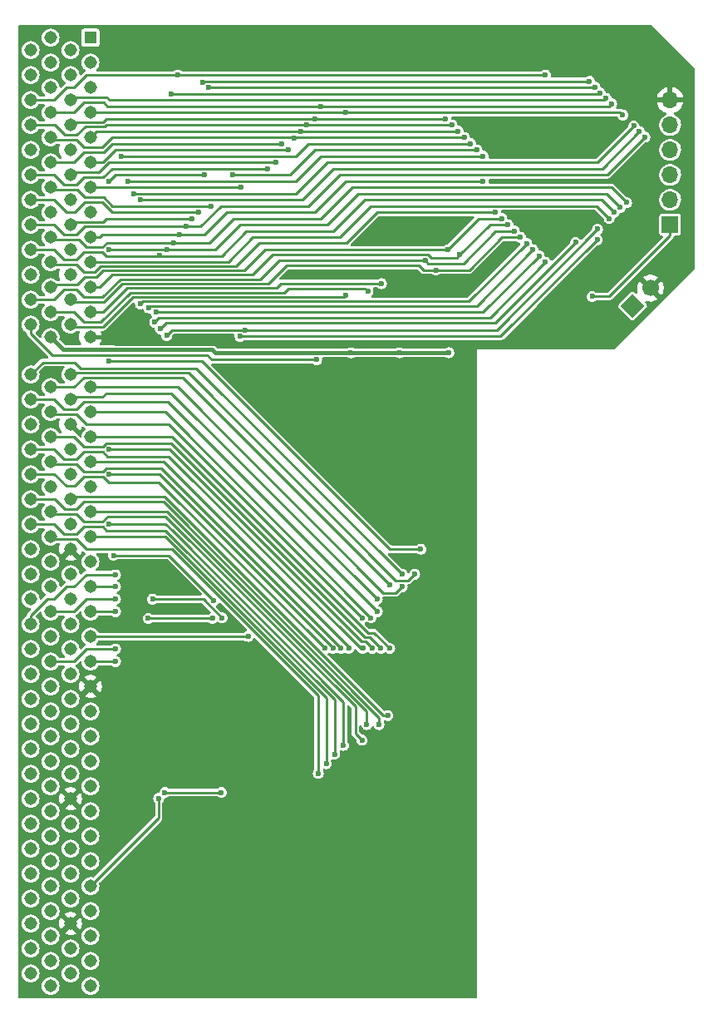
<source format=gbl>
G04 #@! TF.GenerationSoftware,KiCad,Pcbnew,6.0.8-f2edbf62ab~116~ubuntu22.04.1*
G04 #@! TF.CreationDate,2022-10-12T19:55:46+02:00*
G04 #@! TF.ProjectId,A1200FaStRamExpansion,41313230-3046-4615-9374-52616d457870,1.0*
G04 #@! TF.SameCoordinates,Original*
G04 #@! TF.FileFunction,Copper,L2,Bot*
G04 #@! TF.FilePolarity,Positive*
%FSLAX46Y46*%
G04 Gerber Fmt 4.6, Leading zero omitted, Abs format (unit mm)*
G04 Created by KiCad (PCBNEW 6.0.8-f2edbf62ab~116~ubuntu22.04.1) date 2022-10-12 19:55:46*
%MOMM*%
%LPD*%
G01*
G04 APERTURE LIST*
G04 Aperture macros list*
%AMHorizOval*
0 Thick line with rounded ends*
0 $1 width*
0 $2 $3 position (X,Y) of the first rounded end (center of the circle)*
0 $4 $5 position (X,Y) of the second rounded end (center of the circle)*
0 Add line between two ends*
20,1,$1,$2,$3,$4,$5,0*
0 Add two circle primitives to create the rounded ends*
1,1,$1,$2,$3*
1,1,$1,$4,$5*%
%AMRotRect*
0 Rectangle, with rotation*
0 The origin of the aperture is its center*
0 $1 length*
0 $2 width*
0 $3 Rotation angle, in degrees counterclockwise*
0 Add horizontal line*
21,1,$1,$2,0,0,$3*%
G04 Aperture macros list end*
G04 #@! TA.AperFunction,ComponentPad*
%ADD10R,1.308000X1.308000*%
G04 #@! TD*
G04 #@! TA.AperFunction,ComponentPad*
%ADD11C,1.308000*%
G04 #@! TD*
G04 #@! TA.AperFunction,ComponentPad*
%ADD12R,1.700000X1.700000*%
G04 #@! TD*
G04 #@! TA.AperFunction,ComponentPad*
%ADD13O,1.700000X1.700000*%
G04 #@! TD*
G04 #@! TA.AperFunction,ComponentPad*
%ADD14RotRect,1.700000X1.700000X135.000000*%
G04 #@! TD*
G04 #@! TA.AperFunction,ComponentPad*
%ADD15HorizOval,1.700000X0.000000X0.000000X0.000000X0.000000X0*%
G04 #@! TD*
G04 #@! TA.AperFunction,ViaPad*
%ADD16C,0.600000*%
G04 #@! TD*
G04 #@! TA.AperFunction,Conductor*
%ADD17C,0.400000*%
G04 #@! TD*
G04 #@! TA.AperFunction,Conductor*
%ADD18C,0.250000*%
G04 #@! TD*
G04 APERTURE END LIST*
D10*
X86360000Y-57150000D03*
D11*
X82296000Y-57150000D03*
X84328000Y-58420000D03*
X80264000Y-58420000D03*
X86360000Y-59690000D03*
X82296000Y-59690000D03*
X84328000Y-60960000D03*
X80264000Y-60960000D03*
X86360000Y-62230000D03*
X82296000Y-62230000D03*
X84328000Y-63500000D03*
X80264000Y-63500000D03*
X86360000Y-64770000D03*
X82296000Y-64770000D03*
X84328000Y-66040000D03*
X80264000Y-66040000D03*
X86360000Y-67310000D03*
X82296000Y-67310000D03*
X84328000Y-68580000D03*
X80264000Y-68580000D03*
X86360000Y-69850000D03*
X82296000Y-69850000D03*
X84328000Y-71120000D03*
X80264000Y-71120000D03*
X86360000Y-72390000D03*
X82296000Y-72390000D03*
X84328000Y-73660000D03*
X80264000Y-73660000D03*
X86360000Y-74930000D03*
X82296000Y-74930000D03*
X84328000Y-76200000D03*
X80264000Y-76200000D03*
X86360000Y-77470000D03*
X82296000Y-77470000D03*
X84328000Y-78740000D03*
X80264000Y-78740000D03*
X86360000Y-80010000D03*
X82296000Y-80010000D03*
X84328000Y-81280000D03*
X80264000Y-81280000D03*
X86360000Y-82550000D03*
X82296000Y-82550000D03*
X84328000Y-83820000D03*
X80264000Y-83820000D03*
X86360000Y-85090000D03*
X82296000Y-85090000D03*
X84328000Y-86360000D03*
X80264000Y-86360000D03*
X86360000Y-87630000D03*
X82296000Y-87630000D03*
X84328000Y-91440000D03*
X80264000Y-91440000D03*
X86360000Y-92710000D03*
X82296000Y-92710000D03*
X84328000Y-93980000D03*
X80264000Y-93980000D03*
X86360000Y-95250000D03*
X82296000Y-95250000D03*
X84328000Y-96520000D03*
X80264000Y-96520000D03*
X86360000Y-97790000D03*
X82296000Y-97790000D03*
X84328000Y-99060000D03*
X80264000Y-99060000D03*
X86360000Y-100330000D03*
X82296000Y-100330000D03*
X84328000Y-101600000D03*
X80264000Y-101600000D03*
X86360000Y-102870000D03*
X82296000Y-102870000D03*
X84328000Y-104140000D03*
X80264000Y-104140000D03*
X86360000Y-105410000D03*
X82296000Y-105410000D03*
X84328000Y-106680000D03*
X80264000Y-106680000D03*
X86360000Y-107950000D03*
X82296000Y-107950000D03*
X84328000Y-109220000D03*
X80264000Y-109220000D03*
X86360000Y-110490000D03*
X82296000Y-110490000D03*
X84328000Y-111760000D03*
X80264000Y-111760000D03*
X86360000Y-113030000D03*
X82296000Y-113030000D03*
X84328000Y-114300000D03*
X80264000Y-114300000D03*
X86360000Y-115570000D03*
X82296000Y-115570000D03*
X84328000Y-116840000D03*
X80264000Y-116840000D03*
X86360000Y-118110000D03*
X82296000Y-118110000D03*
X84328000Y-119380000D03*
X80264000Y-119380000D03*
X86360000Y-120650000D03*
X82296000Y-120650000D03*
X84328000Y-121920000D03*
X80264000Y-121920000D03*
X86360000Y-123190000D03*
X82296000Y-123190000D03*
X84328000Y-124460000D03*
X80264000Y-124460000D03*
X86360000Y-125730000D03*
X82296000Y-125730000D03*
X84328000Y-127000000D03*
X80264000Y-127000000D03*
X86360000Y-128270000D03*
X82296000Y-128270000D03*
X84328000Y-129540000D03*
X80264000Y-129540000D03*
X86360000Y-130810000D03*
X82296000Y-130810000D03*
X84328000Y-132080000D03*
X80264000Y-132080000D03*
X86360000Y-133350000D03*
X82296000Y-133350000D03*
X84328000Y-134620000D03*
X80264000Y-134620000D03*
X86360000Y-135890000D03*
X82296000Y-135890000D03*
X84328000Y-137160000D03*
X80264000Y-137160000D03*
X86360000Y-138430000D03*
X82296000Y-138430000D03*
X84328000Y-139700000D03*
X80264000Y-139700000D03*
X86360000Y-140970000D03*
X82296000Y-140970000D03*
X84328000Y-142240000D03*
X80264000Y-142240000D03*
X86360000Y-143510000D03*
X82296000Y-143510000D03*
X84328000Y-144780000D03*
X80264000Y-144780000D03*
X86360000Y-146050000D03*
X82296000Y-146050000D03*
X84328000Y-147320000D03*
X80264000Y-147320000D03*
X86360000Y-148590000D03*
X82296000Y-148590000D03*
X84328000Y-149860000D03*
X80264000Y-149860000D03*
X86360000Y-151130000D03*
X82296000Y-151130000D03*
X84328000Y-152400000D03*
X80264000Y-152400000D03*
X86360000Y-153670000D03*
X82296000Y-153670000D03*
D12*
X145415000Y-76200000D03*
D13*
X145415000Y-73660000D03*
X145415000Y-71120000D03*
X145415000Y-68580000D03*
X145415000Y-66040000D03*
X145415000Y-63500000D03*
D14*
X141605000Y-84455000D03*
D15*
X143401051Y-82658949D03*
D16*
X132715000Y-71755000D03*
X120015000Y-150812500D03*
X132080000Y-86995000D03*
X124333000Y-75882500D03*
X126365000Y-81280000D03*
X117665500Y-136398000D03*
X119380000Y-117475000D03*
X128270000Y-78740000D03*
X137271640Y-80010000D03*
X139700000Y-61595000D03*
X128270000Y-59690000D03*
X117665500Y-81153000D03*
X117665500Y-99568000D03*
X122555000Y-88265000D03*
X122868020Y-89221980D03*
X117851518Y-89221980D03*
X112903000Y-89217500D03*
X138886129Y-63321129D03*
X95250000Y-60960000D03*
X132715000Y-60960012D03*
X140583185Y-65018185D03*
X112395000Y-64770000D03*
X109855000Y-64141760D03*
X139451815Y-63886815D03*
X122555000Y-65405000D03*
X109220000Y-65405000D03*
X108374510Y-66040000D03*
X123190000Y-66040000D03*
X107749510Y-66675000D03*
X123825000Y-66675000D03*
X124460000Y-67310000D03*
X107124500Y-67373502D03*
X106489500Y-68579994D03*
X105861645Y-67954990D03*
X105219500Y-69850000D03*
X104419777Y-70475010D03*
X101663500Y-72390000D03*
X98615500Y-74295000D03*
X88265000Y-71755000D03*
X97980500Y-71120000D03*
X97345500Y-74930000D03*
X96710500Y-75565000D03*
X96075500Y-76390500D03*
X142845927Y-67280927D03*
X95440500Y-77203300D03*
X126365000Y-71755000D03*
X94805500Y-78041500D03*
X140970000Y-73937250D03*
X88265000Y-78740000D03*
X140335000Y-74433621D03*
X94142945Y-78740000D03*
X93408500Y-79311500D03*
X139700000Y-74929992D03*
X120015000Y-109220000D03*
X139203629Y-75565000D03*
X88265000Y-90096500D03*
X127635000Y-74930000D03*
X123988747Y-79264310D03*
X128905000Y-76200000D03*
X122738736Y-78749990D03*
X128270000Y-75565000D03*
X121568204Y-80805758D03*
X130175000Y-77470000D03*
X129540000Y-76835000D03*
X120465011Y-79825011D03*
X115995154Y-82188344D03*
X114617500Y-82994502D03*
X112336387Y-83375500D03*
X109392935Y-89921990D03*
X119380000Y-111760000D03*
X118110000Y-111760000D03*
X118110000Y-113030000D03*
X116840000Y-112839500D03*
X115570000Y-114300000D03*
X115570000Y-115570000D03*
X114935000Y-116205000D03*
X114046000Y-116205002D03*
X116840000Y-119316498D03*
X115951000Y-119316498D03*
X115069317Y-119316498D03*
X88265000Y-99060000D03*
X114109500Y-119314181D03*
X112677252Y-119313563D03*
X111877246Y-119316536D03*
X111061500Y-119316500D03*
X88265000Y-101600000D03*
X110236000Y-119316500D03*
X116640908Y-126149870D03*
X115752778Y-127070642D03*
X114502766Y-127063500D03*
X114030118Y-128666875D03*
X112135717Y-129181803D03*
X88265000Y-106680000D03*
X111241120Y-130096107D03*
X110393432Y-131057321D03*
X109559355Y-132032145D03*
X90170000Y-71755000D03*
X88900000Y-113030000D03*
X126365000Y-69215000D03*
X91440000Y-73660000D03*
X142280233Y-66715233D03*
X88900000Y-115570000D03*
X90805000Y-73025000D03*
X88900000Y-114300000D03*
X141714540Y-66149540D03*
X125095000Y-67945000D03*
X88900000Y-111823500D03*
X89535000Y-69215000D03*
X125730000Y-68580000D03*
X100838008Y-71119996D03*
X102425500Y-118097300D03*
X92265498Y-84645500D03*
X88900000Y-120650000D03*
X131445000Y-78740000D03*
X130810000Y-78105000D03*
X91440000Y-84237908D03*
X88900000Y-119380000D03*
X138280191Y-62795711D03*
X94614984Y-62865000D03*
X98933000Y-114427000D03*
X88709500Y-109855000D03*
X101600000Y-87565000D03*
X137985500Y-77724000D03*
X132715000Y-80010000D03*
X92900501Y-86106001D03*
X99758500Y-116205000D03*
X92688988Y-114300000D03*
X98793744Y-116259734D03*
X93027500Y-85090000D03*
X132080000Y-79375000D03*
X92238977Y-116268498D03*
X137189954Y-61604990D03*
X97790000Y-61719449D03*
X98425000Y-62230000D03*
X137759381Y-62188428D03*
X135782998Y-77997998D03*
X93309881Y-134584889D03*
X93472000Y-86804500D03*
X99695000Y-133985000D03*
X94120547Y-87469304D03*
X93934890Y-133985000D03*
X102101241Y-86929990D03*
X138020380Y-76644500D03*
X137480000Y-83505000D03*
D17*
X88900000Y-88265000D02*
X121920000Y-88265000D01*
X121920000Y-88265000D02*
X127000000Y-88265000D01*
X88265000Y-87630000D02*
X88900000Y-88265000D01*
X86360000Y-87630000D02*
X88265000Y-87630000D01*
X117216518Y-89221980D02*
X122868020Y-89221980D01*
X117212038Y-89217500D02*
X99060000Y-89217500D01*
X117847038Y-89217500D02*
X117851518Y-89221980D01*
X98742500Y-88900000D02*
X83566000Y-88900000D01*
X99060000Y-89217500D02*
X98742500Y-88900000D01*
X83566000Y-88900000D02*
X82296000Y-87630000D01*
D18*
X88011000Y-63246000D02*
X88281750Y-63516750D01*
X84328000Y-63500000D02*
X84582000Y-63246000D01*
X84582000Y-63246000D02*
X88011000Y-63246000D01*
X88281750Y-63516750D02*
X138690508Y-63516750D01*
X138690508Y-63516750D02*
X138886129Y-63321129D01*
X84709000Y-62230000D02*
X85979000Y-60960000D01*
X83947000Y-62230000D02*
X84709000Y-62230000D01*
X82677000Y-63500000D02*
X83947000Y-62230000D01*
X85979000Y-60960000D02*
X132715000Y-60960000D01*
X80264000Y-63500000D02*
X82677000Y-63500000D01*
X140335000Y-64770000D02*
X140583185Y-65018185D01*
X86360000Y-64770000D02*
X140335000Y-64770000D01*
X87693500Y-63754000D02*
X88074500Y-64135000D01*
X85725000Y-63754000D02*
X87693500Y-63754000D01*
X88074500Y-64135000D02*
X139203630Y-64135000D01*
X84709000Y-64770000D02*
X85725000Y-63754000D01*
X82296000Y-64770000D02*
X84709000Y-64770000D01*
X139203630Y-64135000D02*
X139451815Y-63886815D01*
X87974001Y-65405000D02*
X108585000Y-65405000D01*
X108585000Y-65405000D02*
X122555000Y-65405000D01*
X84618999Y-65749001D02*
X87630000Y-65749001D01*
X87630000Y-65749001D02*
X87974001Y-65405000D01*
X84328000Y-66040000D02*
X84618999Y-65749001D01*
X107315000Y-66040000D02*
X123190000Y-66040000D01*
X84968789Y-67056000D02*
X85825777Y-66199012D01*
X83718961Y-67056000D02*
X84968789Y-67056000D01*
X107950000Y-66040000D02*
X108374510Y-66040000D01*
X85825777Y-66199012D02*
X87816400Y-66199012D01*
X87816400Y-66199012D02*
X87975412Y-66040000D01*
X80264000Y-66040000D02*
X82702961Y-66040000D01*
X87975412Y-66040000D02*
X107315000Y-66040000D01*
X82702961Y-66040000D02*
X83718961Y-67056000D01*
X86360000Y-67310000D02*
X86995000Y-66675000D01*
X86995000Y-66675000D02*
X123825000Y-66675000D01*
X87593001Y-68326000D02*
X88589013Y-67329988D01*
X88589013Y-67329988D02*
X106445986Y-67329988D01*
X84968789Y-67564000D02*
X85730789Y-68326000D01*
X82296000Y-67310000D02*
X82550000Y-67564000D01*
X82550000Y-67564000D02*
X84968789Y-67564000D01*
X124460000Y-67310000D02*
X106553002Y-67310000D01*
X107188002Y-67310000D02*
X107124500Y-67373502D01*
X85730789Y-68326000D02*
X87593001Y-68326000D01*
X107080986Y-67329988D02*
X107124500Y-67373502D01*
X86360000Y-69850000D02*
X87627178Y-69850000D01*
X88897184Y-68579994D02*
X106489500Y-68579994D01*
X87627178Y-69850000D02*
X88897184Y-68579994D01*
X85725000Y-68834000D02*
X87721411Y-68834000D01*
X82296000Y-69850000D02*
X84709000Y-69850000D01*
X88600421Y-67954990D02*
X105861645Y-67954990D01*
X84709000Y-69850000D02*
X85725000Y-68834000D01*
X87721411Y-68834000D02*
X88600421Y-67954990D01*
X84582000Y-70866000D02*
X87247590Y-70866000D01*
X88263590Y-69850000D02*
X105219500Y-69850000D01*
X84328000Y-71120000D02*
X84582000Y-70866000D01*
X87247590Y-70866000D02*
X88263590Y-69850000D01*
X87630000Y-71374000D02*
X88528990Y-70475010D01*
X83687211Y-72136000D02*
X84963000Y-72136000D01*
X80264000Y-71120000D02*
X82671211Y-71120000D01*
X82671211Y-71120000D02*
X83687211Y-72136000D01*
X88528990Y-70475010D02*
X104419777Y-70475010D01*
X84963000Y-72136000D02*
X85725000Y-71374000D01*
X85725000Y-71374000D02*
X87630000Y-71374000D01*
X86360000Y-72390000D02*
X101663500Y-72390000D01*
X82550000Y-72644000D02*
X85000539Y-72644000D01*
X88610411Y-74295000D02*
X97980500Y-74295000D01*
X85762539Y-73406000D02*
X87721411Y-73406000D01*
X85000539Y-72644000D02*
X85762539Y-73406000D01*
X82296000Y-72390000D02*
X82550000Y-72644000D01*
X97980500Y-74295000D02*
X98615500Y-74295000D01*
X87721411Y-73406000D02*
X88610411Y-74295000D01*
X97980500Y-71120000D02*
X88900000Y-71120000D01*
X88900000Y-71120000D02*
X88265000Y-71755000D01*
X82677000Y-73660000D02*
X83947000Y-74930000D01*
X84772500Y-74930000D02*
X85788500Y-73914000D01*
X80264000Y-73660000D02*
X82677000Y-73660000D01*
X85788500Y-73914000D02*
X87593001Y-73914000D01*
X87593001Y-73914000D02*
X88609001Y-74930000D01*
X96710500Y-74930000D02*
X97345500Y-74930000D01*
X88609001Y-74930000D02*
X96710500Y-74930000D01*
X83947000Y-74930000D02*
X84772500Y-74930000D01*
X84618999Y-75909001D02*
X87630000Y-75909001D01*
X87974001Y-75565000D02*
X96075500Y-75565000D01*
X87630000Y-75909001D02*
X87974001Y-75565000D01*
X84328000Y-76200000D02*
X84618999Y-75909001D01*
X96075500Y-75565000D02*
X96710500Y-75565000D01*
X82677000Y-76200000D02*
X83693000Y-77216000D01*
X84963000Y-77216000D02*
X85811568Y-76367432D01*
X99644490Y-74295000D02*
X108584295Y-74295000D01*
X85811568Y-76367432D02*
X97572058Y-76367432D01*
X108584295Y-74295000D02*
X111759295Y-71120000D01*
X83693000Y-77216000D02*
X84963000Y-77216000D01*
X80264000Y-76200000D02*
X82677000Y-76200000D01*
X139006854Y-71120000D02*
X142845927Y-67280927D01*
X97572058Y-76367432D02*
X99644490Y-74295000D01*
X111759295Y-71120000D02*
X139006854Y-71120000D01*
X87551595Y-77203300D02*
X87284895Y-77470000D01*
X126365000Y-71755000D02*
X112395000Y-71755000D01*
X109220000Y-74930000D02*
X100280195Y-74930000D01*
X112395000Y-71755000D02*
X109220000Y-74930000D01*
X100280195Y-74930000D02*
X98006895Y-77203300D01*
X98006895Y-77203300D02*
X87551595Y-77203300D01*
X87284895Y-77470000D02*
X86360000Y-77470000D01*
X82550000Y-77724000D02*
X85165078Y-77724000D01*
X85165078Y-77724000D02*
X85927078Y-78486000D01*
X88037501Y-78041500D02*
X98464303Y-78041500D01*
X82296000Y-77470000D02*
X82550000Y-77724000D01*
X139422750Y-72390000D02*
X140970000Y-73937250D01*
X109855000Y-75565000D02*
X113030000Y-72390000D01*
X85927078Y-78486000D02*
X87593001Y-78486000D01*
X113030000Y-72390000D02*
X139422750Y-72390000D01*
X87593001Y-78486000D02*
X88037501Y-78041500D01*
X100940803Y-75565000D02*
X109855000Y-75565000D01*
X98464303Y-78041500D02*
X100940803Y-75565000D01*
X94142945Y-78740000D02*
X99060000Y-78740000D01*
X113665705Y-73025000D02*
X138926379Y-73025000D01*
X101600000Y-76200000D02*
X110490705Y-76200000D01*
X94115390Y-78740000D02*
X94061888Y-78686498D01*
X110490705Y-76200000D02*
X113665705Y-73025000D01*
X88318502Y-78686498D02*
X88265000Y-78740000D01*
X99060000Y-78740000D02*
X101600000Y-76200000D01*
X94089443Y-78686498D02*
X88318502Y-78686498D01*
X94142945Y-78740000D02*
X94089443Y-78686498D01*
X138926379Y-73025000D02*
X140335000Y-74433621D01*
X82677000Y-78740000D02*
X83693000Y-79756000D01*
X99704999Y-79365001D02*
X102235000Y-76835000D01*
X85725000Y-78994000D02*
X87593001Y-78994000D01*
X111124823Y-76835000D02*
X114299823Y-73660000D01*
X83693000Y-79756000D02*
X84963000Y-79756000D01*
X87983991Y-79384990D02*
X93335010Y-79384990D01*
X138430008Y-73660000D02*
X139700000Y-74929992D01*
X93408500Y-79311500D02*
X93462001Y-79365001D01*
X80264000Y-78740000D02*
X82677000Y-78740000D01*
X84963000Y-79756000D02*
X85725000Y-78994000D01*
X93335010Y-79384990D02*
X93408500Y-79311500D01*
X87593001Y-78994000D02*
X87983991Y-79384990D01*
X102235000Y-76835000D02*
X111124823Y-76835000D01*
X93462001Y-79365001D02*
X99704999Y-79365001D01*
X114299823Y-73660000D02*
X138430008Y-73660000D01*
X100384405Y-79954890D02*
X102869295Y-77470000D01*
X102869295Y-77470000D02*
X111760000Y-77470000D01*
X116840000Y-109220000D02*
X120015000Y-109220000D01*
X111760000Y-77470000D02*
X114935000Y-74295000D01*
X88265000Y-90096500D02*
X97716500Y-90096500D01*
X114935000Y-74295000D02*
X137933629Y-74295000D01*
X97716500Y-90096500D02*
X116840000Y-109220000D01*
X137933629Y-74295000D02*
X139203629Y-75565000D01*
X86360000Y-80010000D02*
X86415110Y-79954890D01*
X86415110Y-79954890D02*
X100384405Y-79954890D01*
X84968789Y-80264000D02*
X85730789Y-81026000D01*
X82296000Y-80010000D02*
X82550000Y-80264000D01*
X82550000Y-80264000D02*
X84968789Y-80264000D01*
X85730789Y-81026000D02*
X86792922Y-81026000D01*
X87414021Y-80404901D02*
X101204746Y-80404901D01*
X103584680Y-78024967D02*
X112475738Y-78024967D01*
X115570705Y-74930000D02*
X127635000Y-74930000D01*
X86792922Y-81026000D02*
X87414021Y-80404901D01*
X112475738Y-78024967D02*
X115570705Y-74930000D01*
X101204746Y-80404901D02*
X103584680Y-78024967D01*
X123688748Y-79564309D02*
X121090013Y-79564309D01*
X123988747Y-79264310D02*
X127053057Y-76200000D01*
X104950696Y-79200009D02*
X102845782Y-81304923D01*
X127053057Y-76200000D02*
X128905000Y-76200000D01*
X87284895Y-82550000D02*
X86360000Y-82550000D01*
X123988747Y-79264310D02*
X123688748Y-79564309D01*
X102845782Y-81304923D02*
X88529972Y-81304923D01*
X120725713Y-79200009D02*
X104950696Y-79200009D01*
X88529972Y-81304923D02*
X87284895Y-82550000D01*
X121090013Y-79564309D02*
X120725713Y-79200009D01*
X104130010Y-78749990D02*
X102025088Y-80854912D01*
X82550000Y-82296000D02*
X82296000Y-82550000D01*
X86921333Y-81534000D02*
X85735332Y-81534000D01*
X87600421Y-80854912D02*
X86921333Y-81534000D01*
X84973332Y-82296000D02*
X82550000Y-82296000D01*
X102025088Y-80854912D02*
X87600421Y-80854912D01*
X125923726Y-75565000D02*
X122738736Y-78749990D01*
X122738736Y-78749990D02*
X104130010Y-78749990D01*
X85735332Y-81534000D02*
X84973332Y-82296000D01*
X128270000Y-75565000D02*
X125923726Y-75565000D01*
X104484966Y-82204945D02*
X89590466Y-82204945D01*
X84582000Y-84074000D02*
X84328000Y-83820000D01*
X87721411Y-84074000D02*
X84582000Y-84074000D01*
X89590466Y-82204945D02*
X87721411Y-84074000D01*
X121568204Y-80805758D02*
X120302758Y-80805758D01*
X106352412Y-80337499D02*
X104484966Y-82204945D01*
X119834499Y-80337499D02*
X106352412Y-80337499D01*
X124934242Y-80805758D02*
X128270000Y-77470000D01*
X121568204Y-80805758D02*
X124934242Y-80805758D01*
X120302758Y-80805758D02*
X119834499Y-80337499D01*
X128270000Y-77470000D02*
X130175000Y-77470000D01*
X127635000Y-76835000D02*
X129540000Y-76835000D01*
X87593001Y-83566000D02*
X85699039Y-83566000D01*
X103666123Y-81754934D02*
X89404067Y-81754934D01*
X120465011Y-79825011D02*
X105596046Y-79825011D01*
X120765010Y-80125010D02*
X124344990Y-80125010D01*
X83693000Y-82804000D02*
X82677000Y-83820000D01*
X105596046Y-79825011D02*
X103666123Y-81754934D01*
X82677000Y-83820000D02*
X80264000Y-83820000D01*
X120465011Y-79825011D02*
X120765010Y-80125010D01*
X89404067Y-81754934D02*
X87593001Y-83566000D01*
X84937039Y-82804000D02*
X83693000Y-82804000D01*
X124344990Y-80125010D02*
X127635000Y-76835000D01*
X85699039Y-83566000D02*
X84937039Y-82804000D01*
X105771656Y-82188344D02*
X115360154Y-82188344D01*
X90065044Y-82654956D02*
X105305044Y-82654956D01*
X105305044Y-82654956D02*
X105771656Y-82188344D01*
X115360154Y-82188344D02*
X115995154Y-82188344D01*
X87630000Y-85090000D02*
X90065044Y-82654956D01*
X86360000Y-85090000D02*
X87630000Y-85090000D01*
X84709000Y-85090000D02*
X85725000Y-86106000D01*
X90422531Y-83104967D02*
X106125033Y-83104967D01*
X87421498Y-86106000D02*
X90422531Y-83104967D01*
X82296000Y-85090000D02*
X84709000Y-85090000D01*
X106125033Y-83104967D02*
X106535497Y-82694503D01*
X106535497Y-82694503D02*
X114317501Y-82694503D01*
X85725000Y-86106000D02*
X87421498Y-86106000D01*
X114317501Y-82694503D02*
X114617500Y-82994502D01*
X84582000Y-86614000D02*
X87630000Y-86614000D01*
X90689022Y-83554978D02*
X112156909Y-83554978D01*
X112156909Y-83554978D02*
X112336387Y-83375500D01*
X84328000Y-86360000D02*
X84582000Y-86614000D01*
X87630000Y-86614000D02*
X90689022Y-83554978D01*
X98704963Y-89921990D02*
X109392935Y-89921990D01*
X98254024Y-89471500D02*
X98254249Y-89471725D01*
X80264000Y-87284895D02*
X82450605Y-89471500D01*
X98254473Y-89471500D02*
X98704963Y-89921990D01*
X82450605Y-89471500D02*
X98254024Y-89471500D01*
X80264000Y-86360000D02*
X80264000Y-87284895D01*
X84518500Y-91249500D02*
X84328000Y-91440000D01*
X117475000Y-112395000D02*
X96329500Y-91249500D01*
X119380000Y-111760000D02*
X118745000Y-112395000D01*
X118745000Y-112395000D02*
X117475000Y-112395000D01*
X96329500Y-91249500D02*
X84518500Y-91249500D01*
X118110000Y-111760000D02*
X118110000Y-111760000D01*
X84736002Y-90197002D02*
X85338490Y-90799490D01*
X97149490Y-90799490D02*
X97155000Y-90805000D01*
X97155000Y-90805000D02*
X118110000Y-111760000D01*
X81506998Y-90197002D02*
X84736002Y-90197002D01*
X85338490Y-90799490D02*
X97149490Y-90799490D01*
X80264000Y-91440000D02*
X81506998Y-90197002D01*
X86360000Y-92710000D02*
X94615000Y-92710000D01*
X117475000Y-113665000D02*
X118110000Y-113030000D01*
X95250000Y-92710000D02*
X116205000Y-113665000D01*
X95250000Y-92710000D02*
X94615000Y-92710000D01*
X116205000Y-113665000D02*
X117475000Y-113665000D01*
X85693790Y-91730999D02*
X84714789Y-92710000D01*
X116840000Y-112839500D02*
X95731499Y-91730999D01*
X95731499Y-91730999D02*
X85693790Y-91730999D01*
X84714789Y-92710000D02*
X82296000Y-92710000D01*
X115570000Y-114300000D02*
X115570000Y-114300000D01*
X87593001Y-93726000D02*
X84582000Y-93726000D01*
X94615000Y-93345000D02*
X87974001Y-93345000D01*
X84582000Y-93726000D02*
X84328000Y-93980000D01*
X115570000Y-114300000D02*
X94615000Y-93345000D01*
X87974001Y-93345000D02*
X87593001Y-93726000D01*
X115570000Y-115570000D02*
X115570000Y-115570000D01*
X94234000Y-94234000D02*
X85725000Y-94234000D01*
X83693000Y-94996000D02*
X82677000Y-93980000D01*
X85725000Y-94234000D02*
X84963000Y-94996000D01*
X82677000Y-93980000D02*
X80264000Y-93980000D01*
X115570000Y-115570000D02*
X94234000Y-94234000D01*
X84963000Y-94996000D02*
X83693000Y-94996000D01*
X93980000Y-95250000D02*
X114935000Y-116205000D01*
X86360000Y-95250000D02*
X93345000Y-95250000D01*
X93980000Y-95250000D02*
X93345000Y-95250000D01*
X114046000Y-116205002D02*
X94360998Y-96520000D01*
X94360998Y-96520000D02*
X85979000Y-96520000D01*
X84963000Y-95504000D02*
X82550000Y-95504000D01*
X82550000Y-95504000D02*
X82296000Y-95250000D01*
X85979000Y-96520000D02*
X84963000Y-95504000D01*
X115251479Y-117727977D02*
X116840000Y-119316498D01*
X86360000Y-97790000D02*
X94070996Y-97790000D01*
X94705996Y-97790000D02*
X114643973Y-117727977D01*
X114643973Y-117727977D02*
X115251479Y-117727977D01*
X94705996Y-97790000D02*
X94070996Y-97790000D01*
X114855809Y-118177988D02*
X114304488Y-118177988D01*
X115951000Y-119273179D02*
X114855809Y-118177988D01*
X85699039Y-98806000D02*
X84683039Y-97790000D01*
X87603000Y-98806000D02*
X85699039Y-98806000D01*
X114304488Y-118177988D02*
X94551500Y-98425000D01*
X87984000Y-98425000D02*
X87603000Y-98806000D01*
X115951000Y-119316498D02*
X115951000Y-119273179D01*
X84683039Y-97790000D02*
X82296000Y-97790000D01*
X94551500Y-98425000D02*
X87984000Y-98425000D01*
X114380818Y-118627999D02*
X113992499Y-118627999D01*
X94424500Y-99060000D02*
X88689264Y-99060000D01*
X88689264Y-99060000D02*
X88265000Y-99060000D01*
X115069317Y-119316498D02*
X114380818Y-118627999D01*
X113992499Y-118627999D02*
X94424500Y-99060000D01*
X82682789Y-99060000D02*
X80264000Y-99060000D01*
X88101001Y-99812001D02*
X87603000Y-99314000D01*
X113853181Y-119314181D02*
X94351001Y-99812001D01*
X84937039Y-100076000D02*
X83698789Y-100076000D01*
X85699039Y-99314000D02*
X84937039Y-100076000D01*
X83698789Y-100076000D02*
X82682789Y-99060000D01*
X94351001Y-99812001D02*
X88101001Y-99812001D01*
X87603000Y-99314000D02*
X85699039Y-99314000D01*
X114109500Y-119314181D02*
X113853181Y-119314181D01*
X93853000Y-100330000D02*
X112677252Y-119154252D01*
X112677252Y-119154252D02*
X112677252Y-119313563D01*
X86360000Y-100330000D02*
X93853000Y-100330000D01*
X88011000Y-100965000D02*
X87630000Y-101346000D01*
X82550000Y-100584000D02*
X82296000Y-100330000D01*
X111877246Y-119243246D02*
X93599000Y-100965000D01*
X87630000Y-101346000D02*
X85699039Y-101346000D01*
X93599000Y-100965000D02*
X88011000Y-100965000D01*
X111877246Y-119316536D02*
X111877246Y-119243246D01*
X85699039Y-101346000D02*
X84937039Y-100584000D01*
X84937039Y-100584000D02*
X82550000Y-100584000D01*
X93408500Y-101600000D02*
X93134264Y-101600000D01*
X111061500Y-119316500D02*
X111061500Y-119253000D01*
X111061500Y-119253000D02*
X93408500Y-101600000D01*
X93134264Y-101600000D02*
X88265000Y-101600000D01*
X83883500Y-102806500D02*
X82677000Y-101600000D01*
X85730789Y-101854000D02*
X84778289Y-102806500D01*
X87630000Y-101854000D02*
X85730789Y-101854000D01*
X93350511Y-102431011D02*
X88207011Y-102431011D01*
X110236000Y-119316500D02*
X93350511Y-102431011D01*
X82677000Y-101600000D02*
X80264000Y-101600000D01*
X84778289Y-102806500D02*
X83883500Y-102806500D01*
X88207011Y-102431011D02*
X87630000Y-101854000D01*
X116184603Y-126149870D02*
X93920733Y-103886000D01*
X93920733Y-103886000D02*
X84582000Y-103886000D01*
X116640908Y-126149870D02*
X116184603Y-126149870D01*
X84582000Y-103886000D02*
X84328000Y-104140000D01*
X83730539Y-105156000D02*
X82714539Y-104140000D01*
X82714539Y-104140000D02*
X80264000Y-104140000D01*
X115752778Y-126354456D02*
X93792322Y-104394000D01*
X85725000Y-104394000D02*
X84963000Y-105156000D01*
X84963000Y-105156000D02*
X83730539Y-105156000D01*
X93792322Y-104394000D02*
X85725000Y-104394000D01*
X115752778Y-127070642D02*
X115752778Y-126354456D01*
X94171911Y-105410000D02*
X92901910Y-105409999D01*
X92901910Y-105409999D02*
X86360000Y-105410000D01*
X114502766Y-127063500D02*
X114502766Y-125740855D01*
X114502766Y-125740855D02*
X94171911Y-105410000D01*
X113347500Y-127984257D02*
X113347500Y-125222000D01*
X87593001Y-106426000D02*
X85730789Y-106426000D01*
X88158991Y-105860010D02*
X87593001Y-106426000D01*
X84968789Y-105664000D02*
X82550000Y-105664000D01*
X93985510Y-105860010D02*
X88158991Y-105860010D01*
X113347500Y-125222000D02*
X93985510Y-105860010D01*
X85730789Y-106426000D02*
X84968789Y-105664000D01*
X114030118Y-128666875D02*
X113347500Y-127984257D01*
X82550000Y-105664000D02*
X82296000Y-105410000D01*
X112135717Y-124795482D02*
X112135717Y-129181803D01*
X94020235Y-106680000D02*
X94635117Y-107294883D01*
X94635117Y-107294883D02*
X112135717Y-124795482D01*
X94020234Y-106680000D02*
X94635117Y-107294883D01*
X88265000Y-106680000D02*
X94020234Y-106680000D01*
X94008826Y-107305002D02*
X87974002Y-107305002D01*
X111241120Y-130096107D02*
X111241120Y-124537296D01*
X87603000Y-106934000D02*
X85730789Y-106934000D01*
X111241120Y-124537296D02*
X94008826Y-107305002D01*
X83693000Y-107696000D02*
X82677000Y-106680000D01*
X82677000Y-106680000D02*
X80264000Y-106680000D01*
X85730789Y-106934000D02*
X84968789Y-107696000D01*
X84968789Y-107696000D02*
X83693000Y-107696000D01*
X87974002Y-107305002D02*
X87603000Y-106934000D01*
X94017413Y-107950000D02*
X86360000Y-107950000D01*
X110393432Y-124326019D02*
X94017413Y-107950000D01*
X110393432Y-131057321D02*
X110393432Y-124326019D01*
X82550000Y-108204000D02*
X84963000Y-108204000D01*
X109559355Y-124128353D02*
X109559355Y-132032145D01*
X82296000Y-107950000D02*
X82550000Y-108204000D01*
X85979000Y-109220000D02*
X94651002Y-109220000D01*
X84963000Y-108204000D02*
X85979000Y-109220000D01*
X94651002Y-109220000D02*
X109559355Y-124128353D01*
X88900000Y-113030000D02*
X88900000Y-113030000D01*
X107314295Y-71755000D02*
X109854295Y-69215000D01*
X109854295Y-69215000D02*
X126365000Y-69215000D01*
X86360000Y-113030000D02*
X88900000Y-113030000D01*
X90170000Y-71755000D02*
X107314295Y-71755000D01*
X107949295Y-73660000D02*
X111124295Y-70485000D01*
X91440000Y-73660000D02*
X107949295Y-73660000D01*
X86360000Y-115570000D02*
X88900000Y-115570000D01*
X111124295Y-70485000D02*
X138510466Y-70485000D01*
X138510466Y-70485000D02*
X142280233Y-66715233D01*
X82296000Y-115570000D02*
X84709000Y-115570000D01*
X138014080Y-69850000D02*
X141714540Y-66149540D01*
X84709000Y-115570000D02*
X85979000Y-114300000D01*
X107314295Y-73025000D02*
X110489295Y-69850000D01*
X90805000Y-73025000D02*
X107314295Y-73025000D01*
X85979000Y-114300000D02*
X88900000Y-114300000D01*
X110489295Y-69850000D02*
X138014080Y-69850000D01*
X88900000Y-111823500D02*
X88900000Y-111823500D01*
X82677000Y-114300000D02*
X83947000Y-113030000D01*
X107314295Y-69215000D02*
X89535000Y-69215000D01*
X108584295Y-67945000D02*
X107314295Y-69215000D01*
X85915500Y-111823500D02*
X88900000Y-111823500D01*
X80264000Y-115964803D02*
X81928803Y-114300000D01*
X125095000Y-67945000D02*
X108584295Y-67945000D01*
X81928803Y-114300000D02*
X82677000Y-114300000D01*
X84709000Y-113030000D02*
X85915500Y-111823500D01*
X83947000Y-113030000D02*
X84709000Y-113030000D01*
X80264000Y-116840000D02*
X80264000Y-115964803D01*
X90170000Y-118110000D02*
X90170000Y-118110000D01*
X125730000Y-68580000D02*
X109219295Y-68580000D01*
X102412800Y-118110000D02*
X102425500Y-118097300D01*
X109219295Y-68580000D02*
X106679299Y-71119996D01*
X106045000Y-71120000D02*
X106044996Y-71119996D01*
X106044996Y-71119996D02*
X100838008Y-71119996D01*
X86360000Y-118110000D02*
X102412800Y-118110000D01*
X106679299Y-71119996D02*
X106045004Y-71119996D01*
X86360000Y-120650000D02*
X88900000Y-120650000D01*
X92455998Y-84455000D02*
X92265498Y-84645500D01*
X131445000Y-78740000D02*
X125730000Y-84455000D01*
X125730000Y-84455000D02*
X92455998Y-84455000D01*
X91672919Y-84004989D02*
X91440000Y-84237908D01*
X82296000Y-120650000D02*
X84709000Y-120650000D01*
X124910011Y-84004989D02*
X91672919Y-84004989D01*
X85979000Y-119380000D02*
X88900000Y-119380000D01*
X84709000Y-120650000D02*
X85979000Y-119380000D01*
X130810000Y-78105000D02*
X124910011Y-84004989D01*
X94361000Y-109855000D02*
X98933000Y-114427000D01*
X138184152Y-62891750D02*
X94641734Y-62891750D01*
X138280191Y-62795711D02*
X138184152Y-62891750D01*
X94641734Y-62891750D02*
X94614984Y-62865000D01*
X88900000Y-109855000D02*
X94361000Y-109855000D01*
X128144500Y-87565000D02*
X137985500Y-77724000D01*
X101600000Y-87565000D02*
X128144500Y-87565000D01*
X127063500Y-85661500D02*
X93345002Y-85661500D01*
X93345002Y-85661500D02*
X92900501Y-86106001D01*
X132715000Y-80010000D02*
X127063500Y-85661500D01*
X99758500Y-116205000D02*
X97853500Y-114300000D01*
X97853500Y-114300000D02*
X92688988Y-114300000D01*
X92247741Y-116259734D02*
X92238977Y-116268498D01*
X98793744Y-116259734D02*
X92247741Y-116259734D01*
X126365000Y-85090000D02*
X93027500Y-85090000D01*
X132080000Y-79375000D02*
X126365000Y-85090000D01*
X136765690Y-61604990D02*
X137189954Y-61604990D01*
X97904459Y-61604990D02*
X136765690Y-61604990D01*
X97790000Y-61719449D02*
X97904459Y-61604990D01*
X137717809Y-62230000D02*
X137759381Y-62188428D01*
X98425000Y-62230000D02*
X137717809Y-62230000D01*
X93309881Y-136560119D02*
X93309881Y-134584889D01*
X127611496Y-86169500D02*
X94107000Y-86169500D01*
X86360000Y-143510000D02*
X93309881Y-136560119D01*
X94107000Y-86169500D02*
X93472000Y-86804500D01*
X135782998Y-77997998D02*
X127611496Y-86169500D01*
X94659861Y-86929990D02*
X94120547Y-87469304D01*
X99695000Y-133985000D02*
X93934890Y-133985000D01*
X127734890Y-86929990D02*
X138020380Y-76644500D01*
X101466241Y-86929990D02*
X127734890Y-86929990D01*
X102101241Y-86929990D02*
X94659861Y-86929990D01*
X145415000Y-76200000D02*
X145415000Y-77300000D01*
X139210000Y-83505000D02*
X137480000Y-83505000D01*
X145415000Y-77300000D02*
X139210000Y-83505000D01*
G04 #@! TA.AperFunction,Conductor*
G36*
X143525931Y-55900002D02*
G01*
X143546905Y-55916905D01*
X147918095Y-60288095D01*
X147952121Y-60350407D01*
X147955000Y-60377190D01*
X147955000Y-80592810D01*
X147934998Y-80660931D01*
X147918095Y-80681905D01*
X139736905Y-88863095D01*
X139674593Y-88897121D01*
X139647810Y-88900000D01*
X125730000Y-88900000D01*
X125730000Y-154814000D01*
X125709998Y-154882121D01*
X125656342Y-154928614D01*
X125604000Y-154940000D01*
X79120500Y-154940000D01*
X79052379Y-154919998D01*
X79005886Y-154866342D01*
X78994500Y-154814000D01*
X78994500Y-153670000D01*
X81382496Y-153670000D01*
X81402458Y-153859928D01*
X81461473Y-154041556D01*
X81556960Y-154206944D01*
X81684747Y-154348866D01*
X81839248Y-154461118D01*
X81845276Y-154463802D01*
X81845278Y-154463803D01*
X82007681Y-154536109D01*
X82013712Y-154538794D01*
X82107113Y-154558647D01*
X82194056Y-154577128D01*
X82194061Y-154577128D01*
X82200513Y-154578500D01*
X82391487Y-154578500D01*
X82397939Y-154577128D01*
X82397944Y-154577128D01*
X82484887Y-154558647D01*
X82578288Y-154538794D01*
X82584319Y-154536109D01*
X82746722Y-154463803D01*
X82746724Y-154463802D01*
X82752752Y-154461118D01*
X82907253Y-154348866D01*
X83035040Y-154206944D01*
X83130527Y-154041556D01*
X83189542Y-153859928D01*
X83209504Y-153670000D01*
X85446496Y-153670000D01*
X85466458Y-153859928D01*
X85525473Y-154041556D01*
X85620960Y-154206944D01*
X85748747Y-154348866D01*
X85903248Y-154461118D01*
X85909276Y-154463802D01*
X85909278Y-154463803D01*
X86071681Y-154536109D01*
X86077712Y-154538794D01*
X86171113Y-154558647D01*
X86258056Y-154577128D01*
X86258061Y-154577128D01*
X86264513Y-154578500D01*
X86455487Y-154578500D01*
X86461939Y-154577128D01*
X86461944Y-154577128D01*
X86548887Y-154558647D01*
X86642288Y-154538794D01*
X86648319Y-154536109D01*
X86810722Y-154463803D01*
X86810724Y-154463802D01*
X86816752Y-154461118D01*
X86971253Y-154348866D01*
X87099040Y-154206944D01*
X87194527Y-154041556D01*
X87253542Y-153859928D01*
X87273504Y-153670000D01*
X87253542Y-153480072D01*
X87194527Y-153298444D01*
X87099040Y-153133056D01*
X87053744Y-153082749D01*
X86975675Y-152996045D01*
X86975674Y-152996044D01*
X86971253Y-152991134D01*
X86816752Y-152878882D01*
X86810724Y-152876198D01*
X86810722Y-152876197D01*
X86648319Y-152803891D01*
X86648318Y-152803891D01*
X86642288Y-152801206D01*
X86529721Y-152777279D01*
X86461944Y-152762872D01*
X86461939Y-152762872D01*
X86455487Y-152761500D01*
X86264513Y-152761500D01*
X86258061Y-152762872D01*
X86258056Y-152762872D01*
X86190279Y-152777279D01*
X86077712Y-152801206D01*
X86071682Y-152803891D01*
X86071681Y-152803891D01*
X85909278Y-152876197D01*
X85909276Y-152876198D01*
X85903248Y-152878882D01*
X85748747Y-152991134D01*
X85744326Y-152996044D01*
X85744325Y-152996045D01*
X85666257Y-153082749D01*
X85620960Y-153133056D01*
X85525473Y-153298444D01*
X85466458Y-153480072D01*
X85446496Y-153670000D01*
X83209504Y-153670000D01*
X83189542Y-153480072D01*
X83130527Y-153298444D01*
X83035040Y-153133056D01*
X82989744Y-153082749D01*
X82911675Y-152996045D01*
X82911674Y-152996044D01*
X82907253Y-152991134D01*
X82752752Y-152878882D01*
X82746724Y-152876198D01*
X82746722Y-152876197D01*
X82584319Y-152803891D01*
X82584318Y-152803891D01*
X82578288Y-152801206D01*
X82465721Y-152777279D01*
X82397944Y-152762872D01*
X82397939Y-152762872D01*
X82391487Y-152761500D01*
X82200513Y-152761500D01*
X82194061Y-152762872D01*
X82194056Y-152762872D01*
X82126279Y-152777279D01*
X82013712Y-152801206D01*
X82007682Y-152803891D01*
X82007681Y-152803891D01*
X81845278Y-152876197D01*
X81845276Y-152876198D01*
X81839248Y-152878882D01*
X81684747Y-152991134D01*
X81680326Y-152996044D01*
X81680325Y-152996045D01*
X81602257Y-153082749D01*
X81556960Y-153133056D01*
X81461473Y-153298444D01*
X81402458Y-153480072D01*
X81382496Y-153670000D01*
X78994500Y-153670000D01*
X78994500Y-152400000D01*
X79350496Y-152400000D01*
X79370458Y-152589928D01*
X79429473Y-152771556D01*
X79524960Y-152936944D01*
X79529378Y-152941851D01*
X79529379Y-152941852D01*
X79573753Y-152991134D01*
X79652747Y-153078866D01*
X79807248Y-153191118D01*
X79813276Y-153193802D01*
X79813278Y-153193803D01*
X79975681Y-153266109D01*
X79981712Y-153268794D01*
X80075113Y-153288647D01*
X80162056Y-153307128D01*
X80162061Y-153307128D01*
X80168513Y-153308500D01*
X80359487Y-153308500D01*
X80365939Y-153307128D01*
X80365944Y-153307128D01*
X80452887Y-153288647D01*
X80546288Y-153268794D01*
X80552319Y-153266109D01*
X80714722Y-153193803D01*
X80714724Y-153193802D01*
X80720752Y-153191118D01*
X80875253Y-153078866D01*
X80954247Y-152991134D01*
X80998621Y-152941852D01*
X80998622Y-152941851D01*
X81003040Y-152936944D01*
X81098527Y-152771556D01*
X81157542Y-152589928D01*
X81177504Y-152400000D01*
X83414496Y-152400000D01*
X83434458Y-152589928D01*
X83493473Y-152771556D01*
X83588960Y-152936944D01*
X83593378Y-152941851D01*
X83593379Y-152941852D01*
X83637753Y-152991134D01*
X83716747Y-153078866D01*
X83871248Y-153191118D01*
X83877276Y-153193802D01*
X83877278Y-153193803D01*
X84039681Y-153266109D01*
X84045712Y-153268794D01*
X84139113Y-153288647D01*
X84226056Y-153307128D01*
X84226061Y-153307128D01*
X84232513Y-153308500D01*
X84423487Y-153308500D01*
X84429939Y-153307128D01*
X84429944Y-153307128D01*
X84516887Y-153288647D01*
X84610288Y-153268794D01*
X84616319Y-153266109D01*
X84778722Y-153193803D01*
X84778724Y-153193802D01*
X84784752Y-153191118D01*
X84939253Y-153078866D01*
X85018247Y-152991134D01*
X85062621Y-152941852D01*
X85062622Y-152941851D01*
X85067040Y-152936944D01*
X85162527Y-152771556D01*
X85221542Y-152589928D01*
X85241504Y-152400000D01*
X85221542Y-152210072D01*
X85162527Y-152028444D01*
X85067040Y-151863056D01*
X85021744Y-151812749D01*
X84943675Y-151726045D01*
X84943674Y-151726044D01*
X84939253Y-151721134D01*
X84784752Y-151608882D01*
X84778724Y-151606198D01*
X84778722Y-151606197D01*
X84616319Y-151533891D01*
X84616318Y-151533891D01*
X84610288Y-151531206D01*
X84497721Y-151507279D01*
X84429944Y-151492872D01*
X84429939Y-151492872D01*
X84423487Y-151491500D01*
X84232513Y-151491500D01*
X84226061Y-151492872D01*
X84226056Y-151492872D01*
X84158279Y-151507279D01*
X84045712Y-151531206D01*
X84039682Y-151533891D01*
X84039681Y-151533891D01*
X83877278Y-151606197D01*
X83877276Y-151606198D01*
X83871248Y-151608882D01*
X83716747Y-151721134D01*
X83712326Y-151726044D01*
X83712325Y-151726045D01*
X83634257Y-151812749D01*
X83588960Y-151863056D01*
X83493473Y-152028444D01*
X83434458Y-152210072D01*
X83414496Y-152400000D01*
X81177504Y-152400000D01*
X81157542Y-152210072D01*
X81098527Y-152028444D01*
X81003040Y-151863056D01*
X80957744Y-151812749D01*
X80879675Y-151726045D01*
X80879674Y-151726044D01*
X80875253Y-151721134D01*
X80720752Y-151608882D01*
X80714724Y-151606198D01*
X80714722Y-151606197D01*
X80552319Y-151533891D01*
X80552318Y-151533891D01*
X80546288Y-151531206D01*
X80433721Y-151507279D01*
X80365944Y-151492872D01*
X80365939Y-151492872D01*
X80359487Y-151491500D01*
X80168513Y-151491500D01*
X80162061Y-151492872D01*
X80162056Y-151492872D01*
X80094279Y-151507279D01*
X79981712Y-151531206D01*
X79975682Y-151533891D01*
X79975681Y-151533891D01*
X79813278Y-151606197D01*
X79813276Y-151606198D01*
X79807248Y-151608882D01*
X79652747Y-151721134D01*
X79648326Y-151726044D01*
X79648325Y-151726045D01*
X79570257Y-151812749D01*
X79524960Y-151863056D01*
X79429473Y-152028444D01*
X79370458Y-152210072D01*
X79350496Y-152400000D01*
X78994500Y-152400000D01*
X78994500Y-151130000D01*
X81382496Y-151130000D01*
X81402458Y-151319928D01*
X81461473Y-151501556D01*
X81556960Y-151666944D01*
X81561378Y-151671851D01*
X81561379Y-151671852D01*
X81605753Y-151721134D01*
X81684747Y-151808866D01*
X81839248Y-151921118D01*
X81845276Y-151923802D01*
X81845278Y-151923803D01*
X82007681Y-151996109D01*
X82013712Y-151998794D01*
X82107112Y-152018647D01*
X82194056Y-152037128D01*
X82194061Y-152037128D01*
X82200513Y-152038500D01*
X82391487Y-152038500D01*
X82397939Y-152037128D01*
X82397944Y-152037128D01*
X82484888Y-152018647D01*
X82578288Y-151998794D01*
X82584319Y-151996109D01*
X82746722Y-151923803D01*
X82746724Y-151923802D01*
X82752752Y-151921118D01*
X82907253Y-151808866D01*
X82986247Y-151721134D01*
X83030621Y-151671852D01*
X83030622Y-151671851D01*
X83035040Y-151666944D01*
X83130527Y-151501556D01*
X83189542Y-151319928D01*
X83209504Y-151130000D01*
X85446496Y-151130000D01*
X85466458Y-151319928D01*
X85525473Y-151501556D01*
X85620960Y-151666944D01*
X85625378Y-151671851D01*
X85625379Y-151671852D01*
X85669753Y-151721134D01*
X85748747Y-151808866D01*
X85903248Y-151921118D01*
X85909276Y-151923802D01*
X85909278Y-151923803D01*
X86071681Y-151996109D01*
X86077712Y-151998794D01*
X86171112Y-152018647D01*
X86258056Y-152037128D01*
X86258061Y-152037128D01*
X86264513Y-152038500D01*
X86455487Y-152038500D01*
X86461939Y-152037128D01*
X86461944Y-152037128D01*
X86548888Y-152018647D01*
X86642288Y-151998794D01*
X86648319Y-151996109D01*
X86810722Y-151923803D01*
X86810724Y-151923802D01*
X86816752Y-151921118D01*
X86971253Y-151808866D01*
X87050247Y-151721134D01*
X87094621Y-151671852D01*
X87094622Y-151671851D01*
X87099040Y-151666944D01*
X87194527Y-151501556D01*
X87253542Y-151319928D01*
X87273504Y-151130000D01*
X87253542Y-150940072D01*
X87194527Y-150758444D01*
X87099040Y-150593056D01*
X87053744Y-150542749D01*
X86975675Y-150456045D01*
X86975674Y-150456044D01*
X86971253Y-150451134D01*
X86816752Y-150338882D01*
X86810724Y-150336198D01*
X86810722Y-150336197D01*
X86648319Y-150263891D01*
X86648318Y-150263891D01*
X86642288Y-150261206D01*
X86529721Y-150237279D01*
X86461944Y-150222872D01*
X86461939Y-150222872D01*
X86455487Y-150221500D01*
X86264513Y-150221500D01*
X86258061Y-150222872D01*
X86258056Y-150222872D01*
X86190279Y-150237279D01*
X86077712Y-150261206D01*
X86071682Y-150263891D01*
X86071681Y-150263891D01*
X85909278Y-150336197D01*
X85909276Y-150336198D01*
X85903248Y-150338882D01*
X85748747Y-150451134D01*
X85744326Y-150456044D01*
X85744325Y-150456045D01*
X85666257Y-150542749D01*
X85620960Y-150593056D01*
X85525473Y-150758444D01*
X85466458Y-150940072D01*
X85446496Y-151130000D01*
X83209504Y-151130000D01*
X83189542Y-150940072D01*
X83130527Y-150758444D01*
X83035040Y-150593056D01*
X82989744Y-150542749D01*
X82911675Y-150456045D01*
X82911674Y-150456044D01*
X82907253Y-150451134D01*
X82752752Y-150338882D01*
X82746724Y-150336198D01*
X82746722Y-150336197D01*
X82584319Y-150263891D01*
X82584318Y-150263891D01*
X82578288Y-150261206D01*
X82465721Y-150237279D01*
X82397944Y-150222872D01*
X82397939Y-150222872D01*
X82391487Y-150221500D01*
X82200513Y-150221500D01*
X82194061Y-150222872D01*
X82194056Y-150222872D01*
X82126279Y-150237279D01*
X82013712Y-150261206D01*
X82007682Y-150263891D01*
X82007681Y-150263891D01*
X81845278Y-150336197D01*
X81845276Y-150336198D01*
X81839248Y-150338882D01*
X81684747Y-150451134D01*
X81680326Y-150456044D01*
X81680325Y-150456045D01*
X81602257Y-150542749D01*
X81556960Y-150593056D01*
X81461473Y-150758444D01*
X81402458Y-150940072D01*
X81382496Y-151130000D01*
X78994500Y-151130000D01*
X78994500Y-149860000D01*
X79350496Y-149860000D01*
X79370458Y-150049928D01*
X79429473Y-150231556D01*
X79524960Y-150396944D01*
X79529378Y-150401851D01*
X79529379Y-150401852D01*
X79573753Y-150451134D01*
X79652747Y-150538866D01*
X79807248Y-150651118D01*
X79813276Y-150653802D01*
X79813278Y-150653803D01*
X79975681Y-150726109D01*
X79981712Y-150728794D01*
X80075112Y-150748647D01*
X80162056Y-150767128D01*
X80162061Y-150767128D01*
X80168513Y-150768500D01*
X80359487Y-150768500D01*
X80365939Y-150767128D01*
X80365944Y-150767128D01*
X80452888Y-150748647D01*
X80546288Y-150728794D01*
X80552319Y-150726109D01*
X80714722Y-150653803D01*
X80714724Y-150653802D01*
X80720752Y-150651118D01*
X80875253Y-150538866D01*
X80954247Y-150451134D01*
X80998621Y-150401852D01*
X80998622Y-150401851D01*
X81003040Y-150396944D01*
X81098527Y-150231556D01*
X81157542Y-150049928D01*
X81177504Y-149860000D01*
X83414496Y-149860000D01*
X83434458Y-150049928D01*
X83493473Y-150231556D01*
X83588960Y-150396944D01*
X83593378Y-150401851D01*
X83593379Y-150401852D01*
X83637753Y-150451134D01*
X83716747Y-150538866D01*
X83871248Y-150651118D01*
X83877276Y-150653802D01*
X83877278Y-150653803D01*
X84039681Y-150726109D01*
X84045712Y-150728794D01*
X84139112Y-150748647D01*
X84226056Y-150767128D01*
X84226061Y-150767128D01*
X84232513Y-150768500D01*
X84423487Y-150768500D01*
X84429939Y-150767128D01*
X84429944Y-150767128D01*
X84516888Y-150748647D01*
X84610288Y-150728794D01*
X84616319Y-150726109D01*
X84778722Y-150653803D01*
X84778724Y-150653802D01*
X84784752Y-150651118D01*
X84939253Y-150538866D01*
X85018247Y-150451134D01*
X85062621Y-150401852D01*
X85062622Y-150401851D01*
X85067040Y-150396944D01*
X85162527Y-150231556D01*
X85221542Y-150049928D01*
X85241504Y-149860000D01*
X85221542Y-149670072D01*
X85162527Y-149488444D01*
X85067040Y-149323056D01*
X85021744Y-149272749D01*
X84943675Y-149186045D01*
X84943674Y-149186044D01*
X84939253Y-149181134D01*
X84784752Y-149068882D01*
X84778724Y-149066198D01*
X84778722Y-149066197D01*
X84616319Y-148993891D01*
X84616318Y-148993891D01*
X84610288Y-148991206D01*
X84497721Y-148967279D01*
X84429944Y-148952872D01*
X84429939Y-148952872D01*
X84423487Y-148951500D01*
X84232513Y-148951500D01*
X84226061Y-148952872D01*
X84226056Y-148952872D01*
X84158279Y-148967279D01*
X84045712Y-148991206D01*
X84039682Y-148993891D01*
X84039681Y-148993891D01*
X83877278Y-149066197D01*
X83877276Y-149066198D01*
X83871248Y-149068882D01*
X83716747Y-149181134D01*
X83712326Y-149186044D01*
X83712325Y-149186045D01*
X83634257Y-149272749D01*
X83588960Y-149323056D01*
X83493473Y-149488444D01*
X83434458Y-149670072D01*
X83414496Y-149860000D01*
X81177504Y-149860000D01*
X81157542Y-149670072D01*
X81098527Y-149488444D01*
X81003040Y-149323056D01*
X80957744Y-149272749D01*
X80879675Y-149186045D01*
X80879674Y-149186044D01*
X80875253Y-149181134D01*
X80720752Y-149068882D01*
X80714724Y-149066198D01*
X80714722Y-149066197D01*
X80552319Y-148993891D01*
X80552318Y-148993891D01*
X80546288Y-148991206D01*
X80433721Y-148967279D01*
X80365944Y-148952872D01*
X80365939Y-148952872D01*
X80359487Y-148951500D01*
X80168513Y-148951500D01*
X80162061Y-148952872D01*
X80162056Y-148952872D01*
X80094279Y-148967279D01*
X79981712Y-148991206D01*
X79975682Y-148993891D01*
X79975681Y-148993891D01*
X79813278Y-149066197D01*
X79813276Y-149066198D01*
X79807248Y-149068882D01*
X79652747Y-149181134D01*
X79648326Y-149186044D01*
X79648325Y-149186045D01*
X79570257Y-149272749D01*
X79524960Y-149323056D01*
X79429473Y-149488444D01*
X79370458Y-149670072D01*
X79350496Y-149860000D01*
X78994500Y-149860000D01*
X78994500Y-148590000D01*
X81382496Y-148590000D01*
X81402458Y-148779928D01*
X81461473Y-148961556D01*
X81556960Y-149126944D01*
X81561378Y-149131851D01*
X81561379Y-149131852D01*
X81605753Y-149181134D01*
X81684747Y-149268866D01*
X81839248Y-149381118D01*
X81845276Y-149383802D01*
X81845278Y-149383803D01*
X82007681Y-149456109D01*
X82013712Y-149458794D01*
X82107113Y-149478647D01*
X82194056Y-149497128D01*
X82194061Y-149497128D01*
X82200513Y-149498500D01*
X82391487Y-149498500D01*
X82397939Y-149497128D01*
X82397944Y-149497128D01*
X82484887Y-149478647D01*
X82578288Y-149458794D01*
X82584319Y-149456109D01*
X82746722Y-149383803D01*
X82746724Y-149383802D01*
X82752752Y-149381118D01*
X82907253Y-149268866D01*
X82986247Y-149181134D01*
X83030621Y-149131852D01*
X83030622Y-149131851D01*
X83035040Y-149126944D01*
X83130527Y-148961556D01*
X83189542Y-148779928D01*
X83209504Y-148590000D01*
X85446496Y-148590000D01*
X85466458Y-148779928D01*
X85525473Y-148961556D01*
X85620960Y-149126944D01*
X85625378Y-149131851D01*
X85625379Y-149131852D01*
X85669753Y-149181134D01*
X85748747Y-149268866D01*
X85903248Y-149381118D01*
X85909276Y-149383802D01*
X85909278Y-149383803D01*
X86071681Y-149456109D01*
X86077712Y-149458794D01*
X86171113Y-149478647D01*
X86258056Y-149497128D01*
X86258061Y-149497128D01*
X86264513Y-149498500D01*
X86455487Y-149498500D01*
X86461939Y-149497128D01*
X86461944Y-149497128D01*
X86548887Y-149478647D01*
X86642288Y-149458794D01*
X86648319Y-149456109D01*
X86810722Y-149383803D01*
X86810724Y-149383802D01*
X86816752Y-149381118D01*
X86971253Y-149268866D01*
X87050247Y-149181134D01*
X87094621Y-149131852D01*
X87094622Y-149131851D01*
X87099040Y-149126944D01*
X87194527Y-148961556D01*
X87253542Y-148779928D01*
X87273504Y-148590000D01*
X87256807Y-148431137D01*
X87254232Y-148406635D01*
X87254232Y-148406633D01*
X87253542Y-148400072D01*
X87194527Y-148218444D01*
X87099040Y-148053056D01*
X87053744Y-148002749D01*
X86975675Y-147916045D01*
X86975674Y-147916044D01*
X86971253Y-147911134D01*
X86816752Y-147798882D01*
X86810724Y-147796198D01*
X86810722Y-147796197D01*
X86648319Y-147723891D01*
X86648318Y-147723891D01*
X86642288Y-147721206D01*
X86529721Y-147697279D01*
X86461944Y-147682872D01*
X86461939Y-147682872D01*
X86455487Y-147681500D01*
X86264513Y-147681500D01*
X86258061Y-147682872D01*
X86258056Y-147682872D01*
X86190279Y-147697279D01*
X86077712Y-147721206D01*
X86071682Y-147723891D01*
X86071681Y-147723891D01*
X85909278Y-147796197D01*
X85909276Y-147796198D01*
X85903248Y-147798882D01*
X85748747Y-147911134D01*
X85744326Y-147916044D01*
X85744325Y-147916045D01*
X85666257Y-148002749D01*
X85620960Y-148053056D01*
X85525473Y-148218444D01*
X85466458Y-148400072D01*
X85465768Y-148406633D01*
X85465768Y-148406635D01*
X85463193Y-148431137D01*
X85446496Y-148590000D01*
X83209504Y-148590000D01*
X83192807Y-148431137D01*
X83190232Y-148406635D01*
X83190232Y-148406633D01*
X83189542Y-148400072D01*
X83157100Y-148300228D01*
X83712132Y-148300228D01*
X83722014Y-148312717D01*
X83766362Y-148342350D01*
X83776472Y-148347840D01*
X83962077Y-148427582D01*
X83973020Y-148431137D01*
X84170042Y-148475719D01*
X84181452Y-148477221D01*
X84383307Y-148485152D01*
X84394789Y-148484550D01*
X84594712Y-148455563D01*
X84605894Y-148452878D01*
X84797185Y-148387943D01*
X84807688Y-148383267D01*
X84935708Y-148311573D01*
X84945570Y-148301497D01*
X84942615Y-148293825D01*
X84340812Y-147692022D01*
X84326868Y-147684408D01*
X84325035Y-147684539D01*
X84318420Y-147688790D01*
X83718328Y-148288882D01*
X83712132Y-148300228D01*
X83157100Y-148300228D01*
X83130527Y-148218444D01*
X83035040Y-148053056D01*
X82989744Y-148002749D01*
X82911675Y-147916045D01*
X82911674Y-147916044D01*
X82907253Y-147911134D01*
X82752752Y-147798882D01*
X82746724Y-147796198D01*
X82746722Y-147796197D01*
X82584319Y-147723891D01*
X82584318Y-147723891D01*
X82578288Y-147721206D01*
X82465721Y-147697279D01*
X82397944Y-147682872D01*
X82397939Y-147682872D01*
X82391487Y-147681500D01*
X82200513Y-147681500D01*
X82194061Y-147682872D01*
X82194056Y-147682872D01*
X82126279Y-147697279D01*
X82013712Y-147721206D01*
X82007682Y-147723891D01*
X82007681Y-147723891D01*
X81845278Y-147796197D01*
X81845276Y-147796198D01*
X81839248Y-147798882D01*
X81684747Y-147911134D01*
X81680326Y-147916044D01*
X81680325Y-147916045D01*
X81602257Y-148002749D01*
X81556960Y-148053056D01*
X81461473Y-148218444D01*
X81402458Y-148400072D01*
X81401768Y-148406633D01*
X81401768Y-148406635D01*
X81399193Y-148431137D01*
X81382496Y-148590000D01*
X78994500Y-148590000D01*
X78994500Y-147320000D01*
X79350496Y-147320000D01*
X79370458Y-147509928D01*
X79429473Y-147691556D01*
X79524960Y-147856944D01*
X79529378Y-147861851D01*
X79529379Y-147861852D01*
X79571113Y-147908202D01*
X79652747Y-147998866D01*
X79807248Y-148111118D01*
X79813276Y-148113802D01*
X79813278Y-148113803D01*
X79975681Y-148186109D01*
X79981712Y-148188794D01*
X80075112Y-148208647D01*
X80162056Y-148227128D01*
X80162061Y-148227128D01*
X80168513Y-148228500D01*
X80359487Y-148228500D01*
X80365939Y-148227128D01*
X80365944Y-148227128D01*
X80452888Y-148208647D01*
X80546288Y-148188794D01*
X80552319Y-148186109D01*
X80714722Y-148113803D01*
X80714724Y-148113802D01*
X80720752Y-148111118D01*
X80875253Y-147998866D01*
X80956887Y-147908202D01*
X80998621Y-147861852D01*
X80998622Y-147861851D01*
X81003040Y-147856944D01*
X81098527Y-147691556D01*
X81157542Y-147509928D01*
X81177504Y-147320000D01*
X81174899Y-147295218D01*
X83161800Y-147295218D01*
X83175011Y-147496789D01*
X83176811Y-147508156D01*
X83226537Y-147703950D01*
X83230375Y-147714788D01*
X83314950Y-147898246D01*
X83320698Y-147908202D01*
X83335042Y-147928499D01*
X83345630Y-147936887D01*
X83358931Y-147929859D01*
X83955978Y-147332812D01*
X83962356Y-147321132D01*
X84692408Y-147321132D01*
X84692539Y-147322965D01*
X84696790Y-147329580D01*
X85297910Y-147930700D01*
X85310290Y-147937460D01*
X85316870Y-147932534D01*
X85391267Y-147799688D01*
X85395943Y-147789185D01*
X85460878Y-147597894D01*
X85463563Y-147586712D01*
X85492846Y-147384749D01*
X85493476Y-147377366D01*
X85494881Y-147323704D01*
X85494638Y-147316305D01*
X85475966Y-147113092D01*
X85473868Y-147101771D01*
X85419038Y-146907357D01*
X85414913Y-146896610D01*
X85325567Y-146715438D01*
X85321663Y-146709066D01*
X85311453Y-146701404D01*
X85299033Y-146708177D01*
X84700022Y-147307188D01*
X84692408Y-147321132D01*
X83962356Y-147321132D01*
X83963592Y-147318868D01*
X83963461Y-147317035D01*
X83959210Y-147310420D01*
X83356558Y-146707768D01*
X83344178Y-146701008D01*
X83338212Y-146705474D01*
X83252546Y-146868298D01*
X83248138Y-146878941D01*
X83188235Y-147071857D01*
X83185845Y-147083101D01*
X83162101Y-147283717D01*
X83161800Y-147295218D01*
X81174899Y-147295218D01*
X81157542Y-147130072D01*
X81098527Y-146948444D01*
X81003040Y-146783056D01*
X80957744Y-146732749D01*
X80879675Y-146646045D01*
X80879674Y-146646044D01*
X80875253Y-146641134D01*
X80720752Y-146528882D01*
X80714724Y-146526198D01*
X80714722Y-146526197D01*
X80552319Y-146453891D01*
X80552318Y-146453891D01*
X80546288Y-146451206D01*
X80433721Y-146427279D01*
X80365944Y-146412872D01*
X80365939Y-146412872D01*
X80359487Y-146411500D01*
X80168513Y-146411500D01*
X80162061Y-146412872D01*
X80162056Y-146412872D01*
X80094279Y-146427279D01*
X79981712Y-146451206D01*
X79975682Y-146453891D01*
X79975681Y-146453891D01*
X79813278Y-146526197D01*
X79813276Y-146526198D01*
X79807248Y-146528882D01*
X79652747Y-146641134D01*
X79648326Y-146646044D01*
X79648325Y-146646045D01*
X79570257Y-146732749D01*
X79524960Y-146783056D01*
X79429473Y-146948444D01*
X79370458Y-147130072D01*
X79350496Y-147320000D01*
X78994500Y-147320000D01*
X78994500Y-146050000D01*
X81382496Y-146050000D01*
X81383186Y-146056565D01*
X81397714Y-146194787D01*
X81402458Y-146239928D01*
X81461473Y-146421556D01*
X81556960Y-146586944D01*
X81561378Y-146591851D01*
X81561379Y-146591852D01*
X81666919Y-146709066D01*
X81684747Y-146728866D01*
X81839248Y-146841118D01*
X81845276Y-146843802D01*
X81845278Y-146843803D01*
X81988024Y-146907357D01*
X82013712Y-146918794D01*
X82107112Y-146938647D01*
X82194056Y-146957128D01*
X82194061Y-146957128D01*
X82200513Y-146958500D01*
X82391487Y-146958500D01*
X82397939Y-146957128D01*
X82397944Y-146957128D01*
X82484888Y-146938647D01*
X82578288Y-146918794D01*
X82603976Y-146907357D01*
X82746722Y-146843803D01*
X82746724Y-146843802D01*
X82752752Y-146841118D01*
X82907253Y-146728866D01*
X82925081Y-146709066D01*
X83030621Y-146591852D01*
X83030622Y-146591851D01*
X83035040Y-146586944D01*
X83130527Y-146421556D01*
X83157261Y-146339277D01*
X83711389Y-146339277D01*
X83714876Y-146347666D01*
X84315188Y-146947978D01*
X84329132Y-146955592D01*
X84330965Y-146955461D01*
X84337580Y-146951210D01*
X84937433Y-146351357D01*
X84944193Y-146338977D01*
X84938163Y-146330922D01*
X84862680Y-146283296D01*
X84852436Y-146278076D01*
X84664808Y-146203220D01*
X84653770Y-146199950D01*
X84455650Y-146160542D01*
X84444203Y-146159339D01*
X84242222Y-146156695D01*
X84230742Y-146157598D01*
X84031661Y-146191807D01*
X84020541Y-146194787D01*
X83831019Y-146264705D01*
X83820642Y-146269655D01*
X83720987Y-146328944D01*
X83711389Y-146339277D01*
X83157261Y-146339277D01*
X83189542Y-146239928D01*
X83194287Y-146194787D01*
X83208814Y-146056565D01*
X83209504Y-146050000D01*
X85446496Y-146050000D01*
X85447186Y-146056565D01*
X85461714Y-146194787D01*
X85466458Y-146239928D01*
X85525473Y-146421556D01*
X85620960Y-146586944D01*
X85625378Y-146591851D01*
X85625379Y-146591852D01*
X85730919Y-146709066D01*
X85748747Y-146728866D01*
X85903248Y-146841118D01*
X85909276Y-146843802D01*
X85909278Y-146843803D01*
X86052024Y-146907357D01*
X86077712Y-146918794D01*
X86171112Y-146938647D01*
X86258056Y-146957128D01*
X86258061Y-146957128D01*
X86264513Y-146958500D01*
X86455487Y-146958500D01*
X86461939Y-146957128D01*
X86461944Y-146957128D01*
X86548888Y-146938647D01*
X86642288Y-146918794D01*
X86667976Y-146907357D01*
X86810722Y-146843803D01*
X86810724Y-146843802D01*
X86816752Y-146841118D01*
X86971253Y-146728866D01*
X86989081Y-146709066D01*
X87094621Y-146591852D01*
X87094622Y-146591851D01*
X87099040Y-146586944D01*
X87194527Y-146421556D01*
X87253542Y-146239928D01*
X87258287Y-146194787D01*
X87272814Y-146056565D01*
X87273504Y-146050000D01*
X87253542Y-145860072D01*
X87194527Y-145678444D01*
X87099040Y-145513056D01*
X87053744Y-145462749D01*
X86975675Y-145376045D01*
X86975674Y-145376044D01*
X86971253Y-145371134D01*
X86816752Y-145258882D01*
X86810724Y-145256198D01*
X86810722Y-145256197D01*
X86648319Y-145183891D01*
X86648318Y-145183891D01*
X86642288Y-145181206D01*
X86529721Y-145157279D01*
X86461944Y-145142872D01*
X86461939Y-145142872D01*
X86455487Y-145141500D01*
X86264513Y-145141500D01*
X86258061Y-145142872D01*
X86258056Y-145142872D01*
X86190279Y-145157279D01*
X86077712Y-145181206D01*
X86071682Y-145183891D01*
X86071681Y-145183891D01*
X85909278Y-145256197D01*
X85909276Y-145256198D01*
X85903248Y-145258882D01*
X85748747Y-145371134D01*
X85744326Y-145376044D01*
X85744325Y-145376045D01*
X85666257Y-145462749D01*
X85620960Y-145513056D01*
X85525473Y-145678444D01*
X85466458Y-145860072D01*
X85446496Y-146050000D01*
X83209504Y-146050000D01*
X83189542Y-145860072D01*
X83130527Y-145678444D01*
X83035040Y-145513056D01*
X82989744Y-145462749D01*
X82911675Y-145376045D01*
X82911674Y-145376044D01*
X82907253Y-145371134D01*
X82752752Y-145258882D01*
X82746724Y-145256198D01*
X82746722Y-145256197D01*
X82584319Y-145183891D01*
X82584318Y-145183891D01*
X82578288Y-145181206D01*
X82465721Y-145157279D01*
X82397944Y-145142872D01*
X82397939Y-145142872D01*
X82391487Y-145141500D01*
X82200513Y-145141500D01*
X82194061Y-145142872D01*
X82194056Y-145142872D01*
X82126279Y-145157279D01*
X82013712Y-145181206D01*
X82007682Y-145183891D01*
X82007681Y-145183891D01*
X81845278Y-145256197D01*
X81845276Y-145256198D01*
X81839248Y-145258882D01*
X81684747Y-145371134D01*
X81680326Y-145376044D01*
X81680325Y-145376045D01*
X81602257Y-145462749D01*
X81556960Y-145513056D01*
X81461473Y-145678444D01*
X81402458Y-145860072D01*
X81382496Y-146050000D01*
X78994500Y-146050000D01*
X78994500Y-144780000D01*
X79350496Y-144780000D01*
X79370458Y-144969928D01*
X79429473Y-145151556D01*
X79524960Y-145316944D01*
X79529378Y-145321851D01*
X79529379Y-145321852D01*
X79573753Y-145371134D01*
X79652747Y-145458866D01*
X79807248Y-145571118D01*
X79813276Y-145573802D01*
X79813278Y-145573803D01*
X79975681Y-145646109D01*
X79981712Y-145648794D01*
X80075113Y-145668647D01*
X80162056Y-145687128D01*
X80162061Y-145687128D01*
X80168513Y-145688500D01*
X80359487Y-145688500D01*
X80365939Y-145687128D01*
X80365944Y-145687128D01*
X80452887Y-145668647D01*
X80546288Y-145648794D01*
X80552319Y-145646109D01*
X80714722Y-145573803D01*
X80714724Y-145573802D01*
X80720752Y-145571118D01*
X80875253Y-145458866D01*
X80954247Y-145371134D01*
X80998621Y-145321852D01*
X80998622Y-145321851D01*
X81003040Y-145316944D01*
X81098527Y-145151556D01*
X81157542Y-144969928D01*
X81177504Y-144780000D01*
X83414496Y-144780000D01*
X83434458Y-144969928D01*
X83493473Y-145151556D01*
X83588960Y-145316944D01*
X83593378Y-145321851D01*
X83593379Y-145321852D01*
X83637753Y-145371134D01*
X83716747Y-145458866D01*
X83871248Y-145571118D01*
X83877276Y-145573802D01*
X83877278Y-145573803D01*
X84039681Y-145646109D01*
X84045712Y-145648794D01*
X84139113Y-145668647D01*
X84226056Y-145687128D01*
X84226061Y-145687128D01*
X84232513Y-145688500D01*
X84423487Y-145688500D01*
X84429939Y-145687128D01*
X84429944Y-145687128D01*
X84516887Y-145668647D01*
X84610288Y-145648794D01*
X84616319Y-145646109D01*
X84778722Y-145573803D01*
X84778724Y-145573802D01*
X84784752Y-145571118D01*
X84939253Y-145458866D01*
X85018247Y-145371134D01*
X85062621Y-145321852D01*
X85062622Y-145321851D01*
X85067040Y-145316944D01*
X85162527Y-145151556D01*
X85221542Y-144969928D01*
X85241504Y-144780000D01*
X85221542Y-144590072D01*
X85162527Y-144408444D01*
X85067040Y-144243056D01*
X85021744Y-144192749D01*
X84943675Y-144106045D01*
X84943674Y-144106044D01*
X84939253Y-144101134D01*
X84784752Y-143988882D01*
X84778724Y-143986198D01*
X84778722Y-143986197D01*
X84616319Y-143913891D01*
X84616318Y-143913891D01*
X84610288Y-143911206D01*
X84497721Y-143887279D01*
X84429944Y-143872872D01*
X84429939Y-143872872D01*
X84423487Y-143871500D01*
X84232513Y-143871500D01*
X84226061Y-143872872D01*
X84226056Y-143872872D01*
X84158279Y-143887279D01*
X84045712Y-143911206D01*
X84039682Y-143913891D01*
X84039681Y-143913891D01*
X83877278Y-143986197D01*
X83877276Y-143986198D01*
X83871248Y-143988882D01*
X83716747Y-144101134D01*
X83712326Y-144106044D01*
X83712325Y-144106045D01*
X83634257Y-144192749D01*
X83588960Y-144243056D01*
X83493473Y-144408444D01*
X83434458Y-144590072D01*
X83414496Y-144780000D01*
X81177504Y-144780000D01*
X81157542Y-144590072D01*
X81098527Y-144408444D01*
X81003040Y-144243056D01*
X80957744Y-144192749D01*
X80879675Y-144106045D01*
X80879674Y-144106044D01*
X80875253Y-144101134D01*
X80720752Y-143988882D01*
X80714724Y-143986198D01*
X80714722Y-143986197D01*
X80552319Y-143913891D01*
X80552318Y-143913891D01*
X80546288Y-143911206D01*
X80433721Y-143887279D01*
X80365944Y-143872872D01*
X80365939Y-143872872D01*
X80359487Y-143871500D01*
X80168513Y-143871500D01*
X80162061Y-143872872D01*
X80162056Y-143872872D01*
X80094279Y-143887279D01*
X79981712Y-143911206D01*
X79975682Y-143913891D01*
X79975681Y-143913891D01*
X79813278Y-143986197D01*
X79813276Y-143986198D01*
X79807248Y-143988882D01*
X79652747Y-144101134D01*
X79648326Y-144106044D01*
X79648325Y-144106045D01*
X79570257Y-144192749D01*
X79524960Y-144243056D01*
X79429473Y-144408444D01*
X79370458Y-144590072D01*
X79350496Y-144780000D01*
X78994500Y-144780000D01*
X78994500Y-143510000D01*
X81382496Y-143510000D01*
X81402458Y-143699928D01*
X81461473Y-143881556D01*
X81556960Y-144046944D01*
X81561378Y-144051851D01*
X81561379Y-144051852D01*
X81605753Y-144101134D01*
X81684747Y-144188866D01*
X81839248Y-144301118D01*
X81845276Y-144303802D01*
X81845278Y-144303803D01*
X82007681Y-144376109D01*
X82013712Y-144378794D01*
X82107113Y-144398647D01*
X82194056Y-144417128D01*
X82194061Y-144417128D01*
X82200513Y-144418500D01*
X82391487Y-144418500D01*
X82397939Y-144417128D01*
X82397944Y-144417128D01*
X82484887Y-144398647D01*
X82578288Y-144378794D01*
X82584319Y-144376109D01*
X82746722Y-144303803D01*
X82746724Y-144303802D01*
X82752752Y-144301118D01*
X82907253Y-144188866D01*
X82986247Y-144101134D01*
X83030621Y-144051852D01*
X83030622Y-144051851D01*
X83035040Y-144046944D01*
X83130527Y-143881556D01*
X83189542Y-143699928D01*
X83209504Y-143510000D01*
X85446496Y-143510000D01*
X85466458Y-143699928D01*
X85525473Y-143881556D01*
X85620960Y-144046944D01*
X85625378Y-144051851D01*
X85625379Y-144051852D01*
X85669753Y-144101134D01*
X85748747Y-144188866D01*
X85903248Y-144301118D01*
X85909276Y-144303802D01*
X85909278Y-144303803D01*
X86071681Y-144376109D01*
X86077712Y-144378794D01*
X86171113Y-144398647D01*
X86258056Y-144417128D01*
X86258061Y-144417128D01*
X86264513Y-144418500D01*
X86455487Y-144418500D01*
X86461939Y-144417128D01*
X86461944Y-144417128D01*
X86548887Y-144398647D01*
X86642288Y-144378794D01*
X86648319Y-144376109D01*
X86810722Y-144303803D01*
X86810724Y-144303802D01*
X86816752Y-144301118D01*
X86971253Y-144188866D01*
X87050247Y-144101134D01*
X87094621Y-144051852D01*
X87094622Y-144051851D01*
X87099040Y-144046944D01*
X87194527Y-143881556D01*
X87253542Y-143699928D01*
X87273504Y-143510000D01*
X87253542Y-143320072D01*
X87236467Y-143267520D01*
X87234440Y-143196552D01*
X87267205Y-143139489D01*
X93540097Y-136866597D01*
X93558845Y-136851455D01*
X93560070Y-136850340D01*
X93568821Y-136844690D01*
X93575268Y-136836512D01*
X93575270Y-136836510D01*
X93589610Y-136818319D01*
X93593556Y-136813878D01*
X93593483Y-136813816D01*
X93596842Y-136809852D01*
X93600519Y-136806175D01*
X93611773Y-136790427D01*
X93615279Y-136785757D01*
X93647037Y-136745472D01*
X93650069Y-136736838D01*
X93655395Y-136729385D01*
X93670084Y-136680269D01*
X93671917Y-136674627D01*
X93686271Y-136633752D01*
X93686271Y-136633751D01*
X93688899Y-136626268D01*
X93689381Y-136620703D01*
X93689381Y-136617995D01*
X93689495Y-136615361D01*
X93689524Y-136615263D01*
X93689688Y-136615270D01*
X93689732Y-136614566D01*
X93691594Y-136608341D01*
X93689478Y-136554484D01*
X93689381Y-136549537D01*
X93689381Y-135043953D01*
X93709383Y-134975832D01*
X93715418Y-134967249D01*
X93789209Y-134871082D01*
X93794236Y-134864531D01*
X93850109Y-134729643D01*
X93860827Y-134648230D01*
X93889549Y-134583303D01*
X93948814Y-134544211D01*
X93969297Y-134539755D01*
X94079644Y-134525228D01*
X94214533Y-134469355D01*
X94317250Y-134390537D01*
X94383468Y-134364937D01*
X94393952Y-134364500D01*
X99235938Y-134364500D01*
X99304059Y-134384502D01*
X99312626Y-134390526D01*
X99415357Y-134469355D01*
X99550246Y-134525228D01*
X99695000Y-134544285D01*
X99703188Y-134543207D01*
X99831566Y-134526306D01*
X99839754Y-134525228D01*
X99974643Y-134469355D01*
X100012723Y-134440135D01*
X100083921Y-134385503D01*
X100083924Y-134385500D01*
X100090474Y-134380474D01*
X100179355Y-134264642D01*
X100186065Y-134248444D01*
X100232069Y-134137380D01*
X100235228Y-134129754D01*
X100246573Y-134043583D01*
X100253207Y-133993188D01*
X100254285Y-133985000D01*
X100235228Y-133840246D01*
X100188435Y-133727279D01*
X100182515Y-133712986D01*
X100182514Y-133712984D01*
X100179355Y-133705358D01*
X100122238Y-133630922D01*
X100095501Y-133596077D01*
X100095500Y-133596076D01*
X100090474Y-133589526D01*
X100083924Y-133584500D01*
X100083921Y-133584497D01*
X99981196Y-133505673D01*
X99981193Y-133505671D01*
X99974643Y-133500645D01*
X99839754Y-133444772D01*
X99695000Y-133425715D01*
X99686812Y-133426793D01*
X99558432Y-133443694D01*
X99558430Y-133443695D01*
X99550246Y-133444772D01*
X99521462Y-133456695D01*
X99422986Y-133497485D01*
X99422984Y-133497486D01*
X99415358Y-133500645D01*
X99364163Y-133539928D01*
X99312640Y-133579463D01*
X99246419Y-133605063D01*
X99235936Y-133605500D01*
X94393952Y-133605500D01*
X94325831Y-133585498D01*
X94317264Y-133579474D01*
X94214533Y-133500645D01*
X94079644Y-133444772D01*
X93934890Y-133425715D01*
X93926702Y-133426793D01*
X93798322Y-133443694D01*
X93798320Y-133443695D01*
X93790136Y-133444772D01*
X93761352Y-133456695D01*
X93662876Y-133497485D01*
X93662874Y-133497486D01*
X93655248Y-133500645D01*
X93539416Y-133589526D01*
X93450535Y-133705358D01*
X93447376Y-133712984D01*
X93447375Y-133712986D01*
X93441455Y-133727279D01*
X93394662Y-133840246D01*
X93393585Y-133848430D01*
X93393584Y-133848432D01*
X93383944Y-133921659D01*
X93355222Y-133986586D01*
X93295957Y-134025678D01*
X93275474Y-134030134D01*
X93212232Y-134038460D01*
X93173313Y-134043583D01*
X93173311Y-134043584D01*
X93165127Y-134044661D01*
X93157500Y-134047820D01*
X93157501Y-134047820D01*
X93037867Y-134097374D01*
X93037865Y-134097375D01*
X93030239Y-134100534D01*
X92914407Y-134189415D01*
X92825526Y-134305247D01*
X92769653Y-134440135D01*
X92768576Y-134448319D01*
X92768575Y-134448321D01*
X92757195Y-134534764D01*
X92750596Y-134584889D01*
X92751674Y-134593077D01*
X92763743Y-134684749D01*
X92769653Y-134729643D01*
X92825526Y-134864531D01*
X92830553Y-134871082D01*
X92904344Y-134967249D01*
X92929944Y-135033470D01*
X92930381Y-135043953D01*
X92930381Y-136350735D01*
X92910379Y-136418856D01*
X92893476Y-136439830D01*
X86731744Y-142601562D01*
X86669432Y-142635588D01*
X86616452Y-142635714D01*
X86461944Y-142602872D01*
X86461939Y-142602872D01*
X86455487Y-142601500D01*
X86264513Y-142601500D01*
X86258061Y-142602872D01*
X86258056Y-142602872D01*
X86190279Y-142617279D01*
X86077712Y-142641206D01*
X86071682Y-142643891D01*
X86071681Y-142643891D01*
X85909278Y-142716197D01*
X85909276Y-142716198D01*
X85903248Y-142718882D01*
X85748747Y-142831134D01*
X85744326Y-142836044D01*
X85744325Y-142836045D01*
X85666257Y-142922749D01*
X85620960Y-142973056D01*
X85525473Y-143138444D01*
X85466458Y-143320072D01*
X85446496Y-143510000D01*
X83209504Y-143510000D01*
X83189542Y-143320072D01*
X83130527Y-143138444D01*
X83035040Y-142973056D01*
X82989744Y-142922749D01*
X82911675Y-142836045D01*
X82911674Y-142836044D01*
X82907253Y-142831134D01*
X82752752Y-142718882D01*
X82746724Y-142716198D01*
X82746722Y-142716197D01*
X82584319Y-142643891D01*
X82584318Y-142643891D01*
X82578288Y-142641206D01*
X82465721Y-142617279D01*
X82397944Y-142602872D01*
X82397939Y-142602872D01*
X82391487Y-142601500D01*
X82200513Y-142601500D01*
X82194061Y-142602872D01*
X82194056Y-142602872D01*
X82126279Y-142617279D01*
X82013712Y-142641206D01*
X82007682Y-142643891D01*
X82007681Y-142643891D01*
X81845278Y-142716197D01*
X81845276Y-142716198D01*
X81839248Y-142718882D01*
X81684747Y-142831134D01*
X81680326Y-142836044D01*
X81680325Y-142836045D01*
X81602257Y-142922749D01*
X81556960Y-142973056D01*
X81461473Y-143138444D01*
X81402458Y-143320072D01*
X81382496Y-143510000D01*
X78994500Y-143510000D01*
X78994500Y-142240000D01*
X79350496Y-142240000D01*
X79370458Y-142429928D01*
X79429473Y-142611556D01*
X79524960Y-142776944D01*
X79529378Y-142781851D01*
X79529379Y-142781852D01*
X79573753Y-142831134D01*
X79652747Y-142918866D01*
X79807248Y-143031118D01*
X79813276Y-143033802D01*
X79813278Y-143033803D01*
X79975681Y-143106109D01*
X79981712Y-143108794D01*
X80075112Y-143128647D01*
X80162056Y-143147128D01*
X80162061Y-143147128D01*
X80168513Y-143148500D01*
X80359487Y-143148500D01*
X80365939Y-143147128D01*
X80365944Y-143147128D01*
X80452888Y-143128647D01*
X80546288Y-143108794D01*
X80552319Y-143106109D01*
X80714722Y-143033803D01*
X80714724Y-143033802D01*
X80720752Y-143031118D01*
X80875253Y-142918866D01*
X80954247Y-142831134D01*
X80998621Y-142781852D01*
X80998622Y-142781851D01*
X81003040Y-142776944D01*
X81098527Y-142611556D01*
X81157542Y-142429928D01*
X81177504Y-142240000D01*
X83414496Y-142240000D01*
X83434458Y-142429928D01*
X83493473Y-142611556D01*
X83588960Y-142776944D01*
X83593378Y-142781851D01*
X83593379Y-142781852D01*
X83637753Y-142831134D01*
X83716747Y-142918866D01*
X83871248Y-143031118D01*
X83877276Y-143033802D01*
X83877278Y-143033803D01*
X84039681Y-143106109D01*
X84045712Y-143108794D01*
X84139112Y-143128647D01*
X84226056Y-143147128D01*
X84226061Y-143147128D01*
X84232513Y-143148500D01*
X84423487Y-143148500D01*
X84429939Y-143147128D01*
X84429944Y-143147128D01*
X84516888Y-143128647D01*
X84610288Y-143108794D01*
X84616319Y-143106109D01*
X84778722Y-143033803D01*
X84778724Y-143033802D01*
X84784752Y-143031118D01*
X84939253Y-142918866D01*
X85018247Y-142831134D01*
X85062621Y-142781852D01*
X85062622Y-142781851D01*
X85067040Y-142776944D01*
X85162527Y-142611556D01*
X85221542Y-142429928D01*
X85241504Y-142240000D01*
X85221542Y-142050072D01*
X85162527Y-141868444D01*
X85067040Y-141703056D01*
X85021744Y-141652749D01*
X84943675Y-141566045D01*
X84943674Y-141566044D01*
X84939253Y-141561134D01*
X84784752Y-141448882D01*
X84778724Y-141446198D01*
X84778722Y-141446197D01*
X84616319Y-141373891D01*
X84616318Y-141373891D01*
X84610288Y-141371206D01*
X84497721Y-141347279D01*
X84429944Y-141332872D01*
X84429939Y-141332872D01*
X84423487Y-141331500D01*
X84232513Y-141331500D01*
X84226061Y-141332872D01*
X84226056Y-141332872D01*
X84158279Y-141347279D01*
X84045712Y-141371206D01*
X84039682Y-141373891D01*
X84039681Y-141373891D01*
X83877278Y-141446197D01*
X83877276Y-141446198D01*
X83871248Y-141448882D01*
X83716747Y-141561134D01*
X83712326Y-141566044D01*
X83712325Y-141566045D01*
X83634257Y-141652749D01*
X83588960Y-141703056D01*
X83493473Y-141868444D01*
X83434458Y-142050072D01*
X83414496Y-142240000D01*
X81177504Y-142240000D01*
X81157542Y-142050072D01*
X81098527Y-141868444D01*
X81003040Y-141703056D01*
X80957744Y-141652749D01*
X80879675Y-141566045D01*
X80879674Y-141566044D01*
X80875253Y-141561134D01*
X80720752Y-141448882D01*
X80714724Y-141446198D01*
X80714722Y-141446197D01*
X80552319Y-141373891D01*
X80552318Y-141373891D01*
X80546288Y-141371206D01*
X80433721Y-141347279D01*
X80365944Y-141332872D01*
X80365939Y-141332872D01*
X80359487Y-141331500D01*
X80168513Y-141331500D01*
X80162061Y-141332872D01*
X80162056Y-141332872D01*
X80094279Y-141347279D01*
X79981712Y-141371206D01*
X79975682Y-141373891D01*
X79975681Y-141373891D01*
X79813278Y-141446197D01*
X79813276Y-141446198D01*
X79807248Y-141448882D01*
X79652747Y-141561134D01*
X79648326Y-141566044D01*
X79648325Y-141566045D01*
X79570257Y-141652749D01*
X79524960Y-141703056D01*
X79429473Y-141868444D01*
X79370458Y-142050072D01*
X79350496Y-142240000D01*
X78994500Y-142240000D01*
X78994500Y-140970000D01*
X81382496Y-140970000D01*
X81402458Y-141159928D01*
X81461473Y-141341556D01*
X81556960Y-141506944D01*
X81561378Y-141511851D01*
X81561379Y-141511852D01*
X81605753Y-141561134D01*
X81684747Y-141648866D01*
X81839248Y-141761118D01*
X81845276Y-141763802D01*
X81845278Y-141763803D01*
X82007681Y-141836109D01*
X82013712Y-141838794D01*
X82107112Y-141858647D01*
X82194056Y-141877128D01*
X82194061Y-141877128D01*
X82200513Y-141878500D01*
X82391487Y-141878500D01*
X82397939Y-141877128D01*
X82397944Y-141877128D01*
X82484888Y-141858647D01*
X82578288Y-141838794D01*
X82584319Y-141836109D01*
X82746722Y-141763803D01*
X82746724Y-141763802D01*
X82752752Y-141761118D01*
X82907253Y-141648866D01*
X82986247Y-141561134D01*
X83030621Y-141511852D01*
X83030622Y-141511851D01*
X83035040Y-141506944D01*
X83130527Y-141341556D01*
X83189542Y-141159928D01*
X83209504Y-140970000D01*
X85446496Y-140970000D01*
X85466458Y-141159928D01*
X85525473Y-141341556D01*
X85620960Y-141506944D01*
X85625378Y-141511851D01*
X85625379Y-141511852D01*
X85669753Y-141561134D01*
X85748747Y-141648866D01*
X85903248Y-141761118D01*
X85909276Y-141763802D01*
X85909278Y-141763803D01*
X86071681Y-141836109D01*
X86077712Y-141838794D01*
X86171112Y-141858647D01*
X86258056Y-141877128D01*
X86258061Y-141877128D01*
X86264513Y-141878500D01*
X86455487Y-141878500D01*
X86461939Y-141877128D01*
X86461944Y-141877128D01*
X86548888Y-141858647D01*
X86642288Y-141838794D01*
X86648319Y-141836109D01*
X86810722Y-141763803D01*
X86810724Y-141763802D01*
X86816752Y-141761118D01*
X86971253Y-141648866D01*
X87050247Y-141561134D01*
X87094621Y-141511852D01*
X87094622Y-141511851D01*
X87099040Y-141506944D01*
X87194527Y-141341556D01*
X87253542Y-141159928D01*
X87273504Y-140970000D01*
X87253542Y-140780072D01*
X87194527Y-140598444D01*
X87099040Y-140433056D01*
X87053744Y-140382749D01*
X86975675Y-140296045D01*
X86975674Y-140296044D01*
X86971253Y-140291134D01*
X86816752Y-140178882D01*
X86810724Y-140176198D01*
X86810722Y-140176197D01*
X86648319Y-140103891D01*
X86648318Y-140103891D01*
X86642288Y-140101206D01*
X86529721Y-140077279D01*
X86461944Y-140062872D01*
X86461939Y-140062872D01*
X86455487Y-140061500D01*
X86264513Y-140061500D01*
X86258061Y-140062872D01*
X86258056Y-140062872D01*
X86190279Y-140077279D01*
X86077712Y-140101206D01*
X86071682Y-140103891D01*
X86071681Y-140103891D01*
X85909278Y-140176197D01*
X85909276Y-140176198D01*
X85903248Y-140178882D01*
X85748747Y-140291134D01*
X85744326Y-140296044D01*
X85744325Y-140296045D01*
X85666257Y-140382749D01*
X85620960Y-140433056D01*
X85525473Y-140598444D01*
X85466458Y-140780072D01*
X85446496Y-140970000D01*
X83209504Y-140970000D01*
X83189542Y-140780072D01*
X83130527Y-140598444D01*
X83035040Y-140433056D01*
X82989744Y-140382749D01*
X82911675Y-140296045D01*
X82911674Y-140296044D01*
X82907253Y-140291134D01*
X82752752Y-140178882D01*
X82746724Y-140176198D01*
X82746722Y-140176197D01*
X82584319Y-140103891D01*
X82584318Y-140103891D01*
X82578288Y-140101206D01*
X82465721Y-140077279D01*
X82397944Y-140062872D01*
X82397939Y-140062872D01*
X82391487Y-140061500D01*
X82200513Y-140061500D01*
X82194061Y-140062872D01*
X82194056Y-140062872D01*
X82126279Y-140077279D01*
X82013712Y-140101206D01*
X82007682Y-140103891D01*
X82007681Y-140103891D01*
X81845278Y-140176197D01*
X81845276Y-140176198D01*
X81839248Y-140178882D01*
X81684747Y-140291134D01*
X81680326Y-140296044D01*
X81680325Y-140296045D01*
X81602257Y-140382749D01*
X81556960Y-140433056D01*
X81461473Y-140598444D01*
X81402458Y-140780072D01*
X81382496Y-140970000D01*
X78994500Y-140970000D01*
X78994500Y-139700000D01*
X79350496Y-139700000D01*
X79370458Y-139889928D01*
X79429473Y-140071556D01*
X79524960Y-140236944D01*
X79529378Y-140241851D01*
X79529379Y-140241852D01*
X79573753Y-140291134D01*
X79652747Y-140378866D01*
X79807248Y-140491118D01*
X79813276Y-140493802D01*
X79813278Y-140493803D01*
X79975681Y-140566109D01*
X79981712Y-140568794D01*
X80075113Y-140588647D01*
X80162056Y-140607128D01*
X80162061Y-140607128D01*
X80168513Y-140608500D01*
X80359487Y-140608500D01*
X80365939Y-140607128D01*
X80365944Y-140607128D01*
X80452887Y-140588647D01*
X80546288Y-140568794D01*
X80552319Y-140566109D01*
X80714722Y-140493803D01*
X80714724Y-140493802D01*
X80720752Y-140491118D01*
X80875253Y-140378866D01*
X80954247Y-140291134D01*
X80998621Y-140241852D01*
X80998622Y-140241851D01*
X81003040Y-140236944D01*
X81098527Y-140071556D01*
X81157542Y-139889928D01*
X81177504Y-139700000D01*
X83414496Y-139700000D01*
X83434458Y-139889928D01*
X83493473Y-140071556D01*
X83588960Y-140236944D01*
X83593378Y-140241851D01*
X83593379Y-140241852D01*
X83637753Y-140291134D01*
X83716747Y-140378866D01*
X83871248Y-140491118D01*
X83877276Y-140493802D01*
X83877278Y-140493803D01*
X84039681Y-140566109D01*
X84045712Y-140568794D01*
X84139113Y-140588647D01*
X84226056Y-140607128D01*
X84226061Y-140607128D01*
X84232513Y-140608500D01*
X84423487Y-140608500D01*
X84429939Y-140607128D01*
X84429944Y-140607128D01*
X84516887Y-140588647D01*
X84610288Y-140568794D01*
X84616319Y-140566109D01*
X84778722Y-140493803D01*
X84778724Y-140493802D01*
X84784752Y-140491118D01*
X84939253Y-140378866D01*
X85018247Y-140291134D01*
X85062621Y-140241852D01*
X85062622Y-140241851D01*
X85067040Y-140236944D01*
X85162527Y-140071556D01*
X85221542Y-139889928D01*
X85241504Y-139700000D01*
X85221542Y-139510072D01*
X85162527Y-139328444D01*
X85067040Y-139163056D01*
X85021744Y-139112749D01*
X84943675Y-139026045D01*
X84943674Y-139026044D01*
X84939253Y-139021134D01*
X84784752Y-138908882D01*
X84778724Y-138906198D01*
X84778722Y-138906197D01*
X84616319Y-138833891D01*
X84616318Y-138833891D01*
X84610288Y-138831206D01*
X84497721Y-138807279D01*
X84429944Y-138792872D01*
X84429939Y-138792872D01*
X84423487Y-138791500D01*
X84232513Y-138791500D01*
X84226061Y-138792872D01*
X84226056Y-138792872D01*
X84158279Y-138807279D01*
X84045712Y-138831206D01*
X84039682Y-138833891D01*
X84039681Y-138833891D01*
X83877278Y-138906197D01*
X83877276Y-138906198D01*
X83871248Y-138908882D01*
X83716747Y-139021134D01*
X83712326Y-139026044D01*
X83712325Y-139026045D01*
X83634257Y-139112749D01*
X83588960Y-139163056D01*
X83493473Y-139328444D01*
X83434458Y-139510072D01*
X83414496Y-139700000D01*
X81177504Y-139700000D01*
X81157542Y-139510072D01*
X81098527Y-139328444D01*
X81003040Y-139163056D01*
X80957744Y-139112749D01*
X80879675Y-139026045D01*
X80879674Y-139026044D01*
X80875253Y-139021134D01*
X80720752Y-138908882D01*
X80714724Y-138906198D01*
X80714722Y-138906197D01*
X80552319Y-138833891D01*
X80552318Y-138833891D01*
X80546288Y-138831206D01*
X80433721Y-138807279D01*
X80365944Y-138792872D01*
X80365939Y-138792872D01*
X80359487Y-138791500D01*
X80168513Y-138791500D01*
X80162061Y-138792872D01*
X80162056Y-138792872D01*
X80094279Y-138807279D01*
X79981712Y-138831206D01*
X79975682Y-138833891D01*
X79975681Y-138833891D01*
X79813278Y-138906197D01*
X79813276Y-138906198D01*
X79807248Y-138908882D01*
X79652747Y-139021134D01*
X79648326Y-139026044D01*
X79648325Y-139026045D01*
X79570257Y-139112749D01*
X79524960Y-139163056D01*
X79429473Y-139328444D01*
X79370458Y-139510072D01*
X79350496Y-139700000D01*
X78994500Y-139700000D01*
X78994500Y-138430000D01*
X81382496Y-138430000D01*
X81402458Y-138619928D01*
X81461473Y-138801556D01*
X81556960Y-138966944D01*
X81561378Y-138971851D01*
X81561379Y-138971852D01*
X81605753Y-139021134D01*
X81684747Y-139108866D01*
X81839248Y-139221118D01*
X81845276Y-139223802D01*
X81845278Y-139223803D01*
X82007681Y-139296109D01*
X82013712Y-139298794D01*
X82107112Y-139318647D01*
X82194056Y-139337128D01*
X82194061Y-139337128D01*
X82200513Y-139338500D01*
X82391487Y-139338500D01*
X82397939Y-139337128D01*
X82397944Y-139337128D01*
X82484888Y-139318647D01*
X82578288Y-139298794D01*
X82584319Y-139296109D01*
X82746722Y-139223803D01*
X82746724Y-139223802D01*
X82752752Y-139221118D01*
X82907253Y-139108866D01*
X82986247Y-139021134D01*
X83030621Y-138971852D01*
X83030622Y-138971851D01*
X83035040Y-138966944D01*
X83130527Y-138801556D01*
X83189542Y-138619928D01*
X83209504Y-138430000D01*
X85446496Y-138430000D01*
X85466458Y-138619928D01*
X85525473Y-138801556D01*
X85620960Y-138966944D01*
X85625378Y-138971851D01*
X85625379Y-138971852D01*
X85669753Y-139021134D01*
X85748747Y-139108866D01*
X85903248Y-139221118D01*
X85909276Y-139223802D01*
X85909278Y-139223803D01*
X86071681Y-139296109D01*
X86077712Y-139298794D01*
X86171112Y-139318647D01*
X86258056Y-139337128D01*
X86258061Y-139337128D01*
X86264513Y-139338500D01*
X86455487Y-139338500D01*
X86461939Y-139337128D01*
X86461944Y-139337128D01*
X86548888Y-139318647D01*
X86642288Y-139298794D01*
X86648319Y-139296109D01*
X86810722Y-139223803D01*
X86810724Y-139223802D01*
X86816752Y-139221118D01*
X86971253Y-139108866D01*
X87050247Y-139021134D01*
X87094621Y-138971852D01*
X87094622Y-138971851D01*
X87099040Y-138966944D01*
X87194527Y-138801556D01*
X87253542Y-138619928D01*
X87273504Y-138430000D01*
X87253542Y-138240072D01*
X87194527Y-138058444D01*
X87099040Y-137893056D01*
X87053744Y-137842749D01*
X86975675Y-137756045D01*
X86975674Y-137756044D01*
X86971253Y-137751134D01*
X86816752Y-137638882D01*
X86810724Y-137636198D01*
X86810722Y-137636197D01*
X86648319Y-137563891D01*
X86648318Y-137563891D01*
X86642288Y-137561206D01*
X86529721Y-137537279D01*
X86461944Y-137522872D01*
X86461939Y-137522872D01*
X86455487Y-137521500D01*
X86264513Y-137521500D01*
X86258061Y-137522872D01*
X86258056Y-137522872D01*
X86190279Y-137537279D01*
X86077712Y-137561206D01*
X86071682Y-137563891D01*
X86071681Y-137563891D01*
X85909278Y-137636197D01*
X85909276Y-137636198D01*
X85903248Y-137638882D01*
X85748747Y-137751134D01*
X85744326Y-137756044D01*
X85744325Y-137756045D01*
X85666257Y-137842749D01*
X85620960Y-137893056D01*
X85525473Y-138058444D01*
X85466458Y-138240072D01*
X85446496Y-138430000D01*
X83209504Y-138430000D01*
X83189542Y-138240072D01*
X83130527Y-138058444D01*
X83035040Y-137893056D01*
X82989744Y-137842749D01*
X82911675Y-137756045D01*
X82911674Y-137756044D01*
X82907253Y-137751134D01*
X82752752Y-137638882D01*
X82746724Y-137636198D01*
X82746722Y-137636197D01*
X82584319Y-137563891D01*
X82584318Y-137563891D01*
X82578288Y-137561206D01*
X82465721Y-137537279D01*
X82397944Y-137522872D01*
X82397939Y-137522872D01*
X82391487Y-137521500D01*
X82200513Y-137521500D01*
X82194061Y-137522872D01*
X82194056Y-137522872D01*
X82126279Y-137537279D01*
X82013712Y-137561206D01*
X82007682Y-137563891D01*
X82007681Y-137563891D01*
X81845278Y-137636197D01*
X81845276Y-137636198D01*
X81839248Y-137638882D01*
X81684747Y-137751134D01*
X81680326Y-137756044D01*
X81680325Y-137756045D01*
X81602257Y-137842749D01*
X81556960Y-137893056D01*
X81461473Y-138058444D01*
X81402458Y-138240072D01*
X81382496Y-138430000D01*
X78994500Y-138430000D01*
X78994500Y-137160000D01*
X79350496Y-137160000D01*
X79370458Y-137349928D01*
X79429473Y-137531556D01*
X79524960Y-137696944D01*
X79529378Y-137701851D01*
X79529379Y-137701852D01*
X79573753Y-137751134D01*
X79652747Y-137838866D01*
X79807248Y-137951118D01*
X79813276Y-137953802D01*
X79813278Y-137953803D01*
X79975681Y-138026109D01*
X79981712Y-138028794D01*
X80075112Y-138048647D01*
X80162056Y-138067128D01*
X80162061Y-138067128D01*
X80168513Y-138068500D01*
X80359487Y-138068500D01*
X80365939Y-138067128D01*
X80365944Y-138067128D01*
X80452888Y-138048647D01*
X80546288Y-138028794D01*
X80552319Y-138026109D01*
X80714722Y-137953803D01*
X80714724Y-137953802D01*
X80720752Y-137951118D01*
X80875253Y-137838866D01*
X80954247Y-137751134D01*
X80998621Y-137701852D01*
X80998622Y-137701851D01*
X81003040Y-137696944D01*
X81098527Y-137531556D01*
X81157542Y-137349928D01*
X81177504Y-137160000D01*
X83414496Y-137160000D01*
X83434458Y-137349928D01*
X83493473Y-137531556D01*
X83588960Y-137696944D01*
X83593378Y-137701851D01*
X83593379Y-137701852D01*
X83637753Y-137751134D01*
X83716747Y-137838866D01*
X83871248Y-137951118D01*
X83877276Y-137953802D01*
X83877278Y-137953803D01*
X84039681Y-138026109D01*
X84045712Y-138028794D01*
X84139112Y-138048647D01*
X84226056Y-138067128D01*
X84226061Y-138067128D01*
X84232513Y-138068500D01*
X84423487Y-138068500D01*
X84429939Y-138067128D01*
X84429944Y-138067128D01*
X84516888Y-138048647D01*
X84610288Y-138028794D01*
X84616319Y-138026109D01*
X84778722Y-137953803D01*
X84778724Y-137953802D01*
X84784752Y-137951118D01*
X84939253Y-137838866D01*
X85018247Y-137751134D01*
X85062621Y-137701852D01*
X85062622Y-137701851D01*
X85067040Y-137696944D01*
X85162527Y-137531556D01*
X85221542Y-137349928D01*
X85241504Y-137160000D01*
X85221542Y-136970072D01*
X85162527Y-136788444D01*
X85067040Y-136623056D01*
X85060030Y-136615270D01*
X84943675Y-136486045D01*
X84943674Y-136486044D01*
X84939253Y-136481134D01*
X84784752Y-136368882D01*
X84778724Y-136366198D01*
X84778722Y-136366197D01*
X84616319Y-136293891D01*
X84616318Y-136293891D01*
X84610288Y-136291206D01*
X84497721Y-136267279D01*
X84429944Y-136252872D01*
X84429939Y-136252872D01*
X84423487Y-136251500D01*
X84232513Y-136251500D01*
X84226061Y-136252872D01*
X84226056Y-136252872D01*
X84158279Y-136267279D01*
X84045712Y-136291206D01*
X84039682Y-136293891D01*
X84039681Y-136293891D01*
X83877278Y-136366197D01*
X83877276Y-136366198D01*
X83871248Y-136368882D01*
X83716747Y-136481134D01*
X83712326Y-136486044D01*
X83712325Y-136486045D01*
X83595971Y-136615270D01*
X83588960Y-136623056D01*
X83493473Y-136788444D01*
X83434458Y-136970072D01*
X83414496Y-137160000D01*
X81177504Y-137160000D01*
X81157542Y-136970072D01*
X81098527Y-136788444D01*
X81003040Y-136623056D01*
X80996030Y-136615270D01*
X80879675Y-136486045D01*
X80879674Y-136486044D01*
X80875253Y-136481134D01*
X80720752Y-136368882D01*
X80714724Y-136366198D01*
X80714722Y-136366197D01*
X80552319Y-136293891D01*
X80552318Y-136293891D01*
X80546288Y-136291206D01*
X80433721Y-136267279D01*
X80365944Y-136252872D01*
X80365939Y-136252872D01*
X80359487Y-136251500D01*
X80168513Y-136251500D01*
X80162061Y-136252872D01*
X80162056Y-136252872D01*
X80094279Y-136267279D01*
X79981712Y-136291206D01*
X79975682Y-136293891D01*
X79975681Y-136293891D01*
X79813278Y-136366197D01*
X79813276Y-136366198D01*
X79807248Y-136368882D01*
X79652747Y-136481134D01*
X79648326Y-136486044D01*
X79648325Y-136486045D01*
X79531971Y-136615270D01*
X79524960Y-136623056D01*
X79429473Y-136788444D01*
X79370458Y-136970072D01*
X79350496Y-137160000D01*
X78994500Y-137160000D01*
X78994500Y-135890000D01*
X81382496Y-135890000D01*
X81402458Y-136079928D01*
X81461473Y-136261556D01*
X81556960Y-136426944D01*
X81561378Y-136431851D01*
X81561379Y-136431852D01*
X81605753Y-136481134D01*
X81684747Y-136568866D01*
X81839248Y-136681118D01*
X81845276Y-136683802D01*
X81845278Y-136683803D01*
X82007681Y-136756109D01*
X82013712Y-136758794D01*
X82107113Y-136778647D01*
X82194056Y-136797128D01*
X82194061Y-136797128D01*
X82200513Y-136798500D01*
X82391487Y-136798500D01*
X82397939Y-136797128D01*
X82397944Y-136797128D01*
X82484887Y-136778647D01*
X82578288Y-136758794D01*
X82584319Y-136756109D01*
X82746722Y-136683803D01*
X82746724Y-136683802D01*
X82752752Y-136681118D01*
X82907253Y-136568866D01*
X82986247Y-136481134D01*
X83030621Y-136431852D01*
X83030622Y-136431851D01*
X83035040Y-136426944D01*
X83130527Y-136261556D01*
X83189542Y-136079928D01*
X83209504Y-135890000D01*
X85446496Y-135890000D01*
X85466458Y-136079928D01*
X85525473Y-136261556D01*
X85620960Y-136426944D01*
X85625378Y-136431851D01*
X85625379Y-136431852D01*
X85669753Y-136481134D01*
X85748747Y-136568866D01*
X85903248Y-136681118D01*
X85909276Y-136683802D01*
X85909278Y-136683803D01*
X86071681Y-136756109D01*
X86077712Y-136758794D01*
X86171113Y-136778647D01*
X86258056Y-136797128D01*
X86258061Y-136797128D01*
X86264513Y-136798500D01*
X86455487Y-136798500D01*
X86461939Y-136797128D01*
X86461944Y-136797128D01*
X86548887Y-136778647D01*
X86642288Y-136758794D01*
X86648319Y-136756109D01*
X86810722Y-136683803D01*
X86810724Y-136683802D01*
X86816752Y-136681118D01*
X86971253Y-136568866D01*
X87050247Y-136481134D01*
X87094621Y-136431852D01*
X87094622Y-136431851D01*
X87099040Y-136426944D01*
X87194527Y-136261556D01*
X87253542Y-136079928D01*
X87273504Y-135890000D01*
X87256807Y-135731137D01*
X87254232Y-135706635D01*
X87254232Y-135706633D01*
X87253542Y-135700072D01*
X87194527Y-135518444D01*
X87099040Y-135353056D01*
X87053744Y-135302749D01*
X86975675Y-135216045D01*
X86975674Y-135216044D01*
X86971253Y-135211134D01*
X86816752Y-135098882D01*
X86810724Y-135096198D01*
X86810722Y-135096197D01*
X86648319Y-135023891D01*
X86648318Y-135023891D01*
X86642288Y-135021206D01*
X86529721Y-134997279D01*
X86461944Y-134982872D01*
X86461939Y-134982872D01*
X86455487Y-134981500D01*
X86264513Y-134981500D01*
X86258061Y-134982872D01*
X86258056Y-134982872D01*
X86190279Y-134997279D01*
X86077712Y-135021206D01*
X86071682Y-135023891D01*
X86071681Y-135023891D01*
X85909278Y-135096197D01*
X85909276Y-135096198D01*
X85903248Y-135098882D01*
X85748747Y-135211134D01*
X85744326Y-135216044D01*
X85744325Y-135216045D01*
X85666257Y-135302749D01*
X85620960Y-135353056D01*
X85525473Y-135518444D01*
X85466458Y-135700072D01*
X85465768Y-135706633D01*
X85465768Y-135706635D01*
X85463193Y-135731137D01*
X85446496Y-135890000D01*
X83209504Y-135890000D01*
X83192807Y-135731137D01*
X83190232Y-135706635D01*
X83190232Y-135706633D01*
X83189542Y-135700072D01*
X83157100Y-135600228D01*
X83712132Y-135600228D01*
X83722014Y-135612717D01*
X83766362Y-135642350D01*
X83776472Y-135647840D01*
X83962077Y-135727582D01*
X83973020Y-135731137D01*
X84170042Y-135775719D01*
X84181452Y-135777221D01*
X84383307Y-135785152D01*
X84394789Y-135784550D01*
X84594712Y-135755563D01*
X84605894Y-135752878D01*
X84797185Y-135687943D01*
X84807688Y-135683267D01*
X84935708Y-135611573D01*
X84945570Y-135601497D01*
X84942615Y-135593825D01*
X84340812Y-134992022D01*
X84326868Y-134984408D01*
X84325035Y-134984539D01*
X84318420Y-134988790D01*
X83718328Y-135588882D01*
X83712132Y-135600228D01*
X83157100Y-135600228D01*
X83130527Y-135518444D01*
X83035040Y-135353056D01*
X82989744Y-135302749D01*
X82911675Y-135216045D01*
X82911674Y-135216044D01*
X82907253Y-135211134D01*
X82752752Y-135098882D01*
X82746724Y-135096198D01*
X82746722Y-135096197D01*
X82584319Y-135023891D01*
X82584318Y-135023891D01*
X82578288Y-135021206D01*
X82465721Y-134997279D01*
X82397944Y-134982872D01*
X82397939Y-134982872D01*
X82391487Y-134981500D01*
X82200513Y-134981500D01*
X82194061Y-134982872D01*
X82194056Y-134982872D01*
X82126279Y-134997279D01*
X82013712Y-135021206D01*
X82007682Y-135023891D01*
X82007681Y-135023891D01*
X81845278Y-135096197D01*
X81845276Y-135096198D01*
X81839248Y-135098882D01*
X81684747Y-135211134D01*
X81680326Y-135216044D01*
X81680325Y-135216045D01*
X81602257Y-135302749D01*
X81556960Y-135353056D01*
X81461473Y-135518444D01*
X81402458Y-135700072D01*
X81401768Y-135706633D01*
X81401768Y-135706635D01*
X81399193Y-135731137D01*
X81382496Y-135890000D01*
X78994500Y-135890000D01*
X78994500Y-134620000D01*
X79350496Y-134620000D01*
X79370458Y-134809928D01*
X79429473Y-134991556D01*
X79524960Y-135156944D01*
X79529378Y-135161851D01*
X79529379Y-135161852D01*
X79571113Y-135208202D01*
X79652747Y-135298866D01*
X79807248Y-135411118D01*
X79813276Y-135413802D01*
X79813278Y-135413803D01*
X79975681Y-135486109D01*
X79981712Y-135488794D01*
X80075112Y-135508647D01*
X80162056Y-135527128D01*
X80162061Y-135527128D01*
X80168513Y-135528500D01*
X80359487Y-135528500D01*
X80365939Y-135527128D01*
X80365944Y-135527128D01*
X80452888Y-135508647D01*
X80546288Y-135488794D01*
X80552319Y-135486109D01*
X80714722Y-135413803D01*
X80714724Y-135413802D01*
X80720752Y-135411118D01*
X80875253Y-135298866D01*
X80956887Y-135208202D01*
X80998621Y-135161852D01*
X80998622Y-135161851D01*
X81003040Y-135156944D01*
X81098527Y-134991556D01*
X81157542Y-134809928D01*
X81177504Y-134620000D01*
X81174899Y-134595218D01*
X83161800Y-134595218D01*
X83175011Y-134796789D01*
X83176811Y-134808156D01*
X83226537Y-135003950D01*
X83230375Y-135014788D01*
X83314950Y-135198246D01*
X83320698Y-135208202D01*
X83335042Y-135228499D01*
X83345630Y-135236887D01*
X83358931Y-135229859D01*
X83955978Y-134632812D01*
X83962356Y-134621132D01*
X84692408Y-134621132D01*
X84692539Y-134622965D01*
X84696790Y-134629580D01*
X85297910Y-135230700D01*
X85310290Y-135237460D01*
X85316870Y-135232534D01*
X85391267Y-135099688D01*
X85395943Y-135089185D01*
X85460878Y-134897894D01*
X85463563Y-134886712D01*
X85492846Y-134684749D01*
X85493476Y-134677366D01*
X85494881Y-134623704D01*
X85494638Y-134616305D01*
X85475966Y-134413092D01*
X85473868Y-134401771D01*
X85419038Y-134207357D01*
X85414913Y-134196610D01*
X85325567Y-134015438D01*
X85321663Y-134009066D01*
X85311453Y-134001404D01*
X85299033Y-134008177D01*
X84700022Y-134607188D01*
X84692408Y-134621132D01*
X83962356Y-134621132D01*
X83963592Y-134618868D01*
X83963461Y-134617035D01*
X83959210Y-134610420D01*
X83356558Y-134007768D01*
X83344178Y-134001008D01*
X83338212Y-134005474D01*
X83252546Y-134168298D01*
X83248138Y-134178941D01*
X83188235Y-134371857D01*
X83185845Y-134383101D01*
X83162101Y-134583717D01*
X83161800Y-134595218D01*
X81174899Y-134595218D01*
X81169070Y-134539754D01*
X81158232Y-134436635D01*
X81158232Y-134436633D01*
X81157542Y-134430072D01*
X81098527Y-134248444D01*
X81003040Y-134083056D01*
X80971314Y-134047820D01*
X80879675Y-133946045D01*
X80879674Y-133946044D01*
X80875253Y-133941134D01*
X80720752Y-133828882D01*
X80714724Y-133826198D01*
X80714722Y-133826197D01*
X80552319Y-133753891D01*
X80552318Y-133753891D01*
X80546288Y-133751206D01*
X80433721Y-133727279D01*
X80365944Y-133712872D01*
X80365939Y-133712872D01*
X80359487Y-133711500D01*
X80168513Y-133711500D01*
X80162061Y-133712872D01*
X80162056Y-133712872D01*
X80094279Y-133727279D01*
X79981712Y-133751206D01*
X79975682Y-133753891D01*
X79975681Y-133753891D01*
X79813278Y-133826197D01*
X79813276Y-133826198D01*
X79807248Y-133828882D01*
X79652747Y-133941134D01*
X79648326Y-133946044D01*
X79648325Y-133946045D01*
X79556687Y-134047820D01*
X79524960Y-134083056D01*
X79429473Y-134248444D01*
X79370458Y-134430072D01*
X79369768Y-134436633D01*
X79369768Y-134436635D01*
X79358930Y-134539754D01*
X79350496Y-134620000D01*
X78994500Y-134620000D01*
X78994500Y-133350000D01*
X81382496Y-133350000D01*
X81383186Y-133356565D01*
X81398858Y-133505672D01*
X81402458Y-133539928D01*
X81461473Y-133721556D01*
X81556960Y-133886944D01*
X81561378Y-133891851D01*
X81561379Y-133891852D01*
X81666919Y-134009066D01*
X81684747Y-134028866D01*
X81839248Y-134141118D01*
X81845276Y-134143802D01*
X81845278Y-134143803D01*
X81988024Y-134207357D01*
X82013712Y-134218794D01*
X82107112Y-134238647D01*
X82194056Y-134257128D01*
X82194061Y-134257128D01*
X82200513Y-134258500D01*
X82391487Y-134258500D01*
X82397939Y-134257128D01*
X82397944Y-134257128D01*
X82484888Y-134238647D01*
X82578288Y-134218794D01*
X82603976Y-134207357D01*
X82746722Y-134143803D01*
X82746724Y-134143802D01*
X82752752Y-134141118D01*
X82907253Y-134028866D01*
X82925081Y-134009066D01*
X83030621Y-133891852D01*
X83030622Y-133891851D01*
X83035040Y-133886944D01*
X83130527Y-133721556D01*
X83157261Y-133639277D01*
X83711389Y-133639277D01*
X83714876Y-133647666D01*
X84315188Y-134247978D01*
X84329132Y-134255592D01*
X84330965Y-134255461D01*
X84337580Y-134251210D01*
X84937433Y-133651357D01*
X84944193Y-133638977D01*
X84938163Y-133630922D01*
X84862680Y-133583296D01*
X84852436Y-133578076D01*
X84664808Y-133503220D01*
X84653770Y-133499950D01*
X84455650Y-133460542D01*
X84444203Y-133459339D01*
X84242222Y-133456695D01*
X84230742Y-133457598D01*
X84031661Y-133491807D01*
X84020541Y-133494787D01*
X83831019Y-133564705D01*
X83820642Y-133569655D01*
X83720987Y-133628944D01*
X83711389Y-133639277D01*
X83157261Y-133639277D01*
X83189542Y-133539928D01*
X83193143Y-133505672D01*
X83208814Y-133356565D01*
X83209504Y-133350000D01*
X85446496Y-133350000D01*
X85447186Y-133356565D01*
X85462858Y-133505672D01*
X85466458Y-133539928D01*
X85525473Y-133721556D01*
X85620960Y-133886944D01*
X85625378Y-133891851D01*
X85625379Y-133891852D01*
X85730919Y-134009066D01*
X85748747Y-134028866D01*
X85903248Y-134141118D01*
X85909276Y-134143802D01*
X85909278Y-134143803D01*
X86052024Y-134207357D01*
X86077712Y-134218794D01*
X86171112Y-134238647D01*
X86258056Y-134257128D01*
X86258061Y-134257128D01*
X86264513Y-134258500D01*
X86455487Y-134258500D01*
X86461939Y-134257128D01*
X86461944Y-134257128D01*
X86548888Y-134238647D01*
X86642288Y-134218794D01*
X86667976Y-134207357D01*
X86810722Y-134143803D01*
X86810724Y-134143802D01*
X86816752Y-134141118D01*
X86971253Y-134028866D01*
X86989081Y-134009066D01*
X87094621Y-133891852D01*
X87094622Y-133891851D01*
X87099040Y-133886944D01*
X87194527Y-133721556D01*
X87253542Y-133539928D01*
X87257143Y-133505672D01*
X87272814Y-133356565D01*
X87273504Y-133350000D01*
X87253542Y-133160072D01*
X87194527Y-132978444D01*
X87099040Y-132813056D01*
X87053744Y-132762749D01*
X86975675Y-132676045D01*
X86975674Y-132676044D01*
X86971253Y-132671134D01*
X86860067Y-132590352D01*
X86822094Y-132562763D01*
X86822093Y-132562762D01*
X86816752Y-132558882D01*
X86810724Y-132556198D01*
X86810722Y-132556197D01*
X86648319Y-132483891D01*
X86648318Y-132483891D01*
X86642288Y-132481206D01*
X86529721Y-132457279D01*
X86461944Y-132442872D01*
X86461939Y-132442872D01*
X86455487Y-132441500D01*
X86264513Y-132441500D01*
X86258061Y-132442872D01*
X86258056Y-132442872D01*
X86190279Y-132457279D01*
X86077712Y-132481206D01*
X86071682Y-132483891D01*
X86071681Y-132483891D01*
X85909278Y-132556197D01*
X85909276Y-132556198D01*
X85903248Y-132558882D01*
X85897907Y-132562762D01*
X85897906Y-132562763D01*
X85859933Y-132590352D01*
X85748747Y-132671134D01*
X85744326Y-132676044D01*
X85744325Y-132676045D01*
X85666257Y-132762749D01*
X85620960Y-132813056D01*
X85525473Y-132978444D01*
X85466458Y-133160072D01*
X85446496Y-133350000D01*
X83209504Y-133350000D01*
X83189542Y-133160072D01*
X83130527Y-132978444D01*
X83035040Y-132813056D01*
X82989744Y-132762749D01*
X82911675Y-132676045D01*
X82911674Y-132676044D01*
X82907253Y-132671134D01*
X82796067Y-132590352D01*
X82758094Y-132562763D01*
X82758093Y-132562762D01*
X82752752Y-132558882D01*
X82746724Y-132556198D01*
X82746722Y-132556197D01*
X82584319Y-132483891D01*
X82584318Y-132483891D01*
X82578288Y-132481206D01*
X82465721Y-132457279D01*
X82397944Y-132442872D01*
X82397939Y-132442872D01*
X82391487Y-132441500D01*
X82200513Y-132441500D01*
X82194061Y-132442872D01*
X82194056Y-132442872D01*
X82126279Y-132457279D01*
X82013712Y-132481206D01*
X82007682Y-132483891D01*
X82007681Y-132483891D01*
X81845278Y-132556197D01*
X81845276Y-132556198D01*
X81839248Y-132558882D01*
X81833907Y-132562762D01*
X81833906Y-132562763D01*
X81795933Y-132590352D01*
X81684747Y-132671134D01*
X81680326Y-132676044D01*
X81680325Y-132676045D01*
X81602257Y-132762749D01*
X81556960Y-132813056D01*
X81461473Y-132978444D01*
X81402458Y-133160072D01*
X81382496Y-133350000D01*
X78994500Y-133350000D01*
X78994500Y-132080000D01*
X79350496Y-132080000D01*
X79370458Y-132269928D01*
X79429473Y-132451556D01*
X79524960Y-132616944D01*
X79529378Y-132621851D01*
X79529379Y-132621852D01*
X79573753Y-132671134D01*
X79652747Y-132758866D01*
X79807248Y-132871118D01*
X79813276Y-132873802D01*
X79813278Y-132873803D01*
X79975681Y-132946109D01*
X79981712Y-132948794D01*
X80075113Y-132968647D01*
X80162056Y-132987128D01*
X80162061Y-132987128D01*
X80168513Y-132988500D01*
X80359487Y-132988500D01*
X80365939Y-132987128D01*
X80365944Y-132987128D01*
X80452887Y-132968647D01*
X80546288Y-132948794D01*
X80552319Y-132946109D01*
X80714722Y-132873803D01*
X80714724Y-132873802D01*
X80720752Y-132871118D01*
X80875253Y-132758866D01*
X80954247Y-132671134D01*
X80998621Y-132621852D01*
X80998622Y-132621851D01*
X81003040Y-132616944D01*
X81098527Y-132451556D01*
X81157542Y-132269928D01*
X81177504Y-132080000D01*
X83414496Y-132080000D01*
X83434458Y-132269928D01*
X83493473Y-132451556D01*
X83588960Y-132616944D01*
X83593378Y-132621851D01*
X83593379Y-132621852D01*
X83637753Y-132671134D01*
X83716747Y-132758866D01*
X83871248Y-132871118D01*
X83877276Y-132873802D01*
X83877278Y-132873803D01*
X84039681Y-132946109D01*
X84045712Y-132948794D01*
X84139113Y-132968647D01*
X84226056Y-132987128D01*
X84226061Y-132987128D01*
X84232513Y-132988500D01*
X84423487Y-132988500D01*
X84429939Y-132987128D01*
X84429944Y-132987128D01*
X84516887Y-132968647D01*
X84610288Y-132948794D01*
X84616319Y-132946109D01*
X84778722Y-132873803D01*
X84778724Y-132873802D01*
X84784752Y-132871118D01*
X84939253Y-132758866D01*
X85018247Y-132671134D01*
X85062621Y-132621852D01*
X85062622Y-132621851D01*
X85067040Y-132616944D01*
X85162527Y-132451556D01*
X85221542Y-132269928D01*
X85241504Y-132080000D01*
X85221542Y-131890072D01*
X85162527Y-131708444D01*
X85151327Y-131689044D01*
X85099124Y-131598627D01*
X85067040Y-131543056D01*
X85021744Y-131492749D01*
X84943675Y-131406045D01*
X84943674Y-131406044D01*
X84939253Y-131401134D01*
X84784752Y-131288882D01*
X84778724Y-131286198D01*
X84778722Y-131286197D01*
X84616319Y-131213891D01*
X84616318Y-131213891D01*
X84610288Y-131211206D01*
X84497721Y-131187279D01*
X84429944Y-131172872D01*
X84429939Y-131172872D01*
X84423487Y-131171500D01*
X84232513Y-131171500D01*
X84226061Y-131172872D01*
X84226056Y-131172872D01*
X84158279Y-131187279D01*
X84045712Y-131211206D01*
X84039682Y-131213891D01*
X84039681Y-131213891D01*
X83877278Y-131286197D01*
X83877276Y-131286198D01*
X83871248Y-131288882D01*
X83716747Y-131401134D01*
X83712326Y-131406044D01*
X83712325Y-131406045D01*
X83634257Y-131492749D01*
X83588960Y-131543056D01*
X83556876Y-131598627D01*
X83504674Y-131689044D01*
X83493473Y-131708444D01*
X83434458Y-131890072D01*
X83414496Y-132080000D01*
X81177504Y-132080000D01*
X81157542Y-131890072D01*
X81098527Y-131708444D01*
X81087327Y-131689044D01*
X81035124Y-131598627D01*
X81003040Y-131543056D01*
X80957744Y-131492749D01*
X80879675Y-131406045D01*
X80879674Y-131406044D01*
X80875253Y-131401134D01*
X80720752Y-131288882D01*
X80714724Y-131286198D01*
X80714722Y-131286197D01*
X80552319Y-131213891D01*
X80552318Y-131213891D01*
X80546288Y-131211206D01*
X80433721Y-131187279D01*
X80365944Y-131172872D01*
X80365939Y-131172872D01*
X80359487Y-131171500D01*
X80168513Y-131171500D01*
X80162061Y-131172872D01*
X80162056Y-131172872D01*
X80094279Y-131187279D01*
X79981712Y-131211206D01*
X79975682Y-131213891D01*
X79975681Y-131213891D01*
X79813278Y-131286197D01*
X79813276Y-131286198D01*
X79807248Y-131288882D01*
X79652747Y-131401134D01*
X79648326Y-131406044D01*
X79648325Y-131406045D01*
X79570257Y-131492749D01*
X79524960Y-131543056D01*
X79492876Y-131598627D01*
X79440674Y-131689044D01*
X79429473Y-131708444D01*
X79370458Y-131890072D01*
X79350496Y-132080000D01*
X78994500Y-132080000D01*
X78994500Y-130810000D01*
X81382496Y-130810000D01*
X81383186Y-130816565D01*
X81392475Y-130904941D01*
X81402458Y-130999928D01*
X81461473Y-131181556D01*
X81464776Y-131187278D01*
X81464777Y-131187279D01*
X81477799Y-131209834D01*
X81556960Y-131346944D01*
X81561378Y-131351851D01*
X81561379Y-131351852D01*
X81656797Y-131457824D01*
X81684747Y-131488866D01*
X81759333Y-131543056D01*
X81800659Y-131573081D01*
X81839248Y-131601118D01*
X81845276Y-131603802D01*
X81845278Y-131603803D01*
X81948556Y-131649785D01*
X82013712Y-131678794D01*
X82107113Y-131698647D01*
X82194056Y-131717128D01*
X82194061Y-131717128D01*
X82200513Y-131718500D01*
X82391487Y-131718500D01*
X82397939Y-131717128D01*
X82397944Y-131717128D01*
X82484887Y-131698647D01*
X82578288Y-131678794D01*
X82643444Y-131649785D01*
X82746722Y-131603803D01*
X82746724Y-131603802D01*
X82752752Y-131601118D01*
X82791342Y-131573081D01*
X82832667Y-131543056D01*
X82907253Y-131488866D01*
X82935203Y-131457824D01*
X83030621Y-131351852D01*
X83030622Y-131351851D01*
X83035040Y-131346944D01*
X83114201Y-131209834D01*
X83127223Y-131187279D01*
X83127224Y-131187278D01*
X83130527Y-131181556D01*
X83189542Y-130999928D01*
X83199526Y-130904941D01*
X83208814Y-130816565D01*
X83209504Y-130810000D01*
X85446496Y-130810000D01*
X85447186Y-130816565D01*
X85456475Y-130904941D01*
X85466458Y-130999928D01*
X85525473Y-131181556D01*
X85528776Y-131187278D01*
X85528777Y-131187279D01*
X85541799Y-131209834D01*
X85620960Y-131346944D01*
X85625378Y-131351851D01*
X85625379Y-131351852D01*
X85720797Y-131457824D01*
X85748747Y-131488866D01*
X85823333Y-131543056D01*
X85864659Y-131573081D01*
X85903248Y-131601118D01*
X85909276Y-131603802D01*
X85909278Y-131603803D01*
X86012556Y-131649785D01*
X86077712Y-131678794D01*
X86171113Y-131698647D01*
X86258056Y-131717128D01*
X86258061Y-131717128D01*
X86264513Y-131718500D01*
X86455487Y-131718500D01*
X86461939Y-131717128D01*
X86461944Y-131717128D01*
X86548887Y-131698647D01*
X86642288Y-131678794D01*
X86707444Y-131649785D01*
X86810722Y-131603803D01*
X86810724Y-131603802D01*
X86816752Y-131601118D01*
X86855342Y-131573081D01*
X86896667Y-131543056D01*
X86971253Y-131488866D01*
X86999203Y-131457824D01*
X87094621Y-131351852D01*
X87094622Y-131351851D01*
X87099040Y-131346944D01*
X87178201Y-131209834D01*
X87191223Y-131187279D01*
X87191224Y-131187278D01*
X87194527Y-131181556D01*
X87253542Y-130999928D01*
X87263526Y-130904941D01*
X87272814Y-130816565D01*
X87273504Y-130810000D01*
X87257141Y-130654314D01*
X87254232Y-130626635D01*
X87254232Y-130626633D01*
X87253542Y-130620072D01*
X87194527Y-130438444D01*
X87099040Y-130273056D01*
X87053744Y-130222749D01*
X86975675Y-130136045D01*
X86975674Y-130136044D01*
X86971253Y-130131134D01*
X86816752Y-130018882D01*
X86810724Y-130016198D01*
X86810722Y-130016197D01*
X86648319Y-129943891D01*
X86648318Y-129943891D01*
X86642288Y-129941206D01*
X86529721Y-129917279D01*
X86461944Y-129902872D01*
X86461939Y-129902872D01*
X86455487Y-129901500D01*
X86264513Y-129901500D01*
X86258061Y-129902872D01*
X86258056Y-129902872D01*
X86190279Y-129917279D01*
X86077712Y-129941206D01*
X86071682Y-129943891D01*
X86071681Y-129943891D01*
X85909278Y-130016197D01*
X85909276Y-130016198D01*
X85903248Y-130018882D01*
X85748747Y-130131134D01*
X85744326Y-130136044D01*
X85744325Y-130136045D01*
X85666257Y-130222749D01*
X85620960Y-130273056D01*
X85525473Y-130438444D01*
X85466458Y-130620072D01*
X85465768Y-130626633D01*
X85465768Y-130626635D01*
X85462859Y-130654314D01*
X85446496Y-130810000D01*
X83209504Y-130810000D01*
X83193141Y-130654314D01*
X83190232Y-130626635D01*
X83190232Y-130626633D01*
X83189542Y-130620072D01*
X83130527Y-130438444D01*
X83035040Y-130273056D01*
X82989744Y-130222749D01*
X82911675Y-130136045D01*
X82911674Y-130136044D01*
X82907253Y-130131134D01*
X82752752Y-130018882D01*
X82746724Y-130016198D01*
X82746722Y-130016197D01*
X82584319Y-129943891D01*
X82584318Y-129943891D01*
X82578288Y-129941206D01*
X82465721Y-129917279D01*
X82397944Y-129902872D01*
X82397939Y-129902872D01*
X82391487Y-129901500D01*
X82200513Y-129901500D01*
X82194061Y-129902872D01*
X82194056Y-129902872D01*
X82126279Y-129917279D01*
X82013712Y-129941206D01*
X82007682Y-129943891D01*
X82007681Y-129943891D01*
X81845278Y-130016197D01*
X81845276Y-130016198D01*
X81839248Y-130018882D01*
X81684747Y-130131134D01*
X81680326Y-130136044D01*
X81680325Y-130136045D01*
X81602257Y-130222749D01*
X81556960Y-130273056D01*
X81461473Y-130438444D01*
X81402458Y-130620072D01*
X81401768Y-130626633D01*
X81401768Y-130626635D01*
X81398859Y-130654314D01*
X81382496Y-130810000D01*
X78994500Y-130810000D01*
X78994500Y-129540000D01*
X79350496Y-129540000D01*
X79351186Y-129546565D01*
X79369067Y-129716689D01*
X79370458Y-129729928D01*
X79429473Y-129911556D01*
X79524960Y-130076944D01*
X79529378Y-130081851D01*
X79529379Y-130081852D01*
X79573753Y-130131134D01*
X79652747Y-130218866D01*
X79807248Y-130331118D01*
X79813276Y-130333802D01*
X79813278Y-130333803D01*
X79907491Y-130375749D01*
X79981712Y-130408794D01*
X80075113Y-130428647D01*
X80162056Y-130447128D01*
X80162061Y-130447128D01*
X80168513Y-130448500D01*
X80359487Y-130448500D01*
X80365939Y-130447128D01*
X80365944Y-130447128D01*
X80452887Y-130428647D01*
X80546288Y-130408794D01*
X80620509Y-130375749D01*
X80714722Y-130333803D01*
X80714724Y-130333802D01*
X80720752Y-130331118D01*
X80875253Y-130218866D01*
X80954247Y-130131134D01*
X80998621Y-130081852D01*
X80998622Y-130081851D01*
X81003040Y-130076944D01*
X81098527Y-129911556D01*
X81157542Y-129729928D01*
X81158934Y-129716689D01*
X81176814Y-129546565D01*
X81177504Y-129540000D01*
X83414496Y-129540000D01*
X83415186Y-129546565D01*
X83433067Y-129716689D01*
X83434458Y-129729928D01*
X83493473Y-129911556D01*
X83588960Y-130076944D01*
X83593378Y-130081851D01*
X83593379Y-130081852D01*
X83637753Y-130131134D01*
X83716747Y-130218866D01*
X83871248Y-130331118D01*
X83877276Y-130333802D01*
X83877278Y-130333803D01*
X83971491Y-130375749D01*
X84045712Y-130408794D01*
X84139113Y-130428647D01*
X84226056Y-130447128D01*
X84226061Y-130447128D01*
X84232513Y-130448500D01*
X84423487Y-130448500D01*
X84429939Y-130447128D01*
X84429944Y-130447128D01*
X84516887Y-130428647D01*
X84610288Y-130408794D01*
X84684509Y-130375749D01*
X84778722Y-130333803D01*
X84778724Y-130333802D01*
X84784752Y-130331118D01*
X84939253Y-130218866D01*
X85018247Y-130131134D01*
X85062621Y-130081852D01*
X85062622Y-130081851D01*
X85067040Y-130076944D01*
X85162527Y-129911556D01*
X85221542Y-129729928D01*
X85222934Y-129716689D01*
X85240814Y-129546565D01*
X85241504Y-129540000D01*
X85221542Y-129350072D01*
X85162527Y-129168444D01*
X85152589Y-129151230D01*
X85070341Y-129008774D01*
X85067040Y-129003056D01*
X85021744Y-128952749D01*
X84943675Y-128866045D01*
X84943674Y-128866044D01*
X84939253Y-128861134D01*
X84784752Y-128748882D01*
X84778724Y-128746198D01*
X84778722Y-128746197D01*
X84616319Y-128673891D01*
X84616318Y-128673891D01*
X84610288Y-128671206D01*
X84497721Y-128647279D01*
X84429944Y-128632872D01*
X84429939Y-128632872D01*
X84423487Y-128631500D01*
X84232513Y-128631500D01*
X84226061Y-128632872D01*
X84226056Y-128632872D01*
X84158279Y-128647279D01*
X84045712Y-128671206D01*
X84039682Y-128673891D01*
X84039681Y-128673891D01*
X83877278Y-128746197D01*
X83877276Y-128746198D01*
X83871248Y-128748882D01*
X83716747Y-128861134D01*
X83712326Y-128866044D01*
X83712325Y-128866045D01*
X83634257Y-128952749D01*
X83588960Y-129003056D01*
X83585659Y-129008774D01*
X83503412Y-129151230D01*
X83493473Y-129168444D01*
X83434458Y-129350072D01*
X83414496Y-129540000D01*
X81177504Y-129540000D01*
X81157542Y-129350072D01*
X81098527Y-129168444D01*
X81088589Y-129151230D01*
X81006341Y-129008774D01*
X81003040Y-129003056D01*
X80957744Y-128952749D01*
X80879675Y-128866045D01*
X80879674Y-128866044D01*
X80875253Y-128861134D01*
X80720752Y-128748882D01*
X80714724Y-128746198D01*
X80714722Y-128746197D01*
X80552319Y-128673891D01*
X80552318Y-128673891D01*
X80546288Y-128671206D01*
X80433721Y-128647279D01*
X80365944Y-128632872D01*
X80365939Y-128632872D01*
X80359487Y-128631500D01*
X80168513Y-128631500D01*
X80162061Y-128632872D01*
X80162056Y-128632872D01*
X80094279Y-128647279D01*
X79981712Y-128671206D01*
X79975682Y-128673891D01*
X79975681Y-128673891D01*
X79813278Y-128746197D01*
X79813276Y-128746198D01*
X79807248Y-128748882D01*
X79652747Y-128861134D01*
X79648326Y-128866044D01*
X79648325Y-128866045D01*
X79570257Y-128952749D01*
X79524960Y-129003056D01*
X79521659Y-129008774D01*
X79439412Y-129151230D01*
X79429473Y-129168444D01*
X79370458Y-129350072D01*
X79350496Y-129540000D01*
X78994500Y-129540000D01*
X78994500Y-128270000D01*
X81382496Y-128270000D01*
X81383186Y-128276565D01*
X81394818Y-128387233D01*
X81402458Y-128459928D01*
X81461473Y-128641556D01*
X81464776Y-128647278D01*
X81464777Y-128647279D01*
X81476091Y-128666875D01*
X81556960Y-128806944D01*
X81561378Y-128811851D01*
X81561379Y-128811852D01*
X81605753Y-128861134D01*
X81684747Y-128948866D01*
X81690531Y-128953068D01*
X81831926Y-129055798D01*
X81839248Y-129061118D01*
X81845276Y-129063802D01*
X81845278Y-129063803D01*
X81853308Y-129067378D01*
X82013712Y-129138794D01*
X82107113Y-129158647D01*
X82194056Y-129177128D01*
X82194061Y-129177128D01*
X82200513Y-129178500D01*
X82391487Y-129178500D01*
X82397939Y-129177128D01*
X82397944Y-129177128D01*
X82484887Y-129158647D01*
X82578288Y-129138794D01*
X82738692Y-129067378D01*
X82746722Y-129063803D01*
X82746724Y-129063802D01*
X82752752Y-129061118D01*
X82760075Y-129055798D01*
X82901469Y-128953068D01*
X82907253Y-128948866D01*
X82986247Y-128861134D01*
X83030621Y-128811852D01*
X83030622Y-128811851D01*
X83035040Y-128806944D01*
X83115909Y-128666875D01*
X83127223Y-128647279D01*
X83127224Y-128647278D01*
X83130527Y-128641556D01*
X83189542Y-128459928D01*
X83197183Y-128387233D01*
X83208814Y-128276565D01*
X83209504Y-128270000D01*
X85446496Y-128270000D01*
X85447186Y-128276565D01*
X85458818Y-128387233D01*
X85466458Y-128459928D01*
X85525473Y-128641556D01*
X85528776Y-128647278D01*
X85528777Y-128647279D01*
X85540091Y-128666875D01*
X85620960Y-128806944D01*
X85625378Y-128811851D01*
X85625379Y-128811852D01*
X85669753Y-128861134D01*
X85748747Y-128948866D01*
X85754531Y-128953068D01*
X85895926Y-129055798D01*
X85903248Y-129061118D01*
X85909276Y-129063802D01*
X85909278Y-129063803D01*
X85917308Y-129067378D01*
X86077712Y-129138794D01*
X86171113Y-129158647D01*
X86258056Y-129177128D01*
X86258061Y-129177128D01*
X86264513Y-129178500D01*
X86455487Y-129178500D01*
X86461939Y-129177128D01*
X86461944Y-129177128D01*
X86548887Y-129158647D01*
X86642288Y-129138794D01*
X86802692Y-129067378D01*
X86810722Y-129063803D01*
X86810724Y-129063802D01*
X86816752Y-129061118D01*
X86824075Y-129055798D01*
X86965469Y-128953068D01*
X86971253Y-128948866D01*
X87050247Y-128861134D01*
X87094621Y-128811852D01*
X87094622Y-128811851D01*
X87099040Y-128806944D01*
X87179909Y-128666875D01*
X87191223Y-128647279D01*
X87191224Y-128647278D01*
X87194527Y-128641556D01*
X87253542Y-128459928D01*
X87261183Y-128387233D01*
X87272814Y-128276565D01*
X87273504Y-128270000D01*
X87268256Y-128220071D01*
X87254232Y-128086635D01*
X87254232Y-128086633D01*
X87253542Y-128080072D01*
X87194527Y-127898444D01*
X87099040Y-127733056D01*
X87053744Y-127682749D01*
X86975675Y-127596045D01*
X86975674Y-127596044D01*
X86971253Y-127591134D01*
X86816752Y-127478882D01*
X86810724Y-127476198D01*
X86810722Y-127476197D01*
X86648319Y-127403891D01*
X86648318Y-127403891D01*
X86642288Y-127401206D01*
X86529721Y-127377279D01*
X86461944Y-127362872D01*
X86461939Y-127362872D01*
X86455487Y-127361500D01*
X86264513Y-127361500D01*
X86258061Y-127362872D01*
X86258056Y-127362872D01*
X86190279Y-127377279D01*
X86077712Y-127401206D01*
X86071682Y-127403891D01*
X86071681Y-127403891D01*
X85909278Y-127476197D01*
X85909276Y-127476198D01*
X85903248Y-127478882D01*
X85748747Y-127591134D01*
X85744326Y-127596044D01*
X85744325Y-127596045D01*
X85666257Y-127682749D01*
X85620960Y-127733056D01*
X85525473Y-127898444D01*
X85466458Y-128080072D01*
X85465768Y-128086633D01*
X85465768Y-128086635D01*
X85451744Y-128220071D01*
X85446496Y-128270000D01*
X83209504Y-128270000D01*
X83204256Y-128220071D01*
X83190232Y-128086635D01*
X83190232Y-128086633D01*
X83189542Y-128080072D01*
X83130527Y-127898444D01*
X83035040Y-127733056D01*
X82989744Y-127682749D01*
X82911675Y-127596045D01*
X82911674Y-127596044D01*
X82907253Y-127591134D01*
X82752752Y-127478882D01*
X82746724Y-127476198D01*
X82746722Y-127476197D01*
X82584319Y-127403891D01*
X82584318Y-127403891D01*
X82578288Y-127401206D01*
X82465721Y-127377279D01*
X82397944Y-127362872D01*
X82397939Y-127362872D01*
X82391487Y-127361500D01*
X82200513Y-127361500D01*
X82194061Y-127362872D01*
X82194056Y-127362872D01*
X82126279Y-127377279D01*
X82013712Y-127401206D01*
X82007682Y-127403891D01*
X82007681Y-127403891D01*
X81845278Y-127476197D01*
X81845276Y-127476198D01*
X81839248Y-127478882D01*
X81684747Y-127591134D01*
X81680326Y-127596044D01*
X81680325Y-127596045D01*
X81602257Y-127682749D01*
X81556960Y-127733056D01*
X81461473Y-127898444D01*
X81402458Y-128080072D01*
X81401768Y-128086633D01*
X81401768Y-128086635D01*
X81387744Y-128220071D01*
X81382496Y-128270000D01*
X78994500Y-128270000D01*
X78994500Y-127000000D01*
X79350496Y-127000000D01*
X79370458Y-127189928D01*
X79429473Y-127371556D01*
X79524960Y-127536944D01*
X79529378Y-127541851D01*
X79529379Y-127541852D01*
X79608682Y-127629927D01*
X79652747Y-127678866D01*
X79807248Y-127791118D01*
X79813276Y-127793802D01*
X79813278Y-127793803D01*
X79975681Y-127866109D01*
X79981712Y-127868794D01*
X80075112Y-127888647D01*
X80162056Y-127907128D01*
X80162061Y-127907128D01*
X80168513Y-127908500D01*
X80359487Y-127908500D01*
X80365939Y-127907128D01*
X80365944Y-127907128D01*
X80452888Y-127888647D01*
X80546288Y-127868794D01*
X80552319Y-127866109D01*
X80714722Y-127793803D01*
X80714724Y-127793802D01*
X80720752Y-127791118D01*
X80875253Y-127678866D01*
X80919318Y-127629927D01*
X80998621Y-127541852D01*
X80998622Y-127541851D01*
X81003040Y-127536944D01*
X81098527Y-127371556D01*
X81157542Y-127189928D01*
X81177504Y-127000000D01*
X83414496Y-127000000D01*
X83434458Y-127189928D01*
X83493473Y-127371556D01*
X83588960Y-127536944D01*
X83593378Y-127541851D01*
X83593379Y-127541852D01*
X83672682Y-127629927D01*
X83716747Y-127678866D01*
X83871248Y-127791118D01*
X83877276Y-127793802D01*
X83877278Y-127793803D01*
X84039681Y-127866109D01*
X84045712Y-127868794D01*
X84139112Y-127888647D01*
X84226056Y-127907128D01*
X84226061Y-127907128D01*
X84232513Y-127908500D01*
X84423487Y-127908500D01*
X84429939Y-127907128D01*
X84429944Y-127907128D01*
X84516888Y-127888647D01*
X84610288Y-127868794D01*
X84616319Y-127866109D01*
X84778722Y-127793803D01*
X84778724Y-127793802D01*
X84784752Y-127791118D01*
X84939253Y-127678866D01*
X84983318Y-127629927D01*
X85062621Y-127541852D01*
X85062622Y-127541851D01*
X85067040Y-127536944D01*
X85162527Y-127371556D01*
X85221542Y-127189928D01*
X85241504Y-127000000D01*
X85232080Y-126910338D01*
X85222232Y-126816635D01*
X85222232Y-126816633D01*
X85221542Y-126810072D01*
X85162527Y-126628444D01*
X85152790Y-126611578D01*
X85095096Y-126511650D01*
X85067040Y-126463056D01*
X85042736Y-126436063D01*
X84943675Y-126326045D01*
X84943674Y-126326044D01*
X84939253Y-126321134D01*
X84784752Y-126208882D01*
X84778724Y-126206198D01*
X84778722Y-126206197D01*
X84616319Y-126133891D01*
X84616318Y-126133891D01*
X84610288Y-126131206D01*
X84497721Y-126107279D01*
X84429944Y-126092872D01*
X84429939Y-126092872D01*
X84423487Y-126091500D01*
X84232513Y-126091500D01*
X84226061Y-126092872D01*
X84226056Y-126092872D01*
X84158279Y-126107279D01*
X84045712Y-126131206D01*
X84039682Y-126133891D01*
X84039681Y-126133891D01*
X83877278Y-126206197D01*
X83877276Y-126206198D01*
X83871248Y-126208882D01*
X83716747Y-126321134D01*
X83712326Y-126326044D01*
X83712325Y-126326045D01*
X83613265Y-126436063D01*
X83588960Y-126463056D01*
X83560904Y-126511650D01*
X83503211Y-126611578D01*
X83493473Y-126628444D01*
X83434458Y-126810072D01*
X83433768Y-126816633D01*
X83433768Y-126816635D01*
X83423920Y-126910338D01*
X83414496Y-127000000D01*
X81177504Y-127000000D01*
X81168080Y-126910338D01*
X81158232Y-126816635D01*
X81158232Y-126816633D01*
X81157542Y-126810072D01*
X81098527Y-126628444D01*
X81088790Y-126611578D01*
X81031096Y-126511650D01*
X81003040Y-126463056D01*
X80978736Y-126436063D01*
X80879675Y-126326045D01*
X80879674Y-126326044D01*
X80875253Y-126321134D01*
X80720752Y-126208882D01*
X80714724Y-126206198D01*
X80714722Y-126206197D01*
X80552319Y-126133891D01*
X80552318Y-126133891D01*
X80546288Y-126131206D01*
X80433721Y-126107279D01*
X80365944Y-126092872D01*
X80365939Y-126092872D01*
X80359487Y-126091500D01*
X80168513Y-126091500D01*
X80162061Y-126092872D01*
X80162056Y-126092872D01*
X80094279Y-126107279D01*
X79981712Y-126131206D01*
X79975682Y-126133891D01*
X79975681Y-126133891D01*
X79813278Y-126206197D01*
X79813276Y-126206198D01*
X79807248Y-126208882D01*
X79652747Y-126321134D01*
X79648326Y-126326044D01*
X79648325Y-126326045D01*
X79549265Y-126436063D01*
X79524960Y-126463056D01*
X79496904Y-126511650D01*
X79439211Y-126611578D01*
X79429473Y-126628444D01*
X79370458Y-126810072D01*
X79369768Y-126816633D01*
X79369768Y-126816635D01*
X79359920Y-126910338D01*
X79350496Y-127000000D01*
X78994500Y-127000000D01*
X78994500Y-125730000D01*
X81382496Y-125730000D01*
X81383186Y-125736565D01*
X81396280Y-125861144D01*
X81402458Y-125919928D01*
X81461473Y-126101556D01*
X81464776Y-126107278D01*
X81464777Y-126107279D01*
X81498686Y-126166010D01*
X81556960Y-126266944D01*
X81561378Y-126271851D01*
X81561379Y-126271852D01*
X81605753Y-126321134D01*
X81684747Y-126408866D01*
X81839248Y-126521118D01*
X81845276Y-126523802D01*
X81845278Y-126523803D01*
X82007681Y-126596109D01*
X82013712Y-126598794D01*
X82089574Y-126614919D01*
X82194056Y-126637128D01*
X82194061Y-126637128D01*
X82200513Y-126638500D01*
X82391487Y-126638500D01*
X82397939Y-126637128D01*
X82397944Y-126637128D01*
X82502426Y-126614919D01*
X82578288Y-126598794D01*
X82584319Y-126596109D01*
X82746722Y-126523803D01*
X82746724Y-126523802D01*
X82752752Y-126521118D01*
X82907253Y-126408866D01*
X82986247Y-126321134D01*
X83030621Y-126271852D01*
X83030622Y-126271851D01*
X83035040Y-126266944D01*
X83093314Y-126166010D01*
X83127223Y-126107279D01*
X83127224Y-126107278D01*
X83130527Y-126101556D01*
X83189542Y-125919928D01*
X83195721Y-125861144D01*
X83208814Y-125736565D01*
X83209504Y-125730000D01*
X85446496Y-125730000D01*
X85447186Y-125736565D01*
X85460280Y-125861144D01*
X85466458Y-125919928D01*
X85525473Y-126101556D01*
X85528776Y-126107278D01*
X85528777Y-126107279D01*
X85562686Y-126166010D01*
X85620960Y-126266944D01*
X85625378Y-126271851D01*
X85625379Y-126271852D01*
X85669753Y-126321134D01*
X85748747Y-126408866D01*
X85903248Y-126521118D01*
X85909276Y-126523802D01*
X85909278Y-126523803D01*
X86071681Y-126596109D01*
X86077712Y-126598794D01*
X86153574Y-126614919D01*
X86258056Y-126637128D01*
X86258061Y-126637128D01*
X86264513Y-126638500D01*
X86455487Y-126638500D01*
X86461939Y-126637128D01*
X86461944Y-126637128D01*
X86566426Y-126614919D01*
X86642288Y-126598794D01*
X86648319Y-126596109D01*
X86810722Y-126523803D01*
X86810724Y-126523802D01*
X86816752Y-126521118D01*
X86971253Y-126408866D01*
X87050247Y-126321134D01*
X87094621Y-126271852D01*
X87094622Y-126271851D01*
X87099040Y-126266944D01*
X87157314Y-126166010D01*
X87191223Y-126107279D01*
X87191224Y-126107278D01*
X87194527Y-126101556D01*
X87253542Y-125919928D01*
X87259721Y-125861144D01*
X87272814Y-125736565D01*
X87273504Y-125730000D01*
X87267255Y-125670543D01*
X87254232Y-125546635D01*
X87254232Y-125546633D01*
X87253542Y-125540072D01*
X87194527Y-125358444D01*
X87099040Y-125193056D01*
X87053744Y-125142749D01*
X86975675Y-125056045D01*
X86975674Y-125056044D01*
X86971253Y-125051134D01*
X86816752Y-124938882D01*
X86810724Y-124936198D01*
X86810722Y-124936197D01*
X86648319Y-124863891D01*
X86648318Y-124863891D01*
X86642288Y-124861206D01*
X86529721Y-124837279D01*
X86461944Y-124822872D01*
X86461939Y-124822872D01*
X86455487Y-124821500D01*
X86264513Y-124821500D01*
X86258061Y-124822872D01*
X86258056Y-124822872D01*
X86190279Y-124837279D01*
X86077712Y-124861206D01*
X86071682Y-124863891D01*
X86071681Y-124863891D01*
X85909278Y-124936197D01*
X85909276Y-124936198D01*
X85903248Y-124938882D01*
X85748747Y-125051134D01*
X85744326Y-125056044D01*
X85744325Y-125056045D01*
X85666257Y-125142749D01*
X85620960Y-125193056D01*
X85525473Y-125358444D01*
X85466458Y-125540072D01*
X85465768Y-125546633D01*
X85465768Y-125546635D01*
X85452745Y-125670543D01*
X85446496Y-125730000D01*
X83209504Y-125730000D01*
X83203255Y-125670543D01*
X83190232Y-125546635D01*
X83190232Y-125546633D01*
X83189542Y-125540072D01*
X83130527Y-125358444D01*
X83035040Y-125193056D01*
X82989744Y-125142749D01*
X82911675Y-125056045D01*
X82911674Y-125056044D01*
X82907253Y-125051134D01*
X82752752Y-124938882D01*
X82746724Y-124936198D01*
X82746722Y-124936197D01*
X82584319Y-124863891D01*
X82584318Y-124863891D01*
X82578288Y-124861206D01*
X82465721Y-124837279D01*
X82397944Y-124822872D01*
X82397939Y-124822872D01*
X82391487Y-124821500D01*
X82200513Y-124821500D01*
X82194061Y-124822872D01*
X82194056Y-124822872D01*
X82126279Y-124837279D01*
X82013712Y-124861206D01*
X82007682Y-124863891D01*
X82007681Y-124863891D01*
X81845278Y-124936197D01*
X81845276Y-124936198D01*
X81839248Y-124938882D01*
X81684747Y-125051134D01*
X81680326Y-125056044D01*
X81680325Y-125056045D01*
X81602257Y-125142749D01*
X81556960Y-125193056D01*
X81461473Y-125358444D01*
X81402458Y-125540072D01*
X81401768Y-125546633D01*
X81401768Y-125546635D01*
X81388745Y-125670543D01*
X81382496Y-125730000D01*
X78994500Y-125730000D01*
X78994500Y-124460000D01*
X79350496Y-124460000D01*
X79370458Y-124649928D01*
X79429473Y-124831556D01*
X79524960Y-124996944D01*
X79529378Y-125001851D01*
X79529379Y-125001852D01*
X79573753Y-125051134D01*
X79652747Y-125138866D01*
X79807248Y-125251118D01*
X79813276Y-125253802D01*
X79813278Y-125253803D01*
X79975681Y-125326109D01*
X79981712Y-125328794D01*
X80045201Y-125342289D01*
X80162056Y-125367128D01*
X80162061Y-125367128D01*
X80168513Y-125368500D01*
X80359487Y-125368500D01*
X80365939Y-125367128D01*
X80365944Y-125367128D01*
X80482799Y-125342289D01*
X80546288Y-125328794D01*
X80552319Y-125326109D01*
X80714722Y-125253803D01*
X80714724Y-125253802D01*
X80720752Y-125251118D01*
X80875253Y-125138866D01*
X80954247Y-125051134D01*
X80998621Y-125001852D01*
X80998622Y-125001851D01*
X81003040Y-124996944D01*
X81098527Y-124831556D01*
X81157542Y-124649928D01*
X81177504Y-124460000D01*
X83414496Y-124460000D01*
X83434458Y-124649928D01*
X83493473Y-124831556D01*
X83588960Y-124996944D01*
X83593378Y-125001851D01*
X83593379Y-125001852D01*
X83637753Y-125051134D01*
X83716747Y-125138866D01*
X83871248Y-125251118D01*
X83877276Y-125253802D01*
X83877278Y-125253803D01*
X84039681Y-125326109D01*
X84045712Y-125328794D01*
X84109201Y-125342289D01*
X84226056Y-125367128D01*
X84226061Y-125367128D01*
X84232513Y-125368500D01*
X84423487Y-125368500D01*
X84429939Y-125367128D01*
X84429944Y-125367128D01*
X84546799Y-125342289D01*
X84610288Y-125328794D01*
X84616319Y-125326109D01*
X84778722Y-125253803D01*
X84778724Y-125253802D01*
X84784752Y-125251118D01*
X84939253Y-125138866D01*
X85018247Y-125051134D01*
X85062621Y-125001852D01*
X85062622Y-125001851D01*
X85067040Y-124996944D01*
X85162527Y-124831556D01*
X85221542Y-124649928D01*
X85241504Y-124460000D01*
X85224807Y-124301137D01*
X85222232Y-124276635D01*
X85222232Y-124276633D01*
X85221542Y-124270072D01*
X85189100Y-124170228D01*
X85744132Y-124170228D01*
X85754014Y-124182717D01*
X85798362Y-124212350D01*
X85808472Y-124217840D01*
X85994077Y-124297582D01*
X86005020Y-124301137D01*
X86202042Y-124345719D01*
X86213452Y-124347221D01*
X86415307Y-124355152D01*
X86426789Y-124354550D01*
X86626712Y-124325563D01*
X86637894Y-124322878D01*
X86829185Y-124257943D01*
X86839688Y-124253267D01*
X86967708Y-124181573D01*
X86977570Y-124171497D01*
X86974615Y-124163825D01*
X86372812Y-123562022D01*
X86358868Y-123554408D01*
X86357035Y-123554539D01*
X86350420Y-123558790D01*
X85750328Y-124158882D01*
X85744132Y-124170228D01*
X85189100Y-124170228D01*
X85162527Y-124088444D01*
X85067040Y-123923056D01*
X85021744Y-123872749D01*
X84943675Y-123786045D01*
X84943674Y-123786044D01*
X84939253Y-123781134D01*
X84784752Y-123668882D01*
X84778724Y-123666198D01*
X84778722Y-123666197D01*
X84616319Y-123593891D01*
X84616318Y-123593891D01*
X84610288Y-123591206D01*
X84497721Y-123567279D01*
X84429944Y-123552872D01*
X84429939Y-123552872D01*
X84423487Y-123551500D01*
X84232513Y-123551500D01*
X84226061Y-123552872D01*
X84226056Y-123552872D01*
X84158279Y-123567279D01*
X84045712Y-123591206D01*
X84039682Y-123593891D01*
X84039681Y-123593891D01*
X83877278Y-123666197D01*
X83877276Y-123666198D01*
X83871248Y-123668882D01*
X83716747Y-123781134D01*
X83712326Y-123786044D01*
X83712325Y-123786045D01*
X83634257Y-123872749D01*
X83588960Y-123923056D01*
X83493473Y-124088444D01*
X83434458Y-124270072D01*
X83433768Y-124276633D01*
X83433768Y-124276635D01*
X83431193Y-124301137D01*
X83414496Y-124460000D01*
X81177504Y-124460000D01*
X81160807Y-124301137D01*
X81158232Y-124276635D01*
X81158232Y-124276633D01*
X81157542Y-124270072D01*
X81098527Y-124088444D01*
X81003040Y-123923056D01*
X80957744Y-123872749D01*
X80879675Y-123786045D01*
X80879674Y-123786044D01*
X80875253Y-123781134D01*
X80720752Y-123668882D01*
X80714724Y-123666198D01*
X80714722Y-123666197D01*
X80552319Y-123593891D01*
X80552318Y-123593891D01*
X80546288Y-123591206D01*
X80433721Y-123567279D01*
X80365944Y-123552872D01*
X80365939Y-123552872D01*
X80359487Y-123551500D01*
X80168513Y-123551500D01*
X80162061Y-123552872D01*
X80162056Y-123552872D01*
X80094279Y-123567279D01*
X79981712Y-123591206D01*
X79975682Y-123593891D01*
X79975681Y-123593891D01*
X79813278Y-123666197D01*
X79813276Y-123666198D01*
X79807248Y-123668882D01*
X79652747Y-123781134D01*
X79648326Y-123786044D01*
X79648325Y-123786045D01*
X79570257Y-123872749D01*
X79524960Y-123923056D01*
X79429473Y-124088444D01*
X79370458Y-124270072D01*
X79369768Y-124276633D01*
X79369768Y-124276635D01*
X79367193Y-124301137D01*
X79350496Y-124460000D01*
X78994500Y-124460000D01*
X78994500Y-123190000D01*
X81382496Y-123190000D01*
X81402458Y-123379928D01*
X81461473Y-123561556D01*
X81556960Y-123726944D01*
X81561378Y-123731851D01*
X81561379Y-123731852D01*
X81603113Y-123778202D01*
X81684747Y-123868866D01*
X81839248Y-123981118D01*
X81845276Y-123983802D01*
X81845278Y-123983803D01*
X82007681Y-124056109D01*
X82013712Y-124058794D01*
X82107112Y-124078647D01*
X82194056Y-124097128D01*
X82194061Y-124097128D01*
X82200513Y-124098500D01*
X82391487Y-124098500D01*
X82397939Y-124097128D01*
X82397944Y-124097128D01*
X82484888Y-124078647D01*
X82578288Y-124058794D01*
X82584319Y-124056109D01*
X82746722Y-123983803D01*
X82746724Y-123983802D01*
X82752752Y-123981118D01*
X82907253Y-123868866D01*
X82988887Y-123778202D01*
X83030621Y-123731852D01*
X83030622Y-123731851D01*
X83035040Y-123726944D01*
X83130527Y-123561556D01*
X83189542Y-123379928D01*
X83209504Y-123190000D01*
X83206899Y-123165218D01*
X85193800Y-123165218D01*
X85207011Y-123366789D01*
X85208811Y-123378156D01*
X85258537Y-123573950D01*
X85262375Y-123584788D01*
X85346950Y-123768246D01*
X85352698Y-123778202D01*
X85367042Y-123798499D01*
X85377630Y-123806887D01*
X85390931Y-123799859D01*
X85987978Y-123202812D01*
X85994356Y-123191132D01*
X86724408Y-123191132D01*
X86724539Y-123192965D01*
X86728790Y-123199580D01*
X87329910Y-123800700D01*
X87342290Y-123807460D01*
X87348870Y-123802534D01*
X87423267Y-123669688D01*
X87427943Y-123659185D01*
X87492878Y-123467894D01*
X87495563Y-123456712D01*
X87524846Y-123254749D01*
X87525476Y-123247366D01*
X87526881Y-123193704D01*
X87526638Y-123186305D01*
X87507966Y-122983092D01*
X87505868Y-122971771D01*
X87451038Y-122777357D01*
X87446913Y-122766610D01*
X87357567Y-122585438D01*
X87353663Y-122579066D01*
X87343453Y-122571404D01*
X87331033Y-122578177D01*
X86732022Y-123177188D01*
X86724408Y-123191132D01*
X85994356Y-123191132D01*
X85995592Y-123188868D01*
X85995461Y-123187035D01*
X85991210Y-123180420D01*
X85388558Y-122577768D01*
X85376178Y-122571008D01*
X85370212Y-122575474D01*
X85284546Y-122738298D01*
X85280138Y-122748941D01*
X85220235Y-122941857D01*
X85217845Y-122953101D01*
X85194101Y-123153717D01*
X85193800Y-123165218D01*
X83206899Y-123165218D01*
X83189542Y-123000072D01*
X83130527Y-122818444D01*
X83035040Y-122653056D01*
X82989744Y-122602749D01*
X82911675Y-122516045D01*
X82911674Y-122516044D01*
X82907253Y-122511134D01*
X82752752Y-122398882D01*
X82746724Y-122396198D01*
X82746722Y-122396197D01*
X82584319Y-122323891D01*
X82584318Y-122323891D01*
X82578288Y-122321206D01*
X82465721Y-122297279D01*
X82397944Y-122282872D01*
X82397939Y-122282872D01*
X82391487Y-122281500D01*
X82200513Y-122281500D01*
X82194061Y-122282872D01*
X82194056Y-122282872D01*
X82126279Y-122297279D01*
X82013712Y-122321206D01*
X82007682Y-122323891D01*
X82007681Y-122323891D01*
X81845278Y-122396197D01*
X81845276Y-122396198D01*
X81839248Y-122398882D01*
X81684747Y-122511134D01*
X81680326Y-122516044D01*
X81680325Y-122516045D01*
X81602257Y-122602749D01*
X81556960Y-122653056D01*
X81461473Y-122818444D01*
X81402458Y-123000072D01*
X81382496Y-123190000D01*
X78994500Y-123190000D01*
X78994500Y-121920000D01*
X79350496Y-121920000D01*
X79351186Y-121926565D01*
X79365714Y-122064787D01*
X79370458Y-122109928D01*
X79429473Y-122291556D01*
X79524960Y-122456944D01*
X79529378Y-122461851D01*
X79529379Y-122461852D01*
X79634919Y-122579066D01*
X79652747Y-122598866D01*
X79807248Y-122711118D01*
X79813276Y-122713802D01*
X79813278Y-122713803D01*
X79956024Y-122777357D01*
X79981712Y-122788794D01*
X80075113Y-122808647D01*
X80162056Y-122827128D01*
X80162061Y-122827128D01*
X80168513Y-122828500D01*
X80359487Y-122828500D01*
X80365939Y-122827128D01*
X80365944Y-122827128D01*
X80452887Y-122808647D01*
X80546288Y-122788794D01*
X80571976Y-122777357D01*
X80714722Y-122713803D01*
X80714724Y-122713802D01*
X80720752Y-122711118D01*
X80875253Y-122598866D01*
X80893081Y-122579066D01*
X80998621Y-122461852D01*
X80998622Y-122461851D01*
X81003040Y-122456944D01*
X81098527Y-122291556D01*
X81157542Y-122109928D01*
X81162287Y-122064787D01*
X81176814Y-121926565D01*
X81177504Y-121920000D01*
X81157542Y-121730072D01*
X81098527Y-121548444D01*
X81003040Y-121383056D01*
X80957744Y-121332749D01*
X80879675Y-121246045D01*
X80879674Y-121246044D01*
X80875253Y-121241134D01*
X80736100Y-121140033D01*
X80726094Y-121132763D01*
X80726093Y-121132762D01*
X80720752Y-121128882D01*
X80714724Y-121126198D01*
X80714722Y-121126197D01*
X80552319Y-121053891D01*
X80552318Y-121053891D01*
X80546288Y-121051206D01*
X80433721Y-121027279D01*
X80365944Y-121012872D01*
X80365939Y-121012872D01*
X80359487Y-121011500D01*
X80168513Y-121011500D01*
X80162061Y-121012872D01*
X80162056Y-121012872D01*
X80094279Y-121027279D01*
X79981712Y-121051206D01*
X79975682Y-121053891D01*
X79975681Y-121053891D01*
X79813278Y-121126197D01*
X79813276Y-121126198D01*
X79807248Y-121128882D01*
X79801907Y-121132762D01*
X79801906Y-121132763D01*
X79791900Y-121140033D01*
X79652747Y-121241134D01*
X79648326Y-121246044D01*
X79648325Y-121246045D01*
X79570257Y-121332749D01*
X79524960Y-121383056D01*
X79429473Y-121548444D01*
X79370458Y-121730072D01*
X79350496Y-121920000D01*
X78994500Y-121920000D01*
X78994500Y-119380000D01*
X79350496Y-119380000D01*
X79351186Y-119386565D01*
X79366512Y-119532380D01*
X79370458Y-119569928D01*
X79429473Y-119751556D01*
X79432776Y-119757278D01*
X79432777Y-119757279D01*
X79450924Y-119788710D01*
X79524960Y-119916944D01*
X79529378Y-119921851D01*
X79529379Y-119921852D01*
X79572229Y-119969442D01*
X79652747Y-120058866D01*
X79727333Y-120113056D01*
X79795366Y-120162485D01*
X79807248Y-120171118D01*
X79813276Y-120173802D01*
X79813278Y-120173803D01*
X79971984Y-120244463D01*
X79981712Y-120248794D01*
X80075112Y-120268647D01*
X80162056Y-120287128D01*
X80162061Y-120287128D01*
X80168513Y-120288500D01*
X80359487Y-120288500D01*
X80365939Y-120287128D01*
X80365944Y-120287128D01*
X80452888Y-120268647D01*
X80546288Y-120248794D01*
X80556016Y-120244463D01*
X80714722Y-120173803D01*
X80714724Y-120173802D01*
X80720752Y-120171118D01*
X80732635Y-120162485D01*
X80800667Y-120113056D01*
X80875253Y-120058866D01*
X80955771Y-119969442D01*
X80998621Y-119921852D01*
X80998622Y-119921851D01*
X81003040Y-119916944D01*
X81077076Y-119788710D01*
X81095223Y-119757279D01*
X81095224Y-119757278D01*
X81098527Y-119751556D01*
X81157542Y-119569928D01*
X81161489Y-119532380D01*
X81176814Y-119386565D01*
X81177504Y-119380000D01*
X81162290Y-119235246D01*
X81158232Y-119196635D01*
X81158232Y-119196633D01*
X81157542Y-119190072D01*
X81098527Y-119008444D01*
X81081815Y-118979497D01*
X81031578Y-118892485D01*
X81003040Y-118843056D01*
X80957744Y-118792749D01*
X80879675Y-118706045D01*
X80879674Y-118706044D01*
X80875253Y-118701134D01*
X80720752Y-118588882D01*
X80714724Y-118586198D01*
X80714722Y-118586197D01*
X80552319Y-118513891D01*
X80552318Y-118513891D01*
X80546288Y-118511206D01*
X80433721Y-118487279D01*
X80365944Y-118472872D01*
X80365939Y-118472872D01*
X80359487Y-118471500D01*
X80168513Y-118471500D01*
X80162061Y-118472872D01*
X80162056Y-118472872D01*
X80094279Y-118487279D01*
X79981712Y-118511206D01*
X79975682Y-118513891D01*
X79975681Y-118513891D01*
X79813278Y-118586197D01*
X79813276Y-118586198D01*
X79807248Y-118588882D01*
X79652747Y-118701134D01*
X79648326Y-118706044D01*
X79648325Y-118706045D01*
X79570257Y-118792749D01*
X79524960Y-118843056D01*
X79496422Y-118892485D01*
X79446186Y-118979497D01*
X79429473Y-119008444D01*
X79370458Y-119190072D01*
X79369768Y-119196633D01*
X79369768Y-119196635D01*
X79365710Y-119235246D01*
X79350496Y-119380000D01*
X78994500Y-119380000D01*
X78994500Y-118110000D01*
X81382496Y-118110000D01*
X81402458Y-118299928D01*
X81461473Y-118481556D01*
X81464776Y-118487278D01*
X81464777Y-118487279D01*
X81498686Y-118546010D01*
X81556960Y-118646944D01*
X81561378Y-118651851D01*
X81561379Y-118651852D01*
X81676251Y-118779430D01*
X81684747Y-118788866D01*
X81746515Y-118833743D01*
X81827366Y-118892485D01*
X81839248Y-118901118D01*
X81845276Y-118903802D01*
X81845278Y-118903803D01*
X82003984Y-118974463D01*
X82013712Y-118978794D01*
X82093154Y-118995680D01*
X82194056Y-119017128D01*
X82194061Y-119017128D01*
X82200513Y-119018500D01*
X82391487Y-119018500D01*
X82397939Y-119017128D01*
X82397944Y-119017128D01*
X82498846Y-118995680D01*
X82578288Y-118978794D01*
X82588016Y-118974463D01*
X82746722Y-118903803D01*
X82746724Y-118903802D01*
X82752752Y-118901118D01*
X82764635Y-118892485D01*
X82845485Y-118833743D01*
X82907253Y-118788866D01*
X82915749Y-118779430D01*
X83030621Y-118651852D01*
X83030622Y-118651851D01*
X83035040Y-118646944D01*
X83093314Y-118546010D01*
X83127223Y-118487279D01*
X83127224Y-118487278D01*
X83130527Y-118481556D01*
X83189542Y-118299928D01*
X83209504Y-118110000D01*
X83189542Y-117920072D01*
X83130527Y-117738444D01*
X83035040Y-117573056D01*
X82989744Y-117522749D01*
X82911675Y-117436045D01*
X82911674Y-117436044D01*
X82907253Y-117431134D01*
X82793352Y-117348380D01*
X82758094Y-117322763D01*
X82758093Y-117322762D01*
X82752752Y-117318882D01*
X82746724Y-117316198D01*
X82746722Y-117316197D01*
X82584319Y-117243891D01*
X82584318Y-117243891D01*
X82578288Y-117241206D01*
X82465721Y-117217279D01*
X82397944Y-117202872D01*
X82397939Y-117202872D01*
X82391487Y-117201500D01*
X82200513Y-117201500D01*
X82194061Y-117202872D01*
X82194056Y-117202872D01*
X82126279Y-117217279D01*
X82013712Y-117241206D01*
X82007682Y-117243891D01*
X82007681Y-117243891D01*
X81845278Y-117316197D01*
X81845276Y-117316198D01*
X81839248Y-117318882D01*
X81833907Y-117322762D01*
X81833906Y-117322763D01*
X81798648Y-117348380D01*
X81684747Y-117431134D01*
X81680326Y-117436044D01*
X81680325Y-117436045D01*
X81602257Y-117522749D01*
X81556960Y-117573056D01*
X81461473Y-117738444D01*
X81402458Y-117920072D01*
X81382496Y-118110000D01*
X78994500Y-118110000D01*
X78994500Y-116840000D01*
X79350496Y-116840000D01*
X79370458Y-117029928D01*
X79429473Y-117211556D01*
X79524960Y-117376944D01*
X79529378Y-117381851D01*
X79529379Y-117381852D01*
X79633744Y-117497761D01*
X79652747Y-117518866D01*
X79807248Y-117631118D01*
X79813276Y-117633802D01*
X79813278Y-117633803D01*
X79975681Y-117706109D01*
X79981712Y-117708794D01*
X80070286Y-117727621D01*
X80162056Y-117747128D01*
X80162061Y-117747128D01*
X80168513Y-117748500D01*
X80359487Y-117748500D01*
X80365939Y-117747128D01*
X80365944Y-117747128D01*
X80457714Y-117727621D01*
X80546288Y-117708794D01*
X80552319Y-117706109D01*
X80714722Y-117633803D01*
X80714724Y-117633802D01*
X80720752Y-117631118D01*
X80875253Y-117518866D01*
X80894256Y-117497761D01*
X80998621Y-117381852D01*
X80998622Y-117381851D01*
X81003040Y-117376944D01*
X81098527Y-117211556D01*
X81157542Y-117029928D01*
X81177504Y-116840000D01*
X81167756Y-116747249D01*
X81158232Y-116656635D01*
X81158232Y-116656633D01*
X81157542Y-116650072D01*
X81098527Y-116468444D01*
X81003040Y-116303056D01*
X80979297Y-116276686D01*
X80879675Y-116166045D01*
X80879674Y-116166044D01*
X80875253Y-116161134D01*
X80837707Y-116133855D01*
X80794353Y-116077632D01*
X80788278Y-116006896D01*
X80822673Y-115942824D01*
X81177918Y-115587579D01*
X81240230Y-115553553D01*
X81311045Y-115558618D01*
X81367881Y-115601165D01*
X81392323Y-115663503D01*
X81401768Y-115753365D01*
X81402458Y-115759928D01*
X81461473Y-115941556D01*
X81464776Y-115947278D01*
X81464777Y-115947279D01*
X81484999Y-115982305D01*
X81556960Y-116106944D01*
X81561378Y-116111851D01*
X81561379Y-116111852D01*
X81680325Y-116243955D01*
X81684747Y-116248866D01*
X81839248Y-116361118D01*
X81845276Y-116363802D01*
X81845278Y-116363803D01*
X82007681Y-116436109D01*
X82013712Y-116438794D01*
X82107113Y-116458647D01*
X82194056Y-116477128D01*
X82194061Y-116477128D01*
X82200513Y-116478500D01*
X82391487Y-116478500D01*
X82397939Y-116477128D01*
X82397944Y-116477128D01*
X82484887Y-116458647D01*
X82578288Y-116438794D01*
X82584319Y-116436109D01*
X82746722Y-116363803D01*
X82746724Y-116363802D01*
X82752752Y-116361118D01*
X82907253Y-116248866D01*
X82911675Y-116243955D01*
X83030621Y-116111852D01*
X83030622Y-116111851D01*
X83035040Y-116106944D01*
X83089569Y-116012498D01*
X83140951Y-115963506D01*
X83198687Y-115949500D01*
X83624581Y-115949500D01*
X83692702Y-115969502D01*
X83739195Y-116023158D01*
X83749299Y-116093432D01*
X83719805Y-116158012D01*
X83716745Y-116161132D01*
X83716747Y-116161134D01*
X83612704Y-116276686D01*
X83588960Y-116303056D01*
X83493473Y-116468444D01*
X83434458Y-116650072D01*
X83433768Y-116656633D01*
X83433768Y-116656635D01*
X83424244Y-116747249D01*
X83414496Y-116840000D01*
X83434458Y-117029928D01*
X83493473Y-117211556D01*
X83588960Y-117376944D01*
X83593378Y-117381851D01*
X83593379Y-117381852D01*
X83697744Y-117497761D01*
X83716747Y-117518866D01*
X83871248Y-117631118D01*
X83877276Y-117633802D01*
X83877278Y-117633803D01*
X84039681Y-117706109D01*
X84045712Y-117708794D01*
X84134286Y-117727621D01*
X84226056Y-117747128D01*
X84226061Y-117747128D01*
X84232513Y-117748500D01*
X84423487Y-117748500D01*
X84429939Y-117747128D01*
X84429944Y-117747128D01*
X84521714Y-117727621D01*
X84610288Y-117708794D01*
X84616319Y-117706109D01*
X84778722Y-117633803D01*
X84778724Y-117633802D01*
X84784752Y-117631118D01*
X84939253Y-117518866D01*
X84958256Y-117497761D01*
X85062621Y-117381852D01*
X85062622Y-117381851D01*
X85067040Y-117376944D01*
X85162527Y-117211556D01*
X85221542Y-117029928D01*
X85241504Y-116840000D01*
X85231756Y-116747249D01*
X85222232Y-116656635D01*
X85222232Y-116656633D01*
X85221542Y-116650072D01*
X85162527Y-116468444D01*
X85067040Y-116303056D01*
X85043297Y-116276686D01*
X84943675Y-116166045D01*
X84943674Y-116166044D01*
X84939253Y-116161134D01*
X84933909Y-116157251D01*
X84933907Y-116157249D01*
X84877484Y-116116255D01*
X84834131Y-116060033D01*
X84828056Y-115989296D01*
X84861188Y-115926505D01*
X84897005Y-115900736D01*
X84901341Y-115898654D01*
X84930232Y-115884781D01*
X84934508Y-115881186D01*
X84936431Y-115879263D01*
X84938363Y-115877491D01*
X84938442Y-115877448D01*
X84938555Y-115877572D01*
X84939095Y-115877096D01*
X84944814Y-115874010D01*
X84981417Y-115834413D01*
X84984846Y-115830848D01*
X85240606Y-115575088D01*
X85302918Y-115541062D01*
X85373733Y-115546127D01*
X85430569Y-115588674D01*
X85455011Y-115651012D01*
X85459499Y-115693716D01*
X85465473Y-115750552D01*
X85466458Y-115759928D01*
X85525473Y-115941556D01*
X85528776Y-115947278D01*
X85528777Y-115947279D01*
X85548999Y-115982305D01*
X85620960Y-116106944D01*
X85625378Y-116111851D01*
X85625379Y-116111852D01*
X85744325Y-116243955D01*
X85748747Y-116248866D01*
X85903248Y-116361118D01*
X85909276Y-116363802D01*
X85909278Y-116363803D01*
X86071681Y-116436109D01*
X86077712Y-116438794D01*
X86171113Y-116458647D01*
X86258056Y-116477128D01*
X86258061Y-116477128D01*
X86264513Y-116478500D01*
X86455487Y-116478500D01*
X86461939Y-116477128D01*
X86461944Y-116477128D01*
X86548887Y-116458647D01*
X86642288Y-116438794D01*
X86648319Y-116436109D01*
X86810722Y-116363803D01*
X86810724Y-116363802D01*
X86816752Y-116361118D01*
X86971253Y-116248866D01*
X86975675Y-116243955D01*
X87094621Y-116111852D01*
X87094622Y-116111851D01*
X87099040Y-116106944D01*
X87153569Y-116012498D01*
X87204951Y-115963506D01*
X87262687Y-115949500D01*
X88440938Y-115949500D01*
X88509059Y-115969502D01*
X88517626Y-115975526D01*
X88620357Y-116054355D01*
X88755246Y-116110228D01*
X88763434Y-116111306D01*
X88801026Y-116116255D01*
X88900000Y-116129285D01*
X88908188Y-116128207D01*
X88942089Y-116123744D01*
X88998974Y-116116255D01*
X89036566Y-116111306D01*
X89044754Y-116110228D01*
X89179643Y-116054355D01*
X89186196Y-116049327D01*
X89288921Y-115970503D01*
X89288924Y-115970500D01*
X89295474Y-115965474D01*
X89310538Y-115945843D01*
X89360150Y-115881186D01*
X89384355Y-115849642D01*
X89409854Y-115788084D01*
X89431067Y-115736870D01*
X89440228Y-115714754D01*
X89445664Y-115673467D01*
X89458207Y-115578188D01*
X89459285Y-115570000D01*
X89440228Y-115425246D01*
X89410067Y-115352432D01*
X89387515Y-115297986D01*
X89387514Y-115297984D01*
X89384355Y-115290358D01*
X89321543Y-115208500D01*
X89300501Y-115181077D01*
X89300500Y-115181076D01*
X89295474Y-115174526D01*
X89288924Y-115169500D01*
X89288921Y-115169497D01*
X89186196Y-115090673D01*
X89186194Y-115090672D01*
X89179643Y-115085645D01*
X89096990Y-115051409D01*
X89041709Y-115006861D01*
X89019288Y-114939497D01*
X89036846Y-114870706D01*
X89088808Y-114822328D01*
X89096990Y-114818591D01*
X89127247Y-114806058D01*
X89179643Y-114784355D01*
X89186196Y-114779327D01*
X89288921Y-114700503D01*
X89288924Y-114700500D01*
X89295474Y-114695474D01*
X89310538Y-114675843D01*
X89360150Y-114611186D01*
X89384355Y-114579642D01*
X89394127Y-114556052D01*
X89437069Y-114452380D01*
X89440228Y-114444754D01*
X89459285Y-114300000D01*
X89448620Y-114218987D01*
X89441306Y-114163432D01*
X89441305Y-114163430D01*
X89440228Y-114155246D01*
X89418916Y-114103794D01*
X89387515Y-114027986D01*
X89387514Y-114027984D01*
X89384355Y-114020358D01*
X89318650Y-113934729D01*
X89300501Y-113911077D01*
X89300500Y-113911076D01*
X89295474Y-113904526D01*
X89288924Y-113899500D01*
X89288921Y-113899497D01*
X89186196Y-113820673D01*
X89186193Y-113820671D01*
X89179643Y-113815645D01*
X89096990Y-113781409D01*
X89041709Y-113736861D01*
X89019288Y-113669497D01*
X89036846Y-113600706D01*
X89088808Y-113552328D01*
X89096990Y-113548591D01*
X89179643Y-113514355D01*
X89186196Y-113509327D01*
X89288921Y-113430503D01*
X89288924Y-113430500D01*
X89295474Y-113425474D01*
X89310538Y-113405843D01*
X89360150Y-113341186D01*
X89384355Y-113309642D01*
X89402596Y-113265606D01*
X89437069Y-113182380D01*
X89440228Y-113174754D01*
X89447550Y-113119142D01*
X89458207Y-113038188D01*
X89459285Y-113030000D01*
X89454917Y-112996821D01*
X89441306Y-112893432D01*
X89441305Y-112893430D01*
X89440228Y-112885246D01*
X89413010Y-112819537D01*
X89387515Y-112757986D01*
X89387514Y-112757984D01*
X89384355Y-112750358D01*
X89321543Y-112668500D01*
X89300501Y-112641077D01*
X89300500Y-112641076D01*
X89295474Y-112634526D01*
X89288924Y-112629500D01*
X89288921Y-112629497D01*
X89186196Y-112550673D01*
X89186194Y-112550672D01*
X89179643Y-112545645D01*
X89172014Y-112542485D01*
X89164859Y-112538354D01*
X89165754Y-112536803D01*
X89118361Y-112498612D01*
X89095939Y-112431249D01*
X89113496Y-112362458D01*
X89165457Y-112314078D01*
X89171443Y-112311345D01*
X89172016Y-112311014D01*
X89179643Y-112307855D01*
X89186196Y-112302827D01*
X89288921Y-112224003D01*
X89288924Y-112224000D01*
X89295474Y-112218974D01*
X89384355Y-112103142D01*
X89413818Y-112032014D01*
X89437069Y-111975880D01*
X89440228Y-111968254D01*
X89459285Y-111823500D01*
X89452003Y-111768188D01*
X89441306Y-111686932D01*
X89441305Y-111686930D01*
X89440228Y-111678746D01*
X89397932Y-111576635D01*
X89387515Y-111551486D01*
X89387514Y-111551484D01*
X89384355Y-111543858D01*
X89319257Y-111459021D01*
X89300501Y-111434577D01*
X89300500Y-111434576D01*
X89295474Y-111428026D01*
X89288924Y-111423000D01*
X89288921Y-111422997D01*
X89186196Y-111344173D01*
X89186194Y-111344172D01*
X89179643Y-111339145D01*
X89044754Y-111283272D01*
X89025013Y-111280673D01*
X88908188Y-111265293D01*
X88900000Y-111264215D01*
X88891812Y-111265293D01*
X88763432Y-111282194D01*
X88763430Y-111282195D01*
X88755246Y-111283272D01*
X88736377Y-111291088D01*
X88627986Y-111335985D01*
X88627984Y-111335986D01*
X88620358Y-111339145D01*
X88598250Y-111356109D01*
X88517640Y-111417963D01*
X88451419Y-111443563D01*
X88440936Y-111444000D01*
X86980352Y-111444000D01*
X86912231Y-111423998D01*
X86865738Y-111370342D01*
X86855634Y-111300068D01*
X86885128Y-111235488D01*
X86906291Y-111216064D01*
X86927417Y-111200715D01*
X86971253Y-111168866D01*
X87050247Y-111081134D01*
X87094621Y-111031852D01*
X87094622Y-111031851D01*
X87099040Y-111026944D01*
X87194527Y-110861556D01*
X87253542Y-110679928D01*
X87273504Y-110490000D01*
X87265433Y-110413207D01*
X87254232Y-110306635D01*
X87254232Y-110306633D01*
X87253542Y-110300072D01*
X87194527Y-110118444D01*
X87099040Y-109953056D01*
X87053744Y-109902749D01*
X86971253Y-109811134D01*
X86973132Y-109809442D01*
X86941864Y-109758672D01*
X86943226Y-109687688D01*
X86982749Y-109628710D01*
X87047884Y-109600461D01*
X87063419Y-109599500D01*
X88040177Y-109599500D01*
X88108298Y-109619502D01*
X88154791Y-109673158D01*
X88165099Y-109741945D01*
X88150215Y-109855000D01*
X88169272Y-109999754D01*
X88172431Y-110007380D01*
X88218436Y-110118444D01*
X88225145Y-110134642D01*
X88314026Y-110250474D01*
X88320576Y-110255500D01*
X88320579Y-110255503D01*
X88414514Y-110327582D01*
X88429857Y-110339355D01*
X88564746Y-110395228D01*
X88709500Y-110414285D01*
X88717688Y-110413207D01*
X88846066Y-110396306D01*
X88854254Y-110395228D01*
X88989143Y-110339355D01*
X89091860Y-110260537D01*
X89158078Y-110234937D01*
X89168562Y-110234500D01*
X94151616Y-110234500D01*
X94219737Y-110254502D01*
X94240711Y-110271405D01*
X97674711Y-113705405D01*
X97708737Y-113767717D01*
X97703672Y-113838532D01*
X97661125Y-113895368D01*
X97594605Y-113920179D01*
X97585616Y-113920500D01*
X93148050Y-113920500D01*
X93079929Y-113900498D01*
X93071362Y-113894474D01*
X92968631Y-113815645D01*
X92833742Y-113759772D01*
X92821407Y-113758148D01*
X92697176Y-113741793D01*
X92688988Y-113740715D01*
X92680800Y-113741793D01*
X92552420Y-113758694D01*
X92552418Y-113758695D01*
X92544234Y-113759772D01*
X92503685Y-113776568D01*
X92416974Y-113812485D01*
X92416972Y-113812486D01*
X92409346Y-113815645D01*
X92293514Y-113904526D01*
X92204633Y-114020358D01*
X92201474Y-114027984D01*
X92201473Y-114027986D01*
X92170072Y-114103794D01*
X92148760Y-114155246D01*
X92147683Y-114163430D01*
X92147682Y-114163432D01*
X92140368Y-114218987D01*
X92129703Y-114300000D01*
X92148760Y-114444754D01*
X92151919Y-114452380D01*
X92194862Y-114556052D01*
X92204633Y-114579642D01*
X92228838Y-114611186D01*
X92278451Y-114675843D01*
X92293514Y-114695474D01*
X92300064Y-114700500D01*
X92300067Y-114700503D01*
X92402792Y-114779327D01*
X92409345Y-114784355D01*
X92544234Y-114840228D01*
X92552422Y-114841306D01*
X92590014Y-114846255D01*
X92688988Y-114859285D01*
X92697176Y-114858207D01*
X92825554Y-114841306D01*
X92833742Y-114840228D01*
X92968631Y-114784355D01*
X93071348Y-114705537D01*
X93137566Y-114679937D01*
X93148050Y-114679500D01*
X97644116Y-114679500D01*
X97712237Y-114699502D01*
X97733211Y-114716405D01*
X98577395Y-115560589D01*
X98611421Y-115622901D01*
X98606356Y-115693716D01*
X98563809Y-115750552D01*
X98536521Y-115766092D01*
X98521732Y-115772218D01*
X98521729Y-115772220D01*
X98514102Y-115775379D01*
X98507551Y-115780406D01*
X98411384Y-115854197D01*
X98345163Y-115879797D01*
X98334680Y-115880234D01*
X92686618Y-115880234D01*
X92618497Y-115860232D01*
X92609914Y-115854196D01*
X92525173Y-115789171D01*
X92525171Y-115789170D01*
X92518620Y-115784143D01*
X92383731Y-115728270D01*
X92338992Y-115722380D01*
X92301810Y-115717485D01*
X92238977Y-115709213D01*
X92230789Y-115710291D01*
X92102409Y-115727192D01*
X92102407Y-115727193D01*
X92094223Y-115728270D01*
X92073461Y-115736870D01*
X91966963Y-115780983D01*
X91966961Y-115780984D01*
X91959335Y-115784143D01*
X91843503Y-115873024D01*
X91838480Y-115879570D01*
X91831848Y-115888213D01*
X91754622Y-115988856D01*
X91751463Y-115996482D01*
X91751462Y-115996484D01*
X91727491Y-116054355D01*
X91698749Y-116123744D01*
X91697672Y-116131928D01*
X91697671Y-116131930D01*
X91686974Y-116213188D01*
X91679692Y-116268498D01*
X91680770Y-116276686D01*
X91691886Y-116361118D01*
X91698749Y-116413252D01*
X91701908Y-116420878D01*
X91750992Y-116539376D01*
X91754622Y-116548140D01*
X91759649Y-116554691D01*
X91831748Y-116648652D01*
X91843503Y-116663972D01*
X91850053Y-116668998D01*
X91850056Y-116669001D01*
X91952780Y-116747824D01*
X91959334Y-116752853D01*
X92094223Y-116808726D01*
X92238977Y-116827783D01*
X92247165Y-116826705D01*
X92375543Y-116809804D01*
X92383731Y-116808726D01*
X92518620Y-116752853D01*
X92632757Y-116665272D01*
X92698977Y-116639671D01*
X92709461Y-116639234D01*
X98334682Y-116639234D01*
X98402803Y-116659236D01*
X98411370Y-116665260D01*
X98514101Y-116744089D01*
X98648990Y-116799962D01*
X98657178Y-116801040D01*
X98715560Y-116808726D01*
X98793744Y-116819019D01*
X98801932Y-116817941D01*
X98930310Y-116801040D01*
X98938498Y-116799962D01*
X99073387Y-116744089D01*
X99081927Y-116737536D01*
X99182665Y-116660237D01*
X99182668Y-116660234D01*
X99189218Y-116655208D01*
X99194249Y-116648652D01*
X99203361Y-116636778D01*
X99260699Y-116594910D01*
X99331570Y-116590689D01*
X99380027Y-116613520D01*
X99414108Y-116639671D01*
X99478857Y-116689355D01*
X99613746Y-116745228D01*
X99758500Y-116764285D01*
X99766688Y-116763207D01*
X99895066Y-116746306D01*
X99903254Y-116745228D01*
X100038143Y-116689355D01*
X100064669Y-116669001D01*
X100147421Y-116605503D01*
X100147424Y-116605500D01*
X100153974Y-116600474D01*
X100161483Y-116590689D01*
X100237828Y-116491193D01*
X100242855Y-116484642D01*
X100249565Y-116468444D01*
X100295569Y-116357380D01*
X100298728Y-116349754D01*
X100308348Y-116276686D01*
X100316707Y-116213188D01*
X100317785Y-116205000D01*
X100304876Y-116106944D01*
X100299806Y-116068432D01*
X100299805Y-116068430D01*
X100298728Y-116060246D01*
X100278922Y-116012430D01*
X100246015Y-115932986D01*
X100246014Y-115932984D01*
X100242855Y-115925358D01*
X100188251Y-115854197D01*
X100159001Y-115816077D01*
X100159000Y-115816076D01*
X100153974Y-115809526D01*
X100147424Y-115804500D01*
X100147421Y-115804497D01*
X100044696Y-115725673D01*
X100044694Y-115725672D01*
X100038143Y-115720645D01*
X99903254Y-115664772D01*
X99774888Y-115647872D01*
X99709962Y-115619151D01*
X99702240Y-115612046D01*
X99194137Y-115103943D01*
X99160111Y-115041631D01*
X99165176Y-114970816D01*
X99207723Y-114913980D01*
X99210114Y-114912402D01*
X99212643Y-114911355D01*
X99268587Y-114868428D01*
X99321921Y-114827503D01*
X99321924Y-114827500D01*
X99328474Y-114822474D01*
X99341071Y-114806058D01*
X99409603Y-114716744D01*
X99466941Y-114674877D01*
X99537812Y-114670655D01*
X99598661Y-114704353D01*
X102268062Y-117373754D01*
X102302088Y-117436066D01*
X102297023Y-117506881D01*
X102254476Y-117563717D01*
X102227186Y-117579258D01*
X102145858Y-117612945D01*
X102030026Y-117701826D01*
X102028455Y-117699779D01*
X101977468Y-117727621D01*
X101950685Y-117730500D01*
X87262687Y-117730500D01*
X87194566Y-117710498D01*
X87153568Y-117667501D01*
X87099040Y-117573056D01*
X87053744Y-117522749D01*
X86975675Y-117436045D01*
X86975674Y-117436044D01*
X86971253Y-117431134D01*
X86857352Y-117348380D01*
X86822094Y-117322763D01*
X86822093Y-117322762D01*
X86816752Y-117318882D01*
X86810724Y-117316198D01*
X86810722Y-117316197D01*
X86648319Y-117243891D01*
X86648318Y-117243891D01*
X86642288Y-117241206D01*
X86529721Y-117217279D01*
X86461944Y-117202872D01*
X86461939Y-117202872D01*
X86455487Y-117201500D01*
X86264513Y-117201500D01*
X86258061Y-117202872D01*
X86258056Y-117202872D01*
X86190279Y-117217279D01*
X86077712Y-117241206D01*
X86071682Y-117243891D01*
X86071681Y-117243891D01*
X85909278Y-117316197D01*
X85909276Y-117316198D01*
X85903248Y-117318882D01*
X85897907Y-117322762D01*
X85897906Y-117322763D01*
X85862648Y-117348380D01*
X85748747Y-117431134D01*
X85744326Y-117436044D01*
X85744325Y-117436045D01*
X85666257Y-117522749D01*
X85620960Y-117573056D01*
X85525473Y-117738444D01*
X85466458Y-117920072D01*
X85446496Y-118110000D01*
X85466458Y-118299928D01*
X85525473Y-118481556D01*
X85528776Y-118487278D01*
X85528777Y-118487279D01*
X85562686Y-118546010D01*
X85620960Y-118646944D01*
X85625378Y-118651851D01*
X85625379Y-118651852D01*
X85740251Y-118779430D01*
X85748747Y-118788866D01*
X85810518Y-118833745D01*
X85853871Y-118889966D01*
X85859947Y-118960702D01*
X85826815Y-119023494D01*
X85790998Y-119049263D01*
X85764915Y-119061788D01*
X85757768Y-119065220D01*
X85753492Y-119068814D01*
X85751552Y-119070754D01*
X85749641Y-119072507D01*
X85749551Y-119072556D01*
X85749439Y-119072433D01*
X85748904Y-119072905D01*
X85743186Y-119075990D01*
X85736119Y-119083635D01*
X85706584Y-119115586D01*
X85703154Y-119119152D01*
X85447394Y-119374912D01*
X85385082Y-119408938D01*
X85314267Y-119403873D01*
X85257431Y-119361326D01*
X85232989Y-119298987D01*
X85222232Y-119196635D01*
X85222232Y-119196633D01*
X85221542Y-119190072D01*
X85162527Y-119008444D01*
X85145815Y-118979497D01*
X85095578Y-118892485D01*
X85067040Y-118843056D01*
X85021744Y-118792749D01*
X84943675Y-118706045D01*
X84943674Y-118706044D01*
X84939253Y-118701134D01*
X84784752Y-118588882D01*
X84778724Y-118586198D01*
X84778722Y-118586197D01*
X84616319Y-118513891D01*
X84616318Y-118513891D01*
X84610288Y-118511206D01*
X84497721Y-118487279D01*
X84429944Y-118472872D01*
X84429939Y-118472872D01*
X84423487Y-118471500D01*
X84232513Y-118471500D01*
X84226061Y-118472872D01*
X84226056Y-118472872D01*
X84158279Y-118487279D01*
X84045712Y-118511206D01*
X84039682Y-118513891D01*
X84039681Y-118513891D01*
X83877278Y-118586197D01*
X83877276Y-118586198D01*
X83871248Y-118588882D01*
X83716747Y-118701134D01*
X83712326Y-118706044D01*
X83712325Y-118706045D01*
X83634257Y-118792749D01*
X83588960Y-118843056D01*
X83560422Y-118892485D01*
X83510186Y-118979497D01*
X83493473Y-119008444D01*
X83434458Y-119190072D01*
X83433768Y-119196633D01*
X83433768Y-119196635D01*
X83429710Y-119235246D01*
X83414496Y-119380000D01*
X83415186Y-119386565D01*
X83430512Y-119532380D01*
X83434458Y-119569928D01*
X83493473Y-119751556D01*
X83496776Y-119757278D01*
X83496777Y-119757279D01*
X83514924Y-119788710D01*
X83588960Y-119916944D01*
X83593378Y-119921851D01*
X83593379Y-119921852D01*
X83716747Y-120058866D01*
X83714868Y-120060558D01*
X83746136Y-120111328D01*
X83744774Y-120182312D01*
X83705251Y-120241290D01*
X83640116Y-120269539D01*
X83624581Y-120270500D01*
X83198687Y-120270500D01*
X83130566Y-120250498D01*
X83089568Y-120207501D01*
X83075025Y-120182312D01*
X83035040Y-120113056D01*
X82989744Y-120062749D01*
X82911675Y-119976045D01*
X82911674Y-119976044D01*
X82907253Y-119971134D01*
X82807407Y-119898591D01*
X82758094Y-119862763D01*
X82758093Y-119862762D01*
X82752752Y-119858882D01*
X82746724Y-119856198D01*
X82746722Y-119856197D01*
X82584319Y-119783891D01*
X82584318Y-119783891D01*
X82578288Y-119781206D01*
X82465721Y-119757279D01*
X82397944Y-119742872D01*
X82397939Y-119742872D01*
X82391487Y-119741500D01*
X82200513Y-119741500D01*
X82194061Y-119742872D01*
X82194056Y-119742872D01*
X82126279Y-119757279D01*
X82013712Y-119781206D01*
X82007682Y-119783891D01*
X82007681Y-119783891D01*
X81845278Y-119856197D01*
X81845276Y-119856198D01*
X81839248Y-119858882D01*
X81833907Y-119862762D01*
X81833906Y-119862763D01*
X81784593Y-119898591D01*
X81684747Y-119971134D01*
X81680326Y-119976044D01*
X81680325Y-119976045D01*
X81602257Y-120062749D01*
X81556960Y-120113056D01*
X81553659Y-120118774D01*
X81478186Y-120249497D01*
X81461473Y-120278444D01*
X81402458Y-120460072D01*
X81401768Y-120466633D01*
X81401768Y-120466635D01*
X81397710Y-120505246D01*
X81382496Y-120650000D01*
X81383186Y-120656565D01*
X81398512Y-120802380D01*
X81402458Y-120839928D01*
X81461473Y-121021556D01*
X81464776Y-121027278D01*
X81464777Y-121027279D01*
X81489036Y-121069296D01*
X81556960Y-121186944D01*
X81561378Y-121191851D01*
X81561379Y-121191852D01*
X81602942Y-121238012D01*
X81684747Y-121328866D01*
X81839248Y-121441118D01*
X81845276Y-121443802D01*
X81845278Y-121443803D01*
X82007681Y-121516109D01*
X82013712Y-121518794D01*
X82107113Y-121538647D01*
X82194056Y-121557128D01*
X82194061Y-121557128D01*
X82200513Y-121558500D01*
X82391487Y-121558500D01*
X82397939Y-121557128D01*
X82397944Y-121557128D01*
X82484887Y-121538647D01*
X82578288Y-121518794D01*
X82584319Y-121516109D01*
X82746722Y-121443803D01*
X82746724Y-121443802D01*
X82752752Y-121441118D01*
X82907253Y-121328866D01*
X82989058Y-121238012D01*
X83030621Y-121191852D01*
X83030622Y-121191851D01*
X83035040Y-121186944D01*
X83089569Y-121092498D01*
X83140951Y-121043506D01*
X83198687Y-121029500D01*
X83624581Y-121029500D01*
X83692702Y-121049502D01*
X83739195Y-121103158D01*
X83749299Y-121173432D01*
X83719805Y-121238012D01*
X83716745Y-121241132D01*
X83716747Y-121241134D01*
X83634257Y-121332749D01*
X83588960Y-121383056D01*
X83493473Y-121548444D01*
X83434458Y-121730072D01*
X83414496Y-121920000D01*
X83415186Y-121926565D01*
X83429714Y-122064787D01*
X83434458Y-122109928D01*
X83493473Y-122291556D01*
X83588960Y-122456944D01*
X83593378Y-122461851D01*
X83593379Y-122461852D01*
X83698919Y-122579066D01*
X83716747Y-122598866D01*
X83871248Y-122711118D01*
X83877276Y-122713802D01*
X83877278Y-122713803D01*
X84020024Y-122777357D01*
X84045712Y-122788794D01*
X84139113Y-122808647D01*
X84226056Y-122827128D01*
X84226061Y-122827128D01*
X84232513Y-122828500D01*
X84423487Y-122828500D01*
X84429939Y-122827128D01*
X84429944Y-122827128D01*
X84516887Y-122808647D01*
X84610288Y-122788794D01*
X84635976Y-122777357D01*
X84778722Y-122713803D01*
X84778724Y-122713802D01*
X84784752Y-122711118D01*
X84939253Y-122598866D01*
X84957081Y-122579066D01*
X85062621Y-122461852D01*
X85062622Y-122461851D01*
X85067040Y-122456944D01*
X85162527Y-122291556D01*
X85189261Y-122209277D01*
X85743389Y-122209277D01*
X85746876Y-122217666D01*
X86347188Y-122817978D01*
X86361132Y-122825592D01*
X86362965Y-122825461D01*
X86369580Y-122821210D01*
X86969433Y-122221357D01*
X86976193Y-122208977D01*
X86970163Y-122200922D01*
X86894680Y-122153296D01*
X86884436Y-122148076D01*
X86696808Y-122073220D01*
X86685770Y-122069950D01*
X86487650Y-122030542D01*
X86476203Y-122029339D01*
X86274222Y-122026695D01*
X86262742Y-122027598D01*
X86063661Y-122061807D01*
X86052541Y-122064787D01*
X85863019Y-122134705D01*
X85852642Y-122139655D01*
X85752987Y-122198944D01*
X85743389Y-122209277D01*
X85189261Y-122209277D01*
X85221542Y-122109928D01*
X85226287Y-122064787D01*
X85240814Y-121926565D01*
X85241504Y-121920000D01*
X85221542Y-121730072D01*
X85162527Y-121548444D01*
X85067040Y-121383056D01*
X85021744Y-121332749D01*
X84943675Y-121246045D01*
X84943674Y-121246044D01*
X84939253Y-121241134D01*
X84933909Y-121237251D01*
X84933907Y-121237249D01*
X84877484Y-121196255D01*
X84834131Y-121140033D01*
X84828056Y-121069296D01*
X84861188Y-121006505D01*
X84897005Y-120980736D01*
X84930232Y-120964781D01*
X84934508Y-120961186D01*
X84936431Y-120959263D01*
X84938363Y-120957491D01*
X84938442Y-120957448D01*
X84938555Y-120957572D01*
X84939095Y-120957096D01*
X84944814Y-120954010D01*
X84981417Y-120914413D01*
X84984846Y-120910848D01*
X85240606Y-120655088D01*
X85302918Y-120621062D01*
X85373733Y-120626127D01*
X85430569Y-120668674D01*
X85455011Y-120731012D01*
X85466458Y-120839928D01*
X85525473Y-121021556D01*
X85528776Y-121027278D01*
X85528777Y-121027279D01*
X85553036Y-121069296D01*
X85620960Y-121186944D01*
X85625378Y-121191851D01*
X85625379Y-121191852D01*
X85666942Y-121238012D01*
X85748747Y-121328866D01*
X85903248Y-121441118D01*
X85909276Y-121443802D01*
X85909278Y-121443803D01*
X86071681Y-121516109D01*
X86077712Y-121518794D01*
X86171113Y-121538647D01*
X86258056Y-121557128D01*
X86258061Y-121557128D01*
X86264513Y-121558500D01*
X86455487Y-121558500D01*
X86461939Y-121557128D01*
X86461944Y-121557128D01*
X86548887Y-121538647D01*
X86642288Y-121518794D01*
X86648319Y-121516109D01*
X86810722Y-121443803D01*
X86810724Y-121443802D01*
X86816752Y-121441118D01*
X86971253Y-121328866D01*
X87053058Y-121238012D01*
X87094621Y-121191852D01*
X87094622Y-121191851D01*
X87099040Y-121186944D01*
X87153569Y-121092498D01*
X87204951Y-121043506D01*
X87262687Y-121029500D01*
X88440938Y-121029500D01*
X88509059Y-121049502D01*
X88517626Y-121055526D01*
X88620357Y-121134355D01*
X88755246Y-121190228D01*
X88763434Y-121191306D01*
X88801026Y-121196255D01*
X88900000Y-121209285D01*
X88908188Y-121208207D01*
X89036566Y-121191306D01*
X89044754Y-121190228D01*
X89179643Y-121134355D01*
X89186196Y-121129327D01*
X89288921Y-121050503D01*
X89288924Y-121050500D01*
X89295474Y-121045474D01*
X89310538Y-121025843D01*
X89360150Y-120961186D01*
X89384355Y-120929642D01*
X89440228Y-120794754D01*
X89459285Y-120650000D01*
X89440228Y-120505246D01*
X89418916Y-120453794D01*
X89387515Y-120377986D01*
X89387514Y-120377984D01*
X89384355Y-120370358D01*
X89321543Y-120288500D01*
X89300501Y-120261077D01*
X89300500Y-120261076D01*
X89295474Y-120254526D01*
X89288924Y-120249500D01*
X89288921Y-120249497D01*
X89186196Y-120170673D01*
X89186194Y-120170672D01*
X89179643Y-120165645D01*
X89096990Y-120131409D01*
X89041709Y-120086861D01*
X89019288Y-120019497D01*
X89036846Y-119950706D01*
X89088808Y-119902328D01*
X89096990Y-119898591D01*
X89179643Y-119864355D01*
X89186196Y-119859327D01*
X89288921Y-119780503D01*
X89288924Y-119780500D01*
X89295474Y-119775474D01*
X89309209Y-119757575D01*
X89347549Y-119707609D01*
X89384355Y-119659642D01*
X89389145Y-119648080D01*
X89437069Y-119532380D01*
X89440228Y-119524754D01*
X89448975Y-119458317D01*
X89458207Y-119388188D01*
X89459285Y-119380000D01*
X89440228Y-119235246D01*
X89384355Y-119100358D01*
X89335628Y-119036856D01*
X89300501Y-118991077D01*
X89300500Y-118991076D01*
X89295474Y-118984526D01*
X89288924Y-118979500D01*
X89288921Y-118979497D01*
X89186196Y-118900673D01*
X89186194Y-118900672D01*
X89179643Y-118895645D01*
X89044754Y-118839772D01*
X89032419Y-118838148D01*
X88908188Y-118821793D01*
X88900000Y-118820715D01*
X88891812Y-118821793D01*
X88763432Y-118838694D01*
X88763430Y-118838695D01*
X88755246Y-118839772D01*
X88714697Y-118856568D01*
X88627986Y-118892485D01*
X88627984Y-118892486D01*
X88620358Y-118895645D01*
X88579701Y-118926842D01*
X88517640Y-118974463D01*
X88451419Y-119000063D01*
X88440936Y-119000500D01*
X87063419Y-119000500D01*
X86995298Y-118980498D01*
X86948805Y-118926842D01*
X86938701Y-118856568D01*
X86968195Y-118791988D01*
X86971255Y-118788868D01*
X86971253Y-118788866D01*
X87094621Y-118651852D01*
X87094622Y-118651851D01*
X87099040Y-118646944D01*
X87153569Y-118552498D01*
X87204951Y-118503506D01*
X87262687Y-118489500D01*
X101982988Y-118489500D01*
X102051109Y-118509502D01*
X102059692Y-118515538D01*
X102145857Y-118581655D01*
X102280746Y-118637528D01*
X102425500Y-118656585D01*
X102433688Y-118655507D01*
X102562066Y-118638606D01*
X102570254Y-118637528D01*
X102705143Y-118581655D01*
X102791308Y-118515538D01*
X102814421Y-118497803D01*
X102814424Y-118497800D01*
X102820974Y-118492774D01*
X102836246Y-118472872D01*
X102904828Y-118383493D01*
X102909855Y-118376942D01*
X102943542Y-118295615D01*
X102988090Y-118240334D01*
X103055454Y-118217913D01*
X103124245Y-118235471D01*
X103149046Y-118254738D01*
X109142950Y-124248642D01*
X109176976Y-124310954D01*
X109179855Y-124337737D01*
X109179855Y-131573081D01*
X109159853Y-131641202D01*
X109153818Y-131649785D01*
X109075000Y-131752503D01*
X109019127Y-131887391D01*
X109000070Y-132032145D01*
X109019127Y-132176899D01*
X109022286Y-132184525D01*
X109060262Y-132276206D01*
X109075000Y-132311787D01*
X109163881Y-132427619D01*
X109170431Y-132432645D01*
X109170434Y-132432648D01*
X109202534Y-132457279D01*
X109279712Y-132516500D01*
X109414601Y-132572373D01*
X109559355Y-132591430D01*
X109567543Y-132590352D01*
X109695921Y-132573451D01*
X109704109Y-132572373D01*
X109838998Y-132516500D01*
X109916176Y-132457279D01*
X109948276Y-132432648D01*
X109948279Y-132432645D01*
X109954829Y-132427619D01*
X110043710Y-132311787D01*
X110058449Y-132276206D01*
X110096424Y-132184525D01*
X110099583Y-132176899D01*
X110118640Y-132032145D01*
X110099583Y-131887391D01*
X110043710Y-131752503D01*
X110044263Y-131752274D01*
X110028923Y-131689044D01*
X110052142Y-131621952D01*
X110107948Y-131578064D01*
X110178623Y-131571314D01*
X110202998Y-131578628D01*
X110241048Y-131594389D01*
X110241051Y-131594390D01*
X110248678Y-131597549D01*
X110256866Y-131598627D01*
X110296182Y-131603803D01*
X110393432Y-131616606D01*
X110401620Y-131615528D01*
X110529998Y-131598627D01*
X110538186Y-131597549D01*
X110673075Y-131541676D01*
X110679628Y-131536648D01*
X110782353Y-131457824D01*
X110782356Y-131457821D01*
X110788906Y-131452795D01*
X110877787Y-131336963D01*
X110896096Y-131292763D01*
X110913854Y-131249891D01*
X110933660Y-131202075D01*
X110936362Y-131181556D01*
X110951639Y-131065509D01*
X110952717Y-131057321D01*
X110933660Y-130912567D01*
X110878255Y-130778809D01*
X110870666Y-130708219D01*
X110902445Y-130644732D01*
X110963503Y-130608504D01*
X111034454Y-130611038D01*
X111042879Y-130614180D01*
X111096366Y-130636335D01*
X111241120Y-130655392D01*
X111249308Y-130654314D01*
X111377686Y-130637413D01*
X111385874Y-130636335D01*
X111520763Y-130580462D01*
X111527316Y-130575434D01*
X111630041Y-130496610D01*
X111630044Y-130496607D01*
X111636594Y-130491581D01*
X111725475Y-130375749D01*
X111781348Y-130240861D01*
X111783733Y-130222749D01*
X111799327Y-130104295D01*
X111800405Y-130096107D01*
X111781348Y-129951353D01*
X111739683Y-129850766D01*
X111732094Y-129780176D01*
X111763873Y-129716689D01*
X111824931Y-129680461D01*
X111895882Y-129682995D01*
X111904309Y-129686137D01*
X111990963Y-129722031D01*
X112135717Y-129741088D01*
X112143905Y-129740010D01*
X112272283Y-129723109D01*
X112280471Y-129722031D01*
X112415360Y-129666158D01*
X112421913Y-129661130D01*
X112524638Y-129582306D01*
X112524641Y-129582303D01*
X112531191Y-129577277D01*
X112620072Y-129461445D01*
X112675945Y-129326557D01*
X112695002Y-129181803D01*
X112678603Y-129057237D01*
X112677023Y-129045235D01*
X112677022Y-129045233D01*
X112675945Y-129037049D01*
X112641159Y-128953068D01*
X112623232Y-128909789D01*
X112623231Y-128909787D01*
X112620072Y-128902161D01*
X112556456Y-128819255D01*
X112541254Y-128799443D01*
X112515654Y-128733222D01*
X112515217Y-128722739D01*
X112515217Y-125230601D01*
X112535219Y-125162480D01*
X112588875Y-125115987D01*
X112659149Y-125105883D01*
X112723729Y-125135377D01*
X112730312Y-125141506D01*
X112931095Y-125342289D01*
X112965121Y-125404601D01*
X112968000Y-125431384D01*
X112968000Y-127930337D01*
X112965451Y-127954285D01*
X112965372Y-127955950D01*
X112963180Y-127966133D01*
X112964404Y-127976474D01*
X112967127Y-127999480D01*
X112967477Y-128005411D01*
X112967572Y-128005403D01*
X112968000Y-128010581D01*
X112968000Y-128015781D01*
X112968854Y-128020910D01*
X112968854Y-128020913D01*
X112971169Y-128034822D01*
X112972006Y-128040700D01*
X112978030Y-128091598D01*
X112981993Y-128099850D01*
X112983496Y-128108883D01*
X112988443Y-128118052D01*
X112988444Y-128118054D01*
X113007834Y-128153989D01*
X113010531Y-128159282D01*
X113029285Y-128198339D01*
X113029288Y-128198343D01*
X113032719Y-128205489D01*
X113036314Y-128209765D01*
X113038237Y-128211688D01*
X113040009Y-128213620D01*
X113040052Y-128213699D01*
X113039928Y-128213812D01*
X113040404Y-128214352D01*
X113043490Y-128220071D01*
X113051135Y-128227138D01*
X113083086Y-128256673D01*
X113086652Y-128260103D01*
X113437164Y-128610615D01*
X113471190Y-128672927D01*
X113472991Y-128683264D01*
X113488286Y-128799443D01*
X113489890Y-128811629D01*
X113493049Y-128819255D01*
X113530550Y-128909789D01*
X113545763Y-128946517D01*
X113550790Y-128953068D01*
X113615231Y-129037049D01*
X113634644Y-129062349D01*
X113641194Y-129067375D01*
X113641197Y-129067378D01*
X113730769Y-129136109D01*
X113750475Y-129151230D01*
X113885364Y-129207103D01*
X114030118Y-129226160D01*
X114038306Y-129225082D01*
X114166684Y-129208181D01*
X114174872Y-129207103D01*
X114309761Y-129151230D01*
X114329467Y-129136109D01*
X114419039Y-129067378D01*
X114419042Y-129067375D01*
X114425592Y-129062349D01*
X114445006Y-129037049D01*
X114509446Y-128953068D01*
X114514473Y-128946517D01*
X114529687Y-128909789D01*
X114567187Y-128819255D01*
X114570346Y-128811629D01*
X114571951Y-128799443D01*
X114588325Y-128675063D01*
X114589403Y-128666875D01*
X114585242Y-128635271D01*
X114571424Y-128530307D01*
X114571423Y-128530305D01*
X114570346Y-128522121D01*
X114514473Y-128387233D01*
X114425592Y-128271401D01*
X114419042Y-128266375D01*
X114419039Y-128266372D01*
X114316314Y-128187548D01*
X114316312Y-128187547D01*
X114309761Y-128182520D01*
X114174872Y-128126647D01*
X114046506Y-128109747D01*
X113981580Y-128081026D01*
X113973858Y-128073921D01*
X113763905Y-127863968D01*
X113729879Y-127801656D01*
X113727000Y-127774873D01*
X113727000Y-127273061D01*
X113747002Y-127204940D01*
X113800658Y-127158447D01*
X113870932Y-127148343D01*
X113935512Y-127177837D01*
X113969409Y-127224842D01*
X114018411Y-127343142D01*
X114107292Y-127458974D01*
X114113842Y-127464000D01*
X114113845Y-127464003D01*
X114216570Y-127542827D01*
X114223123Y-127547855D01*
X114358012Y-127603728D01*
X114366200Y-127604806D01*
X114420450Y-127611948D01*
X114502766Y-127622785D01*
X114510954Y-127621707D01*
X114639332Y-127604806D01*
X114647520Y-127603728D01*
X114782409Y-127547855D01*
X114788962Y-127542827D01*
X114891687Y-127464003D01*
X114891690Y-127464000D01*
X114898240Y-127458974D01*
X114987121Y-127343142D01*
X115009884Y-127288188D01*
X115054433Y-127232908D01*
X115121796Y-127210487D01*
X115190588Y-127228046D01*
X115238966Y-127280008D01*
X115242702Y-127288188D01*
X115268423Y-127350284D01*
X115357304Y-127466116D01*
X115363854Y-127471142D01*
X115363857Y-127471145D01*
X115463827Y-127547855D01*
X115473135Y-127554997D01*
X115608024Y-127610870D01*
X115752778Y-127629927D01*
X115760966Y-127628849D01*
X115807028Y-127622785D01*
X115897532Y-127610870D01*
X116032421Y-127554997D01*
X116041729Y-127547855D01*
X116141699Y-127471145D01*
X116141702Y-127471142D01*
X116148252Y-127466116D01*
X116237133Y-127350284D01*
X116293006Y-127215396D01*
X116295533Y-127196206D01*
X116310985Y-127078830D01*
X116312063Y-127070642D01*
X116301899Y-126993435D01*
X116294084Y-126934074D01*
X116294083Y-126934072D01*
X116293006Y-126925888D01*
X116289846Y-126918260D01*
X116289845Y-126918255D01*
X116249447Y-126820727D01*
X116241857Y-126750137D01*
X116273636Y-126686650D01*
X116334694Y-126650422D01*
X116405645Y-126652956D01*
X116414073Y-126656099D01*
X116488524Y-126686938D01*
X116488527Y-126686939D01*
X116496154Y-126690098D01*
X116640908Y-126709155D01*
X116649096Y-126708077D01*
X116777474Y-126691176D01*
X116785662Y-126690098D01*
X116920551Y-126634225D01*
X116928085Y-126628444D01*
X117029829Y-126550373D01*
X117029832Y-126550370D01*
X117036382Y-126545344D01*
X117125263Y-126429512D01*
X117181136Y-126294624D01*
X117192778Y-126206197D01*
X117199115Y-126158058D01*
X117200193Y-126149870D01*
X117192509Y-126091500D01*
X117182214Y-126013302D01*
X117182213Y-126013300D01*
X117181136Y-126005116D01*
X117125263Y-125870228D01*
X117036382Y-125754396D01*
X117029832Y-125749370D01*
X117029829Y-125749367D01*
X116927104Y-125670543D01*
X116927102Y-125670542D01*
X116920551Y-125665515D01*
X116785662Y-125609642D01*
X116640908Y-125590585D01*
X116632720Y-125591663D01*
X116504340Y-125608564D01*
X116504338Y-125608565D01*
X116496154Y-125609642D01*
X116448338Y-125629448D01*
X116368894Y-125662355D01*
X116368892Y-125662356D01*
X116361266Y-125665515D01*
X116361016Y-125664912D01*
X116297972Y-125680206D01*
X116230880Y-125656986D01*
X116214871Y-125643444D01*
X110536119Y-119964692D01*
X110502093Y-119902380D01*
X110507158Y-119831565D01*
X110548510Y-119775635D01*
X110572046Y-119757575D01*
X110638266Y-119731974D01*
X110707815Y-119746238D01*
X110725454Y-119757575D01*
X110775302Y-119795825D01*
X110781857Y-119800855D01*
X110916746Y-119856728D01*
X110924934Y-119857806D01*
X110989123Y-119866257D01*
X111061500Y-119875785D01*
X111069688Y-119874707D01*
X111069704Y-119874705D01*
X111133877Y-119866257D01*
X111198066Y-119857806D01*
X111206254Y-119856728D01*
X111341143Y-119800855D01*
X111347699Y-119795825D01*
X111392646Y-119761335D01*
X111458866Y-119735734D01*
X111528415Y-119749998D01*
X111546043Y-119761327D01*
X111597603Y-119800891D01*
X111732492Y-119856764D01*
X111877246Y-119875821D01*
X111885434Y-119874743D01*
X111885708Y-119874707D01*
X112022000Y-119856764D01*
X112156889Y-119800891D01*
X112163489Y-119795827D01*
X112202482Y-119765906D01*
X112268702Y-119740305D01*
X112338251Y-119754569D01*
X112355885Y-119765902D01*
X112397609Y-119797918D01*
X112532498Y-119853791D01*
X112540686Y-119854869D01*
X112574564Y-119859329D01*
X112677252Y-119872848D01*
X112685440Y-119871770D01*
X112717761Y-119867515D01*
X112779940Y-119859329D01*
X112813818Y-119854869D01*
X112822006Y-119853791D01*
X112956895Y-119797918D01*
X112973029Y-119785538D01*
X113066173Y-119714066D01*
X113066176Y-119714063D01*
X113072726Y-119709037D01*
X113161607Y-119593205D01*
X113167256Y-119579568D01*
X113216533Y-119460607D01*
X113261081Y-119405326D01*
X113328445Y-119382906D01*
X113397236Y-119400465D01*
X113422036Y-119419731D01*
X113546705Y-119544400D01*
X113561842Y-119563142D01*
X113562960Y-119564371D01*
X113568610Y-119573121D01*
X113576788Y-119579568D01*
X113594980Y-119593909D01*
X113599422Y-119597857D01*
X113599484Y-119597784D01*
X113603449Y-119601144D01*
X113607124Y-119604819D01*
X113611346Y-119607836D01*
X113611352Y-119607841D01*
X113622831Y-119616043D01*
X113627581Y-119619609D01*
X113659126Y-119644477D01*
X113681082Y-119666723D01*
X113708995Y-119703100D01*
X113709000Y-119703105D01*
X113714026Y-119709655D01*
X113720576Y-119714681D01*
X113720579Y-119714684D01*
X113823304Y-119793508D01*
X113829857Y-119798536D01*
X113964746Y-119854409D01*
X113972934Y-119855487D01*
X114028202Y-119862763D01*
X114109500Y-119873466D01*
X114117688Y-119872388D01*
X114122383Y-119871770D01*
X114190798Y-119862763D01*
X114246066Y-119855487D01*
X114254254Y-119854409D01*
X114389143Y-119798536D01*
X114396499Y-119792892D01*
X114498424Y-119714681D01*
X114504974Y-119709655D01*
X114505578Y-119710443D01*
X114561467Y-119679924D01*
X114632282Y-119684989D01*
X114673430Y-119711434D01*
X114673843Y-119711972D01*
X114680393Y-119716998D01*
X114780102Y-119793508D01*
X114789674Y-119800853D01*
X114924563Y-119856726D01*
X114932751Y-119857804D01*
X114944320Y-119859327D01*
X115069317Y-119875783D01*
X115077505Y-119874705D01*
X115086917Y-119873466D01*
X115194314Y-119859327D01*
X115205883Y-119857804D01*
X115214071Y-119856726D01*
X115348960Y-119800853D01*
X115433455Y-119736017D01*
X115499676Y-119710417D01*
X115569224Y-119724682D01*
X115586863Y-119736018D01*
X115661785Y-119793508D01*
X115671357Y-119800853D01*
X115806246Y-119856726D01*
X115814434Y-119857804D01*
X115826003Y-119859327D01*
X115951000Y-119875783D01*
X115959188Y-119874705D01*
X115968600Y-119873466D01*
X116075997Y-119859327D01*
X116087566Y-119857804D01*
X116095754Y-119856726D01*
X116230643Y-119800853D01*
X116318798Y-119733209D01*
X116385016Y-119707609D01*
X116454564Y-119721873D01*
X116472197Y-119733205D01*
X116560357Y-119800853D01*
X116695246Y-119856726D01*
X116703434Y-119857804D01*
X116715003Y-119859327D01*
X116840000Y-119875783D01*
X116848188Y-119874705D01*
X116857600Y-119873466D01*
X116964997Y-119859327D01*
X116976566Y-119857804D01*
X116984754Y-119856726D01*
X117119643Y-119800853D01*
X117126196Y-119795825D01*
X117228921Y-119717001D01*
X117228924Y-119716998D01*
X117235474Y-119711972D01*
X117270602Y-119666193D01*
X117287265Y-119644477D01*
X117324355Y-119596140D01*
X117328734Y-119585570D01*
X117377069Y-119468878D01*
X117380228Y-119461252D01*
X117399285Y-119316498D01*
X117382641Y-119190072D01*
X117381306Y-119179930D01*
X117381305Y-119179928D01*
X117380228Y-119171744D01*
X117336104Y-119065220D01*
X117327515Y-119044484D01*
X117327514Y-119044482D01*
X117324355Y-119036856D01*
X117235474Y-118921024D01*
X117228924Y-118915998D01*
X117228921Y-118915995D01*
X117126196Y-118837171D01*
X117126194Y-118837170D01*
X117119643Y-118832143D01*
X116984754Y-118776270D01*
X116856388Y-118759370D01*
X116791462Y-118730649D01*
X116783740Y-118723544D01*
X115557957Y-117497761D01*
X115542815Y-117479013D01*
X115541700Y-117477788D01*
X115536050Y-117469037D01*
X115527872Y-117462590D01*
X115527870Y-117462588D01*
X115509679Y-117448248D01*
X115505238Y-117444302D01*
X115505176Y-117444375D01*
X115501212Y-117441016D01*
X115497535Y-117437339D01*
X115481787Y-117426085D01*
X115477117Y-117422579D01*
X115436832Y-117390821D01*
X115428198Y-117387789D01*
X115420745Y-117382463D01*
X115371629Y-117367774D01*
X115365987Y-117365941D01*
X115325112Y-117351587D01*
X115325111Y-117351587D01*
X115317628Y-117348959D01*
X115312063Y-117348477D01*
X115309355Y-117348477D01*
X115306721Y-117348363D01*
X115306623Y-117348334D01*
X115306630Y-117348170D01*
X115305926Y-117348126D01*
X115299701Y-117346264D01*
X115245844Y-117348380D01*
X115240897Y-117348477D01*
X114853357Y-117348477D01*
X114785236Y-117328475D01*
X114764262Y-117311572D01*
X114323353Y-116870663D01*
X114289327Y-116808351D01*
X114294392Y-116737536D01*
X114335741Y-116681608D01*
X114413799Y-116621712D01*
X114480017Y-116596112D01*
X114549565Y-116610376D01*
X114567205Y-116621713D01*
X114623972Y-116665272D01*
X114655357Y-116689355D01*
X114790246Y-116745228D01*
X114935000Y-116764285D01*
X114943188Y-116763207D01*
X115071566Y-116746306D01*
X115079754Y-116745228D01*
X115214643Y-116689355D01*
X115241169Y-116669001D01*
X115323921Y-116605503D01*
X115323924Y-116605500D01*
X115330474Y-116600474D01*
X115337983Y-116590689D01*
X115414328Y-116491193D01*
X115419355Y-116484642D01*
X115426065Y-116468444D01*
X115472069Y-116357380D01*
X115475228Y-116349754D01*
X115484848Y-116276686D01*
X115490474Y-116233950D01*
X115519197Y-116169022D01*
X115578462Y-116129931D01*
X115598950Y-116125474D01*
X115702418Y-116111852D01*
X115714754Y-116110228D01*
X115849643Y-116054355D01*
X115856196Y-116049327D01*
X115958921Y-115970503D01*
X115958924Y-115970500D01*
X115965474Y-115965474D01*
X115980538Y-115945843D01*
X116030150Y-115881186D01*
X116054355Y-115849642D01*
X116079854Y-115788084D01*
X116101067Y-115736870D01*
X116110228Y-115714754D01*
X116115664Y-115673467D01*
X116128207Y-115578188D01*
X116129285Y-115570000D01*
X116110228Y-115425246D01*
X116080067Y-115352432D01*
X116057515Y-115297986D01*
X116057514Y-115297984D01*
X116054355Y-115290358D01*
X115991543Y-115208500D01*
X115970501Y-115181077D01*
X115970500Y-115181076D01*
X115965474Y-115174526D01*
X115958924Y-115169500D01*
X115958921Y-115169497D01*
X115856196Y-115090673D01*
X115856194Y-115090672D01*
X115849643Y-115085645D01*
X115766990Y-115051409D01*
X115711709Y-115006861D01*
X115689288Y-114939497D01*
X115706846Y-114870706D01*
X115758808Y-114822328D01*
X115766990Y-114818591D01*
X115797247Y-114806058D01*
X115849643Y-114784355D01*
X115856196Y-114779327D01*
X115958921Y-114700503D01*
X115958924Y-114700500D01*
X115965474Y-114695474D01*
X115980538Y-114675843D01*
X116030150Y-114611186D01*
X116054355Y-114579642D01*
X116064127Y-114556052D01*
X116107069Y-114452380D01*
X116110228Y-114444754D01*
X116129285Y-114300000D01*
X116114401Y-114186945D01*
X116125340Y-114116798D01*
X116172468Y-114063699D01*
X116239323Y-114044500D01*
X117421080Y-114044500D01*
X117445028Y-114047049D01*
X117446693Y-114047128D01*
X117456876Y-114049320D01*
X117467217Y-114048096D01*
X117490223Y-114045373D01*
X117496154Y-114045023D01*
X117496146Y-114044928D01*
X117501324Y-114044500D01*
X117506524Y-114044500D01*
X117511653Y-114043646D01*
X117511656Y-114043646D01*
X117525565Y-114041331D01*
X117531443Y-114040494D01*
X117572001Y-114035694D01*
X117572002Y-114035694D01*
X117582341Y-114034470D01*
X117590593Y-114030507D01*
X117599626Y-114029004D01*
X117608795Y-114024057D01*
X117608797Y-114024056D01*
X117644732Y-114004666D01*
X117650025Y-114001969D01*
X117689082Y-113983215D01*
X117689086Y-113983212D01*
X117696232Y-113979781D01*
X117700508Y-113976186D01*
X117702431Y-113974263D01*
X117704363Y-113972491D01*
X117704442Y-113972448D01*
X117704555Y-113972572D01*
X117705095Y-113972096D01*
X117710814Y-113969010D01*
X117747417Y-113929413D01*
X117750846Y-113925848D01*
X118053740Y-113622954D01*
X118116052Y-113588928D01*
X118126380Y-113587129D01*
X118234367Y-113572912D01*
X118246566Y-113571306D01*
X118254754Y-113570228D01*
X118389643Y-113514355D01*
X118396196Y-113509327D01*
X118498921Y-113430503D01*
X118498924Y-113430500D01*
X118505474Y-113425474D01*
X118520538Y-113405843D01*
X118570150Y-113341186D01*
X118594355Y-113309642D01*
X118612596Y-113265606D01*
X118647069Y-113182380D01*
X118650228Y-113174754D01*
X118657550Y-113119142D01*
X118668207Y-113038188D01*
X118669285Y-113030000D01*
X118654371Y-112916716D01*
X118665310Y-112846569D01*
X118712438Y-112793470D01*
X118768916Y-112774699D01*
X118771324Y-112774500D01*
X118776524Y-112774500D01*
X118781653Y-112773646D01*
X118781656Y-112773646D01*
X118795565Y-112771331D01*
X118801443Y-112770494D01*
X118842001Y-112765694D01*
X118842002Y-112765694D01*
X118852341Y-112764470D01*
X118860593Y-112760507D01*
X118869626Y-112759004D01*
X118878795Y-112754057D01*
X118878797Y-112754056D01*
X118914732Y-112734666D01*
X118920025Y-112731969D01*
X118959082Y-112713215D01*
X118959086Y-112713212D01*
X118966232Y-112709781D01*
X118970508Y-112706186D01*
X118972431Y-112704263D01*
X118974363Y-112702491D01*
X118974442Y-112702448D01*
X118974555Y-112702572D01*
X118975095Y-112702096D01*
X118980814Y-112699010D01*
X119017417Y-112659413D01*
X119020846Y-112655848D01*
X119323740Y-112352954D01*
X119386052Y-112318928D01*
X119396380Y-112317129D01*
X119505012Y-112302827D01*
X119516566Y-112301306D01*
X119524754Y-112300228D01*
X119659643Y-112244355D01*
X119666196Y-112239327D01*
X119768921Y-112160503D01*
X119768924Y-112160500D01*
X119775474Y-112155474D01*
X119800491Y-112122872D01*
X119859328Y-112046193D01*
X119864355Y-112039642D01*
X119882596Y-111995606D01*
X119917069Y-111912380D01*
X119920228Y-111904754D01*
X119939285Y-111760000D01*
X119927584Y-111671120D01*
X119921306Y-111623432D01*
X119921305Y-111623430D01*
X119920228Y-111615246D01*
X119896966Y-111559086D01*
X119867515Y-111487986D01*
X119867514Y-111487984D01*
X119864355Y-111480358D01*
X119801543Y-111398500D01*
X119780501Y-111371077D01*
X119780500Y-111371076D01*
X119775474Y-111364526D01*
X119768924Y-111359500D01*
X119768921Y-111359497D01*
X119666196Y-111280673D01*
X119666194Y-111280672D01*
X119659643Y-111275645D01*
X119524754Y-111219772D01*
X119512419Y-111218148D01*
X119388188Y-111201793D01*
X119380000Y-111200715D01*
X119371812Y-111201793D01*
X119243432Y-111218694D01*
X119243430Y-111218695D01*
X119235246Y-111219772D01*
X119198806Y-111234866D01*
X119107986Y-111272485D01*
X119107984Y-111272486D01*
X119100358Y-111275645D01*
X118984526Y-111364526D01*
X118895645Y-111480358D01*
X118892486Y-111487984D01*
X118892485Y-111487986D01*
X118861409Y-111563010D01*
X118816860Y-111618290D01*
X118749497Y-111640711D01*
X118680706Y-111623153D01*
X118632327Y-111571190D01*
X118628591Y-111563010D01*
X118597515Y-111487986D01*
X118597514Y-111487984D01*
X118594355Y-111480358D01*
X118531543Y-111398500D01*
X118510501Y-111371077D01*
X118510500Y-111371076D01*
X118505474Y-111364526D01*
X118498924Y-111359500D01*
X118498921Y-111359497D01*
X118396196Y-111280673D01*
X118396194Y-111280672D01*
X118389643Y-111275645D01*
X118254754Y-111219772D01*
X118242419Y-111218148D01*
X118234367Y-111217088D01*
X118126388Y-111202872D01*
X118061462Y-111174151D01*
X118053740Y-111167046D01*
X116702794Y-109816100D01*
X116668768Y-109753788D01*
X116673833Y-109682973D01*
X116716380Y-109626137D01*
X116782900Y-109601326D01*
X116791242Y-109601553D01*
X116791778Y-109601713D01*
X116793970Y-109601627D01*
X116793974Y-109601627D01*
X116845635Y-109599597D01*
X116850582Y-109599500D01*
X119555938Y-109599500D01*
X119624059Y-109619502D01*
X119632626Y-109625526D01*
X119735357Y-109704355D01*
X119848513Y-109751226D01*
X119854699Y-109753788D01*
X119870246Y-109760228D01*
X119878434Y-109761306D01*
X119930177Y-109768118D01*
X120015000Y-109779285D01*
X120023188Y-109778207D01*
X120151566Y-109761306D01*
X120159754Y-109760228D01*
X120175302Y-109753788D01*
X120181487Y-109751226D01*
X120294643Y-109704355D01*
X120301196Y-109699327D01*
X120403921Y-109620503D01*
X120403924Y-109620500D01*
X120410474Y-109615474D01*
X120428470Y-109592022D01*
X120482308Y-109521858D01*
X120499355Y-109499642D01*
X120512063Y-109468964D01*
X120539235Y-109403365D01*
X120555228Y-109364754D01*
X120574285Y-109220000D01*
X120555228Y-109075246D01*
X120517060Y-108983101D01*
X120502515Y-108947986D01*
X120502514Y-108947984D01*
X120499355Y-108940358D01*
X120436543Y-108858500D01*
X120415501Y-108831077D01*
X120415500Y-108831076D01*
X120410474Y-108824526D01*
X120403924Y-108819500D01*
X120403921Y-108819497D01*
X120301196Y-108740673D01*
X120301194Y-108740672D01*
X120294643Y-108735645D01*
X120159754Y-108679772D01*
X120147419Y-108678148D01*
X120023188Y-108661793D01*
X120015000Y-108660715D01*
X120006812Y-108661793D01*
X119878432Y-108678694D01*
X119878430Y-108678695D01*
X119870246Y-108679772D01*
X119829697Y-108696568D01*
X119742986Y-108732485D01*
X119742984Y-108732486D01*
X119735358Y-108735645D01*
X119705531Y-108758532D01*
X119632640Y-108814463D01*
X119566419Y-108840063D01*
X119555936Y-108840500D01*
X117049384Y-108840500D01*
X116981263Y-108820498D01*
X116960289Y-108803595D01*
X98673279Y-90516585D01*
X98639253Y-90454273D01*
X98644318Y-90383458D01*
X98686865Y-90326622D01*
X98753385Y-90301811D01*
X98762374Y-90301490D01*
X108933873Y-90301490D01*
X109001994Y-90321492D01*
X109010561Y-90327516D01*
X109113292Y-90406345D01*
X109248181Y-90462218D01*
X109392935Y-90481275D01*
X109401123Y-90480197D01*
X109529501Y-90463296D01*
X109537689Y-90462218D01*
X109672578Y-90406345D01*
X109702891Y-90383085D01*
X109781856Y-90322493D01*
X109781859Y-90322490D01*
X109788409Y-90317464D01*
X109877290Y-90201632D01*
X109933163Y-90066744D01*
X109952220Y-89921990D01*
X109947934Y-89889434D01*
X109938062Y-89814446D01*
X109949002Y-89744297D01*
X109996130Y-89691199D01*
X110062984Y-89672000D01*
X112541678Y-89672000D01*
X112609799Y-89692002D01*
X112616000Y-89696363D01*
X112616807Y-89696829D01*
X112623357Y-89701855D01*
X112630983Y-89705014D01*
X112630985Y-89705015D01*
X112704667Y-89735535D01*
X112758246Y-89757728D01*
X112766434Y-89758806D01*
X112792275Y-89762208D01*
X112903000Y-89776785D01*
X112911188Y-89775707D01*
X112915860Y-89775092D01*
X113013725Y-89762208D01*
X113039566Y-89758806D01*
X113047754Y-89757728D01*
X113101333Y-89735535D01*
X113175015Y-89705015D01*
X113175017Y-89705014D01*
X113182643Y-89701855D01*
X113189192Y-89696830D01*
X113196348Y-89692698D01*
X113197276Y-89694305D01*
X113253833Y-89672437D01*
X113264322Y-89672000D01*
X117116421Y-89672000D01*
X117138997Y-89674178D01*
X117144615Y-89675955D01*
X117151286Y-89676480D01*
X117490196Y-89676480D01*
X117558317Y-89696482D01*
X117564518Y-89700843D01*
X117565325Y-89701309D01*
X117571875Y-89706335D01*
X117579501Y-89709494D01*
X117579503Y-89709495D01*
X117663523Y-89744297D01*
X117706764Y-89762208D01*
X117851518Y-89781265D01*
X117859706Y-89780187D01*
X117882122Y-89777236D01*
X117996272Y-89762208D01*
X118039513Y-89744297D01*
X118123533Y-89709495D01*
X118123535Y-89709494D01*
X118131161Y-89706335D01*
X118137710Y-89701310D01*
X118144866Y-89697178D01*
X118145794Y-89698785D01*
X118202351Y-89676917D01*
X118212840Y-89676480D01*
X122506698Y-89676480D01*
X122574819Y-89696482D01*
X122581020Y-89700843D01*
X122581827Y-89701309D01*
X122588377Y-89706335D01*
X122596003Y-89709494D01*
X122596005Y-89709495D01*
X122680025Y-89744297D01*
X122723266Y-89762208D01*
X122868020Y-89781265D01*
X122876208Y-89780187D01*
X122898624Y-89777236D01*
X123012774Y-89762208D01*
X123147663Y-89706335D01*
X123154216Y-89701307D01*
X123256941Y-89622483D01*
X123256944Y-89622480D01*
X123263494Y-89617454D01*
X123352375Y-89501622D01*
X123379682Y-89435699D01*
X123405089Y-89374360D01*
X123408248Y-89366734D01*
X123410252Y-89351516D01*
X123426227Y-89230168D01*
X123427305Y-89221980D01*
X123408248Y-89077226D01*
X123352375Y-88942338D01*
X123263494Y-88826506D01*
X123256944Y-88821480D01*
X123256941Y-88821477D01*
X123154216Y-88742653D01*
X123154214Y-88742652D01*
X123147663Y-88737625D01*
X123012774Y-88681752D01*
X123002748Y-88680432D01*
X122876208Y-88663773D01*
X122868020Y-88662695D01*
X122859832Y-88663773D01*
X122731452Y-88680674D01*
X122731450Y-88680675D01*
X122723266Y-88681752D01*
X122675450Y-88701558D01*
X122596006Y-88734465D01*
X122596004Y-88734466D01*
X122588378Y-88737625D01*
X122581828Y-88742651D01*
X122574675Y-88746781D01*
X122573748Y-88745176D01*
X122517178Y-88767043D01*
X122506698Y-88767480D01*
X118212840Y-88767480D01*
X118144719Y-88747478D01*
X118138518Y-88743117D01*
X118137711Y-88742651D01*
X118131161Y-88737625D01*
X118123535Y-88734466D01*
X118123533Y-88734465D01*
X118003901Y-88684912D01*
X117996272Y-88681752D01*
X117986246Y-88680432D01*
X117859706Y-88663773D01*
X117851518Y-88662695D01*
X117843330Y-88663773D01*
X117714950Y-88680674D01*
X117714948Y-88680675D01*
X117706764Y-88681752D01*
X117658948Y-88701558D01*
X117579504Y-88734465D01*
X117579502Y-88734466D01*
X117571876Y-88737625D01*
X117565326Y-88742651D01*
X117558173Y-88746781D01*
X117557246Y-88745176D01*
X117500676Y-88767043D01*
X117490196Y-88767480D01*
X117312135Y-88767480D01*
X117289559Y-88765302D01*
X117283941Y-88763525D01*
X117277270Y-88763000D01*
X113264322Y-88763000D01*
X113196201Y-88742998D01*
X113190000Y-88738637D01*
X113189193Y-88738171D01*
X113182643Y-88733145D01*
X113175017Y-88729986D01*
X113175015Y-88729985D01*
X113055383Y-88680432D01*
X113047754Y-88677272D01*
X112903000Y-88658215D01*
X112894812Y-88659293D01*
X112766432Y-88676194D01*
X112766430Y-88676195D01*
X112758246Y-88677272D01*
X112739804Y-88684911D01*
X112630986Y-88729985D01*
X112630984Y-88729986D01*
X112623358Y-88733145D01*
X112616808Y-88738171D01*
X112609655Y-88742301D01*
X112608728Y-88740696D01*
X112552158Y-88762563D01*
X112541678Y-88763000D01*
X99300450Y-88763000D01*
X99232329Y-88742998D01*
X99211355Y-88726095D01*
X99088249Y-88602989D01*
X99078394Y-88591900D01*
X99077335Y-88590556D01*
X99057141Y-88564941D01*
X99032262Y-88547746D01*
X99008406Y-88531258D01*
X99005213Y-88528976D01*
X98957576Y-88493791D01*
X98950703Y-88491377D01*
X98944711Y-88487236D01*
X98888222Y-88469371D01*
X98884501Y-88468129D01*
X98828626Y-88448507D01*
X98821422Y-88448224D01*
X98821251Y-88448191D01*
X98814403Y-88446025D01*
X98807732Y-88445500D01*
X98754562Y-88445500D01*
X98749616Y-88445403D01*
X98748724Y-88445368D01*
X98692063Y-88443142D01*
X98684908Y-88445039D01*
X98676533Y-88445500D01*
X87450181Y-88445500D01*
X87382060Y-88425498D01*
X87335567Y-88371842D01*
X87325463Y-88301568D01*
X87340246Y-88257934D01*
X87423267Y-88109688D01*
X87427943Y-88099185D01*
X87492878Y-87907894D01*
X87495563Y-87896712D01*
X87524846Y-87694749D01*
X87525476Y-87687366D01*
X87526881Y-87633704D01*
X87526638Y-87626305D01*
X87507966Y-87423092D01*
X87505868Y-87411771D01*
X87451038Y-87217357D01*
X87446913Y-87206610D01*
X87431437Y-87175229D01*
X87419247Y-87105286D01*
X87446806Y-87039857D01*
X87505364Y-86999713D01*
X87544443Y-86993500D01*
X87576080Y-86993500D01*
X87600028Y-86996049D01*
X87601693Y-86996128D01*
X87611876Y-86998320D01*
X87622217Y-86997096D01*
X87645223Y-86994373D01*
X87651154Y-86994023D01*
X87651146Y-86993928D01*
X87656324Y-86993500D01*
X87661524Y-86993500D01*
X87666653Y-86992646D01*
X87666656Y-86992646D01*
X87680565Y-86990331D01*
X87686443Y-86989494D01*
X87727001Y-86984694D01*
X87727002Y-86984694D01*
X87737341Y-86983470D01*
X87745593Y-86979507D01*
X87754626Y-86978004D01*
X87763795Y-86973057D01*
X87763797Y-86973056D01*
X87799732Y-86953666D01*
X87805025Y-86950969D01*
X87844082Y-86932215D01*
X87844086Y-86932212D01*
X87851232Y-86928781D01*
X87855508Y-86925186D01*
X87857431Y-86923263D01*
X87859363Y-86921491D01*
X87859442Y-86921448D01*
X87859555Y-86921572D01*
X87860095Y-86921096D01*
X87865814Y-86918010D01*
X87902417Y-86878413D01*
X87905846Y-86874848D01*
X90669483Y-84111211D01*
X90731795Y-84077185D01*
X90802610Y-84082250D01*
X90859446Y-84124797D01*
X90884257Y-84191317D01*
X90883500Y-84216751D01*
X90880715Y-84237908D01*
X90881793Y-84246096D01*
X90897825Y-84367871D01*
X90899772Y-84382662D01*
X90911565Y-84411132D01*
X90951034Y-84506417D01*
X90955645Y-84517550D01*
X90974316Y-84541882D01*
X91036032Y-84622312D01*
X91044526Y-84633382D01*
X91051076Y-84638408D01*
X91051079Y-84638411D01*
X91153804Y-84717235D01*
X91160357Y-84722263D01*
X91295246Y-84778136D01*
X91440000Y-84797193D01*
X91448188Y-84796115D01*
X91576568Y-84779214D01*
X91576570Y-84779213D01*
X91584754Y-84778136D01*
X91592383Y-84774976D01*
X91599563Y-84773052D01*
X91670539Y-84774741D01*
X91729335Y-84814534D01*
X91748584Y-84846539D01*
X91768158Y-84893794D01*
X91781143Y-84925142D01*
X91786170Y-84931693D01*
X91845480Y-85008987D01*
X91870024Y-85040974D01*
X91876574Y-85046000D01*
X91876577Y-85046003D01*
X91970375Y-85117977D01*
X91985855Y-85129855D01*
X92120744Y-85185728D01*
X92265498Y-85204785D01*
X92368177Y-85191267D01*
X92438324Y-85202206D01*
X92491423Y-85249334D01*
X92501031Y-85267971D01*
X92524905Y-85325606D01*
X92543145Y-85369642D01*
X92548173Y-85376195D01*
X92548175Y-85376198D01*
X92616949Y-85465826D01*
X92642550Y-85532046D01*
X92628285Y-85601595D01*
X92593692Y-85642492D01*
X92505027Y-85710527D01*
X92416146Y-85826359D01*
X92412987Y-85833985D01*
X92412986Y-85833987D01*
X92395071Y-85877237D01*
X92360273Y-85961247D01*
X92359196Y-85969431D01*
X92359195Y-85969433D01*
X92349773Y-86041000D01*
X92341216Y-86106001D01*
X92342294Y-86114189D01*
X92348825Y-86163794D01*
X92360273Y-86250755D01*
X92363432Y-86258381D01*
X92408244Y-86366565D01*
X92416146Y-86385643D01*
X92505027Y-86501475D01*
X92511577Y-86506501D01*
X92511580Y-86506504D01*
X92614305Y-86585328D01*
X92620858Y-86590356D01*
X92755747Y-86646229D01*
X92805601Y-86652792D01*
X92870527Y-86681514D01*
X92909619Y-86740779D01*
X92913567Y-86788054D01*
X92913793Y-86788054D01*
X92913793Y-86790757D01*
X92914077Y-86794155D01*
X92912715Y-86804500D01*
X92913793Y-86812688D01*
X92929077Y-86928781D01*
X92931772Y-86949254D01*
X92934931Y-86956880D01*
X92970498Y-87042745D01*
X92987645Y-87084142D01*
X93028536Y-87137432D01*
X93065430Y-87185513D01*
X93076526Y-87199974D01*
X93083076Y-87205000D01*
X93083079Y-87205003D01*
X93185804Y-87283827D01*
X93192357Y-87288855D01*
X93327246Y-87344728D01*
X93335434Y-87345806D01*
X93452843Y-87361263D01*
X93517770Y-87389985D01*
X93556862Y-87449250D01*
X93561319Y-87469739D01*
X93573300Y-87560741D01*
X93580319Y-87614058D01*
X93588457Y-87633704D01*
X93613743Y-87694749D01*
X93636192Y-87748946D01*
X93725073Y-87864778D01*
X93731623Y-87869804D01*
X93731626Y-87869807D01*
X93833654Y-87948096D01*
X93840904Y-87953659D01*
X93975793Y-88009532D01*
X94120547Y-88028589D01*
X94128735Y-88027511D01*
X94257113Y-88010610D01*
X94265301Y-88009532D01*
X94400190Y-87953659D01*
X94407440Y-87948096D01*
X94509468Y-87869807D01*
X94509471Y-87869804D01*
X94516021Y-87864778D01*
X94604902Y-87748946D01*
X94627352Y-87694749D01*
X94652637Y-87633704D01*
X94660775Y-87614058D01*
X94668312Y-87556812D01*
X94674984Y-87506127D01*
X94677675Y-87485692D01*
X94706396Y-87420766D01*
X94713501Y-87413044D01*
X94780150Y-87346395D01*
X94842462Y-87312369D01*
X94869245Y-87309490D01*
X100930678Y-87309490D01*
X100998799Y-87329492D01*
X101045292Y-87383148D01*
X101055600Y-87451936D01*
X101040715Y-87565000D01*
X101041793Y-87573188D01*
X101057797Y-87694749D01*
X101059772Y-87709754D01*
X101062931Y-87717380D01*
X101099966Y-87806789D01*
X101115645Y-87844642D01*
X101139850Y-87876186D01*
X101199297Y-87953659D01*
X101204526Y-87960474D01*
X101211076Y-87965500D01*
X101211079Y-87965503D01*
X101293294Y-88028589D01*
X101320357Y-88049355D01*
X101455246Y-88105228D01*
X101600000Y-88124285D01*
X101608188Y-88123207D01*
X101736566Y-88106306D01*
X101744754Y-88105228D01*
X101879643Y-88049355D01*
X101982360Y-87970537D01*
X102048578Y-87944937D01*
X102059062Y-87944500D01*
X128090580Y-87944500D01*
X128114528Y-87947049D01*
X128116193Y-87947128D01*
X128126376Y-87949320D01*
X128136717Y-87948096D01*
X128159723Y-87945373D01*
X128165654Y-87945023D01*
X128165646Y-87944928D01*
X128170824Y-87944500D01*
X128176024Y-87944500D01*
X128181153Y-87943646D01*
X128181156Y-87943646D01*
X128195065Y-87941331D01*
X128200943Y-87940494D01*
X128241501Y-87935694D01*
X128241502Y-87935694D01*
X128251841Y-87934470D01*
X128260093Y-87930507D01*
X128269126Y-87929004D01*
X128278295Y-87924057D01*
X128278297Y-87924056D01*
X128314232Y-87904666D01*
X128319525Y-87901969D01*
X128358582Y-87883215D01*
X128358586Y-87883212D01*
X128365732Y-87879781D01*
X128370008Y-87876186D01*
X128371931Y-87874263D01*
X128373863Y-87872491D01*
X128373942Y-87872448D01*
X128374055Y-87872572D01*
X128374595Y-87872096D01*
X128380314Y-87869010D01*
X128416917Y-87829413D01*
X128420346Y-87825848D01*
X131791194Y-84455000D01*
X140143433Y-84455000D01*
X140145854Y-84467171D01*
X140160715Y-84541882D01*
X140163185Y-84554301D01*
X140205235Y-84617234D01*
X141442766Y-85854764D01*
X141505699Y-85896815D01*
X141605000Y-85916567D01*
X141617171Y-85914146D01*
X141692131Y-85899236D01*
X141692132Y-85899235D01*
X141704301Y-85896815D01*
X141767234Y-85854765D01*
X143004764Y-84617234D01*
X143046815Y-84554301D01*
X143066567Y-84455000D01*
X143046815Y-84355699D01*
X143004765Y-84292766D01*
X142885966Y-84173967D01*
X142851943Y-84111659D01*
X142857007Y-84040843D01*
X142899554Y-83984007D01*
X142966074Y-83959196D01*
X143010636Y-83965766D01*
X143011088Y-83964210D01*
X143025950Y-83968528D01*
X143234646Y-84010987D01*
X143244874Y-84012206D01*
X143457701Y-84020011D01*
X143467987Y-84019544D01*
X143679236Y-83992483D01*
X143689313Y-83990341D01*
X143893306Y-83929140D01*
X143902893Y-83925382D01*
X144094149Y-83831687D01*
X144102995Y-83826414D01*
X144150298Y-83792672D01*
X144158699Y-83781972D01*
X144151711Y-83768819D01*
X143042973Y-82660081D01*
X143765459Y-82660081D01*
X143765590Y-82661914D01*
X143769841Y-82668529D01*
X144511525Y-83410213D01*
X144523535Y-8341677
... [136779 chars truncated]
</source>
